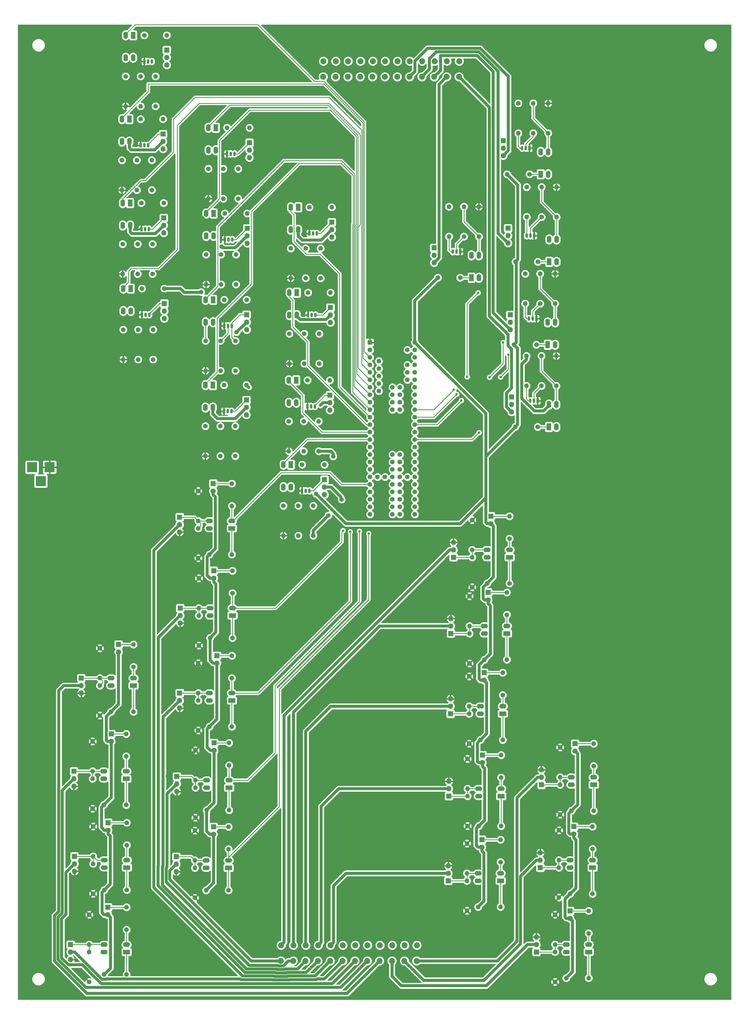
<source format=gbr>
G04 #@! TF.GenerationSoftware,KiCad,Pcbnew,(5.0.0-3-g5ebb6b6)*
G04 #@! TF.CreationDate,2019-04-13T13:39:12-06:00*
G04 #@! TF.ProjectId,VasulkaTranslocationPCB,566173756C6B615472616E736C6F6361,rev?*
G04 #@! TF.SameCoordinates,Original*
G04 #@! TF.FileFunction,Copper,L1,Top,Signal*
G04 #@! TF.FilePolarity,Positive*
%FSLAX46Y46*%
G04 Gerber Fmt 4.6, Leading zero omitted, Abs format (unit mm)*
G04 Created by KiCad (PCBNEW (5.0.0-3-g5ebb6b6)) date Saturday, April 13, 2019 at 01:39:12 PM*
%MOMM*%
%LPD*%
G01*
G04 APERTURE LIST*
G04 #@! TA.AperFunction,ComponentPad*
%ADD10O,1.600000X1.600000*%
G04 #@! TD*
G04 #@! TA.AperFunction,ComponentPad*
%ADD11C,1.600000*%
G04 #@! TD*
G04 #@! TA.AperFunction,ComponentPad*
%ADD12R,1.600000X1.600000*%
G04 #@! TD*
G04 #@! TA.AperFunction,ComponentPad*
%ADD13C,2.032000*%
G04 #@! TD*
G04 #@! TA.AperFunction,ComponentPad*
%ADD14C,1.800000*%
G04 #@! TD*
G04 #@! TA.AperFunction,ComponentPad*
%ADD15R,1.800000X1.800000*%
G04 #@! TD*
G04 #@! TA.AperFunction,ComponentPad*
%ADD16R,3.500000X3.500000*%
G04 #@! TD*
G04 #@! TA.AperFunction,ComponentPad*
%ADD17O,1.800000X1.800000*%
G04 #@! TD*
G04 #@! TA.AperFunction,ComponentPad*
%ADD18O,0.900000X1.500000*%
G04 #@! TD*
G04 #@! TA.AperFunction,ComponentPad*
%ADD19R,0.900000X1.500000*%
G04 #@! TD*
G04 #@! TA.AperFunction,ComponentPad*
%ADD20R,1.600000X2.400000*%
G04 #@! TD*
G04 #@! TA.AperFunction,ComponentPad*
%ADD21O,1.600000X2.400000*%
G04 #@! TD*
G04 #@! TA.AperFunction,ComponentPad*
%ADD22R,2.400000X1.600000*%
G04 #@! TD*
G04 #@! TA.AperFunction,ComponentPad*
%ADD23O,2.400000X1.600000*%
G04 #@! TD*
G04 #@! TA.AperFunction,ViaPad*
%ADD24C,1.500000*%
G04 #@! TD*
G04 #@! TA.AperFunction,ViaPad*
%ADD25C,0.800000*%
G04 #@! TD*
G04 #@! TA.AperFunction,Conductor*
%ADD26C,1.000000*%
G04 #@! TD*
G04 #@! TA.AperFunction,Conductor*
%ADD27C,0.250000*%
G04 #@! TD*
G04 #@! TA.AperFunction,Conductor*
%ADD28C,0.254000*%
G04 #@! TD*
G04 APERTURE END LIST*
D10*
G04 #@! TO.P,R34,2*
G04 #@! TO.N,Net-(R34-Pad2)*
X176149000Y-254000000D03*
D11*
G04 #@! TO.P,R34,1*
G04 #@! TO.N,Net-(Q17-Pad2)*
X176149000Y-243840000D03*
G04 #@! TD*
G04 #@! TO.P,R36,1*
G04 #@! TO.N,+12V*
X181229000Y-254000000D03*
D10*
G04 #@! TO.P,R36,2*
G04 #@! TO.N,Net-(Q16-Pad1)*
X181229000Y-243840000D03*
G04 #@! TD*
D11*
G04 #@! TO.P,U1,17*
G04 #@! TO.N,PIN25*
X227076000Y-256032000D03*
G04 #@! TO.P,U1,18*
G04 #@! TO.N,PIN26*
X227076000Y-258572000D03*
G04 #@! TO.P,U1,19*
G04 #@! TO.N,PIN27*
X227076000Y-261112000D03*
G04 #@! TO.P,U1,20*
G04 #@! TO.N,PIN28*
X227076000Y-263652000D03*
G04 #@! TO.P,U1,16*
G04 #@! TO.N,PIN24*
X227076000Y-253492000D03*
G04 #@! TO.P,U1,15*
G04 #@! TO.N,Net-(U1-Pad15)*
X227076000Y-250952000D03*
G04 #@! TO.P,U1,14*
G04 #@! TO.N,PIN12*
X227076000Y-248412000D03*
G04 #@! TO.P,U1,21*
G04 #@! TO.N,PIN29*
X227076000Y-266192000D03*
G04 #@! TO.P,U1,22*
G04 #@! TO.N,PIN30*
X227076000Y-268732000D03*
G04 #@! TO.P,U1,23*
G04 #@! TO.N,PIN31*
X227076000Y-271272000D03*
G04 #@! TO.P,U1,24*
G04 #@! TO.N,PIN32*
X227076000Y-273812000D03*
G04 #@! TO.P,U1,25*
G04 #@! TO.N,Net-(U1-Pad25)*
X229616000Y-261112000D03*
G04 #@! TO.P,U1,26*
G04 #@! TO.N,Net-(U1-Pad26)*
X232156000Y-261112000D03*
G04 #@! TO.P,U1,27*
G04 #@! TO.N,Net-(U1-Pad27)*
X234696000Y-261112000D03*
G04 #@! TO.P,U1,28*
G04 #@! TO.N,Net-(U1-Pad28)*
X237236000Y-261112000D03*
G04 #@! TO.P,U1,29*
G04 #@! TO.N,Net-(U1-Pad29)*
X239776000Y-261112000D03*
G04 #@! TO.P,U1,30*
G04 #@! TO.N,PIN33*
X242316000Y-273812000D03*
G04 #@! TO.P,U1,31*
G04 #@! TO.N,PIN34*
X242316000Y-271272000D03*
G04 #@! TO.P,U1,32*
G04 #@! TO.N,PIN35*
X242316000Y-268732000D03*
G04 #@! TO.P,U1,33*
G04 #@! TO.N,PIN36*
X242316000Y-266192000D03*
G04 #@! TO.P,U1,34*
G04 #@! TO.N,PIN37*
X242316000Y-263652000D03*
G04 #@! TO.P,U1,35*
G04 #@! TO.N,Net-(U1-Pad35)*
X242316000Y-261112000D03*
G04 #@! TO.P,U1,36*
G04 #@! TO.N,Net-(U1-Pad36)*
X242316000Y-258572000D03*
G04 #@! TO.P,U1,37*
G04 #@! TO.N,Net-(U1-Pad37)*
X242316000Y-256032000D03*
G04 #@! TO.P,U1,13*
G04 #@! TO.N,PIN11*
X227076000Y-245872000D03*
G04 #@! TO.P,U1,12*
G04 #@! TO.N,PIN10*
X227076000Y-243332000D03*
G04 #@! TO.P,U1,11*
G04 #@! TO.N,PIN9*
X227076000Y-240792000D03*
G04 #@! TO.P,U1,10*
G04 #@! TO.N,PIN8*
X227076000Y-238252000D03*
G04 #@! TO.P,U1,9*
G04 #@! TO.N,PIN7*
X227076000Y-235712000D03*
G04 #@! TO.P,U1,8*
G04 #@! TO.N,PIN6*
X227076000Y-233172000D03*
G04 #@! TO.P,U1,7*
G04 #@! TO.N,PIN5*
X227076000Y-230632000D03*
G04 #@! TO.P,U1,6*
G04 #@! TO.N,PIN4*
X227076000Y-228092000D03*
G04 #@! TO.P,U1,5*
G04 #@! TO.N,PIN3*
X227076000Y-225552000D03*
G04 #@! TO.P,U1,4*
G04 #@! TO.N,PIN2*
X227076000Y-223012000D03*
G04 #@! TO.P,U1,3*
G04 #@! TO.N,PIN1*
X227076000Y-220472000D03*
G04 #@! TO.P,U1,2*
G04 #@! TO.N,Net-(U1-Pad2)*
X227076000Y-217932000D03*
D12*
G04 #@! TO.P,U1,1*
G04 #@! TO.N,GND*
X227076000Y-215392000D03*
D11*
G04 #@! TO.P,U1,38*
G04 #@! TO.N,Net-(U1-Pad38)*
X242316000Y-253492000D03*
G04 #@! TO.P,U1,39*
G04 #@! TO.N,Net-(U1-Pad39)*
X242316000Y-250952000D03*
G04 #@! TO.P,U1,40*
G04 #@! TO.N,PIN13*
X242316000Y-248412000D03*
G04 #@! TO.P,U1,41*
G04 #@! TO.N,PIN14*
X242316000Y-245872000D03*
G04 #@! TO.P,U1,42*
G04 #@! TO.N,PIN15*
X242316000Y-243332000D03*
G04 #@! TO.P,U1,43*
G04 #@! TO.N,PIN16*
X242316000Y-240792000D03*
G04 #@! TO.P,U1,44*
G04 #@! TO.N,PIN17*
X242316000Y-238252000D03*
G04 #@! TO.P,U1,45*
G04 #@! TO.N,Net-(U1-Pad45)*
X242316000Y-235712000D03*
G04 #@! TO.P,U1,46*
G04 #@! TO.N,Net-(U1-Pad46)*
X242316000Y-233172000D03*
G04 #@! TO.P,U1,47*
G04 #@! TO.N,Net-(U1-Pad47)*
X242316000Y-230632000D03*
G04 #@! TO.P,U1,48*
G04 #@! TO.N,PIN21*
X242316000Y-228092000D03*
G04 #@! TO.P,U1,49*
G04 #@! TO.N,PIN22*
X242316000Y-225552000D03*
G04 #@! TO.P,U1,50*
G04 #@! TO.N,PIN23*
X242316000Y-223012000D03*
G04 #@! TO.P,U1,51*
G04 #@! TO.N,Net-(U1-Pad51)*
X242316000Y-220472000D03*
G04 #@! TO.P,U1,52*
G04 #@! TO.N,Net-(U1-Pad52)*
X242316000Y-217932000D03*
G04 #@! TO.P,U1,53*
G04 #@! TO.N,+5V*
X242316000Y-215392000D03*
G04 #@! TO.P,U1,54*
G04 #@! TO.N,Net-(U1-Pad54)*
X239776000Y-217932000D03*
G04 #@! TO.P,U1,55*
G04 #@! TO.N,Net-(U1-Pad55)*
X239776000Y-223012000D03*
G04 #@! TO.P,U1,56*
G04 #@! TO.N,Net-(U1-Pad56)*
X239776000Y-225552000D03*
G04 #@! TO.P,U1,57*
G04 #@! TO.N,Net-(U1-Pad57)*
X239776000Y-228092000D03*
G04 #@! TO.P,U1,63*
G04 #@! TO.N,Net-(U1-Pad63)*
X234696000Y-230632000D03*
G04 #@! TO.P,U1,64*
G04 #@! TO.N,Net-(U1-Pad64)*
X234696000Y-233172000D03*
G04 #@! TO.P,U1,65*
G04 #@! TO.N,Net-(U1-Pad65)*
X234696000Y-235712000D03*
G04 #@! TO.P,U1,66*
G04 #@! TO.N,Net-(U1-Pad66)*
X234696000Y-238252000D03*
G04 #@! TO.P,U1,67*
G04 #@! TO.N,Net-(U1-Pad67)*
X234696000Y-253492000D03*
G04 #@! TO.P,U1,68*
G04 #@! TO.N,Net-(U1-Pad68)*
X234696000Y-256032000D03*
G04 #@! TO.P,U1,69*
G04 #@! TO.N,Net-(U1-Pad69)*
X234696000Y-258572000D03*
G04 #@! TO.P,U1,70*
G04 #@! TO.N,Net-(U1-Pad70)*
X234696000Y-263652000D03*
G04 #@! TO.P,U1,71*
G04 #@! TO.N,Net-(U1-Pad71)*
X234696000Y-266192000D03*
G04 #@! TO.P,U1,72*
G04 #@! TO.N,Net-(U1-Pad72)*
X234696000Y-268732000D03*
G04 #@! TO.P,U1,73*
G04 #@! TO.N,Net-(U1-Pad73)*
X234696000Y-271272000D03*
G04 #@! TO.P,U1,74*
G04 #@! TO.N,Net-(U1-Pad74)*
X234696000Y-273812000D03*
G04 #@! TO.P,U1,75*
G04 #@! TO.N,Net-(U1-Pad75)*
X237236000Y-273812000D03*
G04 #@! TO.P,U1,76*
G04 #@! TO.N,Net-(U1-Pad76)*
X237236000Y-271272000D03*
G04 #@! TO.P,U1,77*
G04 #@! TO.N,Net-(U1-Pad77)*
X237236000Y-268732000D03*
G04 #@! TO.P,U1,78*
G04 #@! TO.N,Net-(U1-Pad78)*
X237236000Y-266192000D03*
G04 #@! TO.P,U1,79*
G04 #@! TO.N,Net-(U1-Pad79)*
X237236000Y-263652000D03*
G04 #@! TO.P,U1,80*
G04 #@! TO.N,Net-(U1-Pad80)*
X237236000Y-258572000D03*
G04 #@! TO.P,U1,81*
G04 #@! TO.N,Net-(U1-Pad81)*
X237236000Y-256032000D03*
G04 #@! TO.P,U1,82*
G04 #@! TO.N,Net-(U1-Pad82)*
X237236000Y-253492000D03*
G04 #@! TO.P,U1,83*
G04 #@! TO.N,Net-(U1-Pad83)*
X237236000Y-238252000D03*
G04 #@! TO.P,U1,84*
G04 #@! TO.N,Net-(U1-Pad84)*
X237236000Y-235712000D03*
G04 #@! TO.P,U1,85*
G04 #@! TO.N,Net-(U1-Pad85)*
X237236000Y-233172000D03*
G04 #@! TO.P,U1,86*
G04 #@! TO.N,Net-(U1-Pad86)*
X237236000Y-230632000D03*
G04 #@! TO.P,U1,58*
G04 #@! TO.N,Net-(U1-Pad58)*
X230076000Y-221742000D03*
G04 #@! TO.P,U1,59*
G04 #@! TO.N,Net-(U1-Pad59)*
X230076000Y-224282000D03*
G04 #@! TO.P,U1,60*
G04 #@! TO.N,Net-(U1-Pad60)*
X230076000Y-226822000D03*
G04 #@! TO.P,U1,61*
G04 #@! TO.N,Net-(U1-Pad61)*
X230076000Y-229362000D03*
G04 #@! TO.P,U1,62*
G04 #@! TO.N,Net-(U1-Pad62)*
X230076000Y-231902000D03*
G04 #@! TD*
D13*
G04 #@! TO.P,J1,24*
G04 #@! TO.N,Net-(J1-Pad24)*
X243032000Y-420341500D03*
G04 #@! TO.P,J1,23*
G04 #@! TO.N,Net-(J1-Pad23)*
X238832000Y-420341500D03*
G04 #@! TO.P,J1,22*
G04 #@! TO.N,Net-(J1-Pad22)*
X234632000Y-420341500D03*
G04 #@! TO.P,J1,21*
G04 #@! TO.N,Net-(J1-Pad21)*
X230432000Y-420341500D03*
G04 #@! TO.P,J1,20*
G04 #@! TO.N,Net-(J1-Pad20)*
X226232000Y-420341500D03*
G04 #@! TO.P,J1,19*
G04 #@! TO.N,Net-(J1-Pad19)*
X222032000Y-420341500D03*
G04 #@! TO.P,J1,18*
G04 #@! TO.N,Net-(J1-Pad18)*
X217832000Y-420341500D03*
G04 #@! TO.P,J1,17*
G04 #@! TO.N,/Sheet5C8FDCE7/BULB17-*
X213632000Y-420341500D03*
G04 #@! TO.P,J1,16*
G04 #@! TO.N,/Sheet5C8FDCE4/BULB16-*
X209432000Y-420341500D03*
G04 #@! TO.P,J1,15*
G04 #@! TO.N,/Sheet5C8FDCE1/BULB15-*
X205232000Y-420341500D03*
G04 #@! TO.P,J1,14*
G04 #@! TO.N,/Sheet5C8FDCDE/BULB14-*
X201032000Y-420341500D03*
G04 #@! TO.P,J1,13*
G04 #@! TO.N,/Sheet5C8FDCDB/BULB13-*
X196832000Y-420341500D03*
G04 #@! TO.P,J1,12*
G04 #@! TO.N,/Sheet5C8FDCD8/BULB12-*
X196732000Y-425641500D03*
G04 #@! TO.P,J1,11*
G04 #@! TO.N,/Sheet5C8FDCD5/BULB11-*
X200932000Y-425641500D03*
G04 #@! TO.P,J1,10*
G04 #@! TO.N,/Sheet5C8FDCD2/BULB10-*
X205132000Y-425641500D03*
G04 #@! TO.P,J1,9*
G04 #@! TO.N,/Sheet5C8FDCCF/BULB9-*
X209332000Y-425641500D03*
G04 #@! TO.P,J1,8*
G04 #@! TO.N,/Sheet5C8FDCCA/BULB8-*
X213532000Y-425641500D03*
G04 #@! TO.P,J1,7*
G04 #@! TO.N,/Sheet5C8FDCC7/BULB7-*
X217732000Y-425641500D03*
G04 #@! TO.P,J1,6*
G04 #@! TO.N,/Sheet5C8FDCC4/BULB6-*
X221932000Y-425641500D03*
G04 #@! TO.P,J1,5*
G04 #@! TO.N,/Sheet5C8FDCC1/BULB5-*
X226132000Y-425641500D03*
G04 #@! TO.P,J1,4*
G04 #@! TO.N,/Sheet5C8FDCBE/BULB4-*
X230332000Y-425641500D03*
G04 #@! TO.P,J1,3*
G04 #@! TO.N,/Sheet5C8FDCBB/BULB3-*
X234532000Y-425641500D03*
G04 #@! TO.P,J1,2*
G04 #@! TO.N,/Sheet5C8FDCB8/BULB2-*
X238732000Y-425641500D03*
G04 #@! TO.P,J1,1*
G04 #@! TO.N,/Sheet5C8F33D0/BULB1-*
X242932000Y-425641500D03*
G04 #@! TD*
G04 #@! TO.P,J2,24*
G04 #@! TO.N,Net-(J2-Pad24)*
X211120000Y-125060000D03*
G04 #@! TO.P,J2,23*
G04 #@! TO.N,Net-(J2-Pad23)*
X215320000Y-125060000D03*
G04 #@! TO.P,J2,22*
G04 #@! TO.N,Net-(J2-Pad22)*
X219520000Y-125060000D03*
G04 #@! TO.P,J2,21*
G04 #@! TO.N,Net-(J2-Pad21)*
X223720000Y-125060000D03*
G04 #@! TO.P,J2,20*
G04 #@! TO.N,Net-(J2-Pad20)*
X227920000Y-125060000D03*
G04 #@! TO.P,J2,19*
G04 #@! TO.N,Net-(J2-Pad19)*
X232120000Y-125060000D03*
G04 #@! TO.P,J2,18*
G04 #@! TO.N,Net-(J2-Pad18)*
X236320000Y-125060000D03*
G04 #@! TO.P,J2,17*
G04 #@! TO.N,/Sheet5C8FB78D/BULB17+*
X240520000Y-125060000D03*
G04 #@! TO.P,J2,16*
G04 #@! TO.N,/Sheet5C8FB78A/BULB16+*
X244720000Y-125060000D03*
G04 #@! TO.P,J2,15*
G04 #@! TO.N,/Sheet5C8FB787/BULB15+*
X248920000Y-125060000D03*
G04 #@! TO.P,J2,14*
G04 #@! TO.N,/Sheet5C8FB784/BULB14+*
X253120000Y-125060000D03*
G04 #@! TO.P,J2,13*
G04 #@! TO.N,/Sheet5C8FB781/BULB13+*
X257320000Y-125060000D03*
G04 #@! TO.P,J2,12*
G04 #@! TO.N,/Sheet5C8FB77E/BULB12+*
X257420000Y-119760000D03*
G04 #@! TO.P,J2,11*
G04 #@! TO.N,/Sheet5C8FB77B/BULB11+*
X253220000Y-119760000D03*
G04 #@! TO.P,J2,10*
G04 #@! TO.N,/Sheet5C8FB778/BULB10+*
X249020000Y-119760000D03*
G04 #@! TO.P,J2,9*
G04 #@! TO.N,/Sheet5C8FB775/BULB9+*
X244820000Y-119760000D03*
G04 #@! TO.P,J2,8*
G04 #@! TO.N,/Sheet5C8FB772/BULB8+*
X240620000Y-119760000D03*
G04 #@! TO.P,J2,7*
G04 #@! TO.N,/Sheet5C8FB76F/BULB7+*
X236420000Y-119760000D03*
G04 #@! TO.P,J2,6*
G04 #@! TO.N,/Sheet5C8FB76C/BULB6+*
X232220000Y-119760000D03*
G04 #@! TO.P,J2,5*
G04 #@! TO.N,/Sheet5C8FB769/BULB5+*
X228020000Y-119760000D03*
G04 #@! TO.P,J2,4*
G04 #@! TO.N,/Sheet5C8FB470/BULB4+*
X223820000Y-119760000D03*
G04 #@! TO.P,J2,3*
G04 #@! TO.N,/Sheet5C8FAB5D/BULB3+*
X219620000Y-119760000D03*
G04 #@! TO.P,J2,2*
G04 #@! TO.N,/Sheet5C8F9FCF/BULB2+*
X215420000Y-119760000D03*
G04 #@! TO.P,J2,1*
G04 #@! TO.N,/Sheet5C8F1E11/BULB1+*
X211220000Y-119760000D03*
G04 #@! TD*
D14*
G04 #@! TO.P,D1,2*
G04 #@! TO.N,+5V*
X296799000Y-354330000D03*
D15*
G04 #@! TO.P,D1,1*
G04 #@! TO.N,Net-(D1-Pad1)*
X296799000Y-351790000D03*
G04 #@! TD*
D14*
G04 #@! TO.P,D2,2*
G04 #@! TO.N,+5V*
X296418000Y-382524000D03*
D15*
G04 #@! TO.P,D2,1*
G04 #@! TO.N,Net-(D2-Pad1)*
X296418000Y-379984000D03*
G04 #@! TD*
D14*
G04 #@! TO.P,D3,2*
G04 #@! TO.N,+5V*
X295084500Y-411162500D03*
D15*
G04 #@! TO.P,D3,1*
G04 #@! TO.N,Net-(D3-Pad1)*
X295084500Y-408622500D03*
G04 #@! TD*
G04 #@! TO.P,D4,1*
G04 #@! TO.N,Net-(D4-Pad1)*
X141541500Y-318071500D03*
D14*
G04 #@! TO.P,D4,2*
G04 #@! TO.N,+5V*
X141541500Y-320611500D03*
G04 #@! TD*
G04 #@! TO.P,D5,2*
G04 #@! TO.N,+5V*
X139065000Y-351028000D03*
D15*
G04 #@! TO.P,D5,1*
G04 #@! TO.N,Net-(D5-Pad1)*
X139065000Y-348488000D03*
G04 #@! TD*
D14*
G04 #@! TO.P,D6,2*
G04 #@! TO.N,+5V*
X137985500Y-381190500D03*
D15*
G04 #@! TO.P,D6,1*
G04 #@! TO.N,Net-(D6-Pad1)*
X137985500Y-378650500D03*
G04 #@! TD*
G04 #@! TO.P,D7,1*
G04 #@! TO.N,Net-(D7-Pad1)*
X137922000Y-407416000D03*
D14*
G04 #@! TO.P,D7,2*
G04 #@! TO.N,+5V*
X137922000Y-409956000D03*
G04 #@! TD*
G04 #@! TO.P,D8,2*
G04 #@! TO.N,+5V*
X173736000Y-265874500D03*
D15*
G04 #@! TO.P,D8,1*
G04 #@! TO.N,Net-(D8-Pad1)*
X173736000Y-263334500D03*
G04 #@! TD*
D14*
G04 #@! TO.P,D9,2*
G04 #@! TO.N,+5V*
X173926500Y-295529000D03*
D15*
G04 #@! TO.P,D9,1*
G04 #@! TO.N,Net-(D9-Pad1)*
X173926500Y-292989000D03*
G04 #@! TD*
G04 #@! TO.P,D10,1*
G04 #@! TO.N,Net-(D10-Pad1)*
X175006000Y-321881500D03*
D14*
G04 #@! TO.P,D10,2*
G04 #@! TO.N,+5V*
X175006000Y-324421500D03*
G04 #@! TD*
G04 #@! TO.P,D11,2*
G04 #@! TO.N,+5V*
X174053500Y-354076000D03*
D15*
G04 #@! TO.P,D11,1*
G04 #@! TO.N,Net-(D11-Pad1)*
X174053500Y-351536000D03*
G04 #@! TD*
G04 #@! TO.P,D12,1*
G04 #@! TO.N,Net-(D12-Pad1)*
X173863000Y-380047500D03*
D14*
G04 #@! TO.P,D12,2*
G04 #@! TO.N,+5V*
X173863000Y-382587500D03*
G04 #@! TD*
D15*
G04 #@! TO.P,D13,1*
G04 #@! TO.N,Net-(D13-Pad1)*
X268160500Y-274447000D03*
D14*
G04 #@! TO.P,D13,2*
G04 #@! TO.N,+5V*
X268160500Y-276987000D03*
G04 #@! TD*
D15*
G04 #@! TO.P,D14,1*
G04 #@! TO.N,Net-(D14-Pad1)*
X267271500Y-300355000D03*
D14*
G04 #@! TO.P,D14,2*
G04 #@! TO.N,+5V*
X267271500Y-302895000D03*
G04 #@! TD*
D15*
G04 #@! TO.P,D15,1*
G04 #@! TO.N,Net-(D15-Pad1)*
X265874500Y-327660000D03*
D14*
G04 #@! TO.P,D15,2*
G04 #@! TO.N,+5V*
X265874500Y-330200000D03*
G04 #@! TD*
D15*
G04 #@! TO.P,D16,1*
G04 #@! TO.N,Net-(D16-Pad1)*
X265303000Y-355663500D03*
D14*
G04 #@! TO.P,D16,2*
G04 #@! TO.N,+5V*
X265303000Y-358203500D03*
G04 #@! TD*
D15*
G04 #@! TO.P,D17,1*
G04 #@! TO.N,Net-(D17-Pad1)*
X265112500Y-384429000D03*
D14*
G04 #@! TO.P,D17,2*
G04 #@! TO.N,+5V*
X265112500Y-386969000D03*
G04 #@! TD*
D16*
G04 #@! TO.P,J3,3*
G04 #@! TO.N,N/C*
X115110000Y-262510000D03*
G04 #@! TO.P,J3,2*
G04 #@! TO.N,+12V*
X112110000Y-257810000D03*
G04 #@! TO.P,J3,1*
G04 #@! TO.N,GND*
X118110000Y-257810000D03*
G04 #@! TD*
D17*
G04 #@! TO.P,Q1,3*
G04 #@! TO.N,/Sheet5C8F1E11/BULB1+*
X157924500Y-121031000D03*
G04 #@! TO.P,Q1,2*
G04 #@! TO.N,+12V*
X157924500Y-118491000D03*
D15*
G04 #@! TO.P,Q1,1*
G04 #@! TO.N,Net-(Q1-Pad1)*
X157924500Y-115951000D03*
G04 #@! TD*
D17*
G04 #@! TO.P,Q4,3*
G04 #@! TO.N,/Sheet5C8F9FCF/BULB2+*
X156654500Y-149606000D03*
G04 #@! TO.P,Q4,2*
G04 #@! TO.N,+12V*
X156654500Y-147066000D03*
D15*
G04 #@! TO.P,Q4,1*
G04 #@! TO.N,Net-(Q4-Pad1)*
X156654500Y-144526000D03*
G04 #@! TD*
D18*
G04 #@! TO.P,Q5,2*
G04 #@! TO.N,Net-(Q5-Pad2)*
X150304500Y-148336000D03*
G04 #@! TO.P,Q5,3*
G04 #@! TO.N,Net-(Q4-Pad1)*
X151574500Y-148336000D03*
D19*
G04 #@! TO.P,Q5,1*
G04 #@! TO.N,GND*
X149034500Y-148336000D03*
G04 #@! TD*
D15*
G04 #@! TO.P,Q6,1*
G04 #@! TO.N,Net-(Q6-Pad1)*
X156908500Y-173037500D03*
D17*
G04 #@! TO.P,Q6,2*
G04 #@! TO.N,+12V*
X156908500Y-175577500D03*
G04 #@! TO.P,Q6,3*
G04 #@! TO.N,/Sheet5C8FAB5D/BULB3+*
X156908500Y-178117500D03*
G04 #@! TD*
D19*
G04 #@! TO.P,Q7,1*
G04 #@! TO.N,GND*
X149288500Y-176847500D03*
D18*
G04 #@! TO.P,Q7,3*
G04 #@! TO.N,Net-(Q6-Pad1)*
X151828500Y-176847500D03*
G04 #@! TO.P,Q7,2*
G04 #@! TO.N,Net-(Q7-Pad2)*
X150558500Y-176847500D03*
G04 #@! TD*
D17*
G04 #@! TO.P,Q8,3*
G04 #@! TO.N,/Sheet5C8FB470/BULB4+*
X157099000Y-207200500D03*
G04 #@! TO.P,Q8,2*
G04 #@! TO.N,+12V*
X157099000Y-204660500D03*
D15*
G04 #@! TO.P,Q8,1*
G04 #@! TO.N,Net-(Q8-Pad1)*
X157099000Y-202120500D03*
G04 #@! TD*
D18*
G04 #@! TO.P,Q9,2*
G04 #@! TO.N,Net-(Q9-Pad2)*
X150749000Y-205930500D03*
G04 #@! TO.P,Q9,3*
G04 #@! TO.N,Net-(Q8-Pad1)*
X152019000Y-205930500D03*
D19*
G04 #@! TO.P,Q9,1*
G04 #@! TO.N,GND*
X149479000Y-205930500D03*
G04 #@! TD*
D15*
G04 #@! TO.P,Q10,1*
G04 #@! TO.N,Net-(Q10-Pad1)*
X186055000Y-147445500D03*
D17*
G04 #@! TO.P,Q10,2*
G04 #@! TO.N,+12V*
X186055000Y-149985500D03*
G04 #@! TO.P,Q10,3*
G04 #@! TO.N,/Sheet5C8FB769/BULB5+*
X186055000Y-152525500D03*
G04 #@! TD*
D19*
G04 #@! TO.P,Q11,1*
G04 #@! TO.N,GND*
X178435000Y-151255500D03*
D18*
G04 #@! TO.P,Q11,3*
G04 #@! TO.N,Net-(Q10-Pad1)*
X180975000Y-151255500D03*
G04 #@! TO.P,Q11,2*
G04 #@! TO.N,Net-(Q11-Pad2)*
X179705000Y-151255500D03*
G04 #@! TD*
D15*
G04 #@! TO.P,Q12,1*
G04 #@! TO.N,Net-(Q12-Pad1)*
X185293000Y-176593500D03*
D17*
G04 #@! TO.P,Q12,2*
G04 #@! TO.N,+12V*
X185293000Y-179133500D03*
G04 #@! TO.P,Q12,3*
G04 #@! TO.N,/Sheet5C8FB76C/BULB6+*
X185293000Y-181673500D03*
G04 #@! TD*
D18*
G04 #@! TO.P,Q13,2*
G04 #@! TO.N,Net-(Q13-Pad2)*
X178943000Y-180403500D03*
G04 #@! TO.P,Q13,3*
G04 #@! TO.N,Net-(Q12-Pad1)*
X180213000Y-180403500D03*
D19*
G04 #@! TO.P,Q13,1*
G04 #@! TO.N,GND*
X177673000Y-180403500D03*
G04 #@! TD*
D17*
G04 #@! TO.P,Q14,3*
G04 #@! TO.N,/Sheet5C8FB76F/BULB7+*
X185102500Y-211010500D03*
G04 #@! TO.P,Q14,2*
G04 #@! TO.N,+12V*
X185102500Y-208470500D03*
D15*
G04 #@! TO.P,Q14,1*
G04 #@! TO.N,Net-(Q14-Pad1)*
X185102500Y-205930500D03*
G04 #@! TD*
D19*
G04 #@! TO.P,Q15,1*
G04 #@! TO.N,GND*
X177482500Y-209740500D03*
D18*
G04 #@! TO.P,Q15,3*
G04 #@! TO.N,Net-(Q14-Pad1)*
X180022500Y-209740500D03*
G04 #@! TO.P,Q15,2*
G04 #@! TO.N,Net-(Q15-Pad2)*
X178752500Y-209740500D03*
G04 #@! TD*
D15*
G04 #@! TO.P,Q16,1*
G04 #@! TO.N,Net-(Q16-Pad1)*
X185039000Y-234950000D03*
D17*
G04 #@! TO.P,Q16,2*
G04 #@! TO.N,+12V*
X185039000Y-237490000D03*
G04 #@! TO.P,Q16,3*
G04 #@! TO.N,/Sheet5C8FB772/BULB8+*
X185039000Y-240030000D03*
G04 #@! TD*
D18*
G04 #@! TO.P,Q17,2*
G04 #@! TO.N,Net-(Q17-Pad2)*
X178689000Y-238760000D03*
G04 #@! TO.P,Q17,3*
G04 #@! TO.N,Net-(Q16-Pad1)*
X179959000Y-238760000D03*
D19*
G04 #@! TO.P,Q17,1*
G04 #@! TO.N,GND*
X177419000Y-238760000D03*
G04 #@! TD*
D15*
G04 #@! TO.P,Q18,1*
G04 #@! TO.N,Net-(Q18-Pad1)*
X214058500Y-174498000D03*
D17*
G04 #@! TO.P,Q18,2*
G04 #@! TO.N,+12V*
X214058500Y-177038000D03*
G04 #@! TO.P,Q18,3*
G04 #@! TO.N,/Sheet5C8FB775/BULB9+*
X214058500Y-179578000D03*
G04 #@! TD*
D19*
G04 #@! TO.P,Q19,1*
G04 #@! TO.N,GND*
X206438500Y-178308000D03*
D18*
G04 #@! TO.P,Q19,3*
G04 #@! TO.N,Net-(Q18-Pad1)*
X208978500Y-178308000D03*
G04 #@! TO.P,Q19,2*
G04 #@! TO.N,Net-(Q19-Pad2)*
X207708500Y-178308000D03*
G04 #@! TD*
D15*
G04 #@! TO.P,Q20,1*
G04 #@! TO.N,Net-(Q20-Pad1)*
X213614000Y-203517500D03*
D17*
G04 #@! TO.P,Q20,2*
G04 #@! TO.N,+12V*
X213614000Y-206057500D03*
G04 #@! TO.P,Q20,3*
G04 #@! TO.N,/Sheet5C8FB778/BULB10+*
X213614000Y-208597500D03*
G04 #@! TD*
D18*
G04 #@! TO.P,Q21,2*
G04 #@! TO.N,Net-(Q21-Pad2)*
X207264000Y-206057500D03*
G04 #@! TO.P,Q21,3*
G04 #@! TO.N,Net-(Q20-Pad1)*
X208534000Y-206057500D03*
D19*
G04 #@! TO.P,Q21,1*
G04 #@! TO.N,GND*
X205994000Y-206057500D03*
G04 #@! TD*
D15*
G04 #@! TO.P,Q22,1*
G04 #@! TO.N,Net-(Q22-Pad1)*
X213423500Y-233299000D03*
D17*
G04 #@! TO.P,Q22,2*
G04 #@! TO.N,+12V*
X213423500Y-235839000D03*
G04 #@! TO.P,Q22,3*
G04 #@! TO.N,/Sheet5C8FB77B/BULB11+*
X213423500Y-238379000D03*
G04 #@! TD*
D18*
G04 #@! TO.P,Q23,2*
G04 #@! TO.N,Net-(Q23-Pad2)*
X207073500Y-237109000D03*
G04 #@! TO.P,Q23,3*
G04 #@! TO.N,Net-(Q22-Pad1)*
X208343500Y-237109000D03*
D19*
G04 #@! TO.P,Q23,1*
G04 #@! TO.N,GND*
X205803500Y-237109000D03*
G04 #@! TD*
D17*
G04 #@! TO.P,Q24,3*
G04 #@! TO.N,/Sheet5C8FB77E/BULB12+*
X211582000Y-267081000D03*
G04 #@! TO.P,Q24,2*
G04 #@! TO.N,+12V*
X211582000Y-264541000D03*
D15*
G04 #@! TO.P,Q24,1*
G04 #@! TO.N,Net-(Q24-Pad1)*
X211582000Y-262001000D03*
G04 #@! TD*
D18*
G04 #@! TO.P,Q25,2*
G04 #@! TO.N,Net-(Q25-Pad2)*
X205232000Y-265811000D03*
G04 #@! TO.P,Q25,3*
G04 #@! TO.N,Net-(Q24-Pad1)*
X206502000Y-265811000D03*
D19*
G04 #@! TO.P,Q25,1*
G04 #@! TO.N,GND*
X203962000Y-265811000D03*
G04 #@! TD*
D17*
G04 #@! TO.P,Q26,3*
G04 #@! TO.N,/Sheet5C8FB781/BULB13+*
X275209000Y-239014000D03*
G04 #@! TO.P,Q26,2*
G04 #@! TO.N,+12V*
X275209000Y-236474000D03*
D15*
G04 #@! TO.P,Q26,1*
G04 #@! TO.N,Net-(Q26-Pad1)*
X275209000Y-233934000D03*
G04 #@! TD*
D18*
G04 #@! TO.P,Q27,2*
G04 #@! TO.N,Net-(Q27-Pad2)*
X282829000Y-235204000D03*
G04 #@! TO.P,Q27,3*
G04 #@! TO.N,Net-(Q26-Pad1)*
X281559000Y-235204000D03*
D19*
G04 #@! TO.P,Q27,1*
G04 #@! TO.N,GND*
X284099000Y-235204000D03*
G04 #@! TD*
D15*
G04 #@! TO.P,Q28,1*
G04 #@! TO.N,Net-(Q28-Pad1)*
X248856500Y-183197500D03*
D17*
G04 #@! TO.P,Q28,2*
G04 #@! TO.N,+12V*
X248856500Y-185737500D03*
G04 #@! TO.P,Q28,3*
G04 #@! TO.N,/Sheet5C8FB784/BULB14+*
X248856500Y-188277500D03*
G04 #@! TD*
D19*
G04 #@! TO.P,Q29,1*
G04 #@! TO.N,GND*
X257746500Y-184467500D03*
D18*
G04 #@! TO.P,Q29,3*
G04 #@! TO.N,Net-(Q28-Pad1)*
X255206500Y-184467500D03*
G04 #@! TO.P,Q29,2*
G04 #@! TO.N,Net-(Q29-Pad2)*
X256476500Y-184467500D03*
G04 #@! TD*
D17*
G04 #@! TO.P,Q30,3*
G04 #@! TO.N,/Sheet5C8FB787/BULB15+*
X274764500Y-211074000D03*
G04 #@! TO.P,Q30,2*
G04 #@! TO.N,+12V*
X274764500Y-208534000D03*
D15*
G04 #@! TO.P,Q30,1*
G04 #@! TO.N,Net-(Q30-Pad1)*
X274764500Y-205994000D03*
G04 #@! TD*
D19*
G04 #@! TO.P,Q31,1*
G04 #@! TO.N,GND*
X283654500Y-207264000D03*
D18*
G04 #@! TO.P,Q31,3*
G04 #@! TO.N,Net-(Q30-Pad1)*
X281114500Y-207264000D03*
G04 #@! TO.P,Q31,2*
G04 #@! TO.N,Net-(Q31-Pad2)*
X282384500Y-207264000D03*
G04 #@! TD*
D17*
G04 #@! TO.P,Q32,3*
G04 #@! TO.N,/Sheet5C8FB78A/BULB16+*
X274002500Y-181610000D03*
G04 #@! TO.P,Q32,2*
G04 #@! TO.N,+12V*
X274002500Y-179070000D03*
D15*
G04 #@! TO.P,Q32,1*
G04 #@! TO.N,Net-(Q32-Pad1)*
X274002500Y-176530000D03*
G04 #@! TD*
D19*
G04 #@! TO.P,Q33,1*
G04 #@! TO.N,GND*
X282892500Y-179070000D03*
D18*
G04 #@! TO.P,Q33,3*
G04 #@! TO.N,Net-(Q32-Pad1)*
X280352500Y-179070000D03*
G04 #@! TO.P,Q33,2*
G04 #@! TO.N,Net-(Q33-Pad2)*
X281622500Y-179070000D03*
G04 #@! TD*
D17*
G04 #@! TO.P,Q34,3*
G04 #@! TO.N,/Sheet5C8FB78D/BULB17+*
X272415000Y-151828500D03*
G04 #@! TO.P,Q34,2*
G04 #@! TO.N,+12V*
X272415000Y-149288500D03*
D15*
G04 #@! TO.P,Q34,1*
G04 #@! TO.N,Net-(Q34-Pad1)*
X272415000Y-146748500D03*
G04 #@! TD*
D19*
G04 #@! TO.P,Q35,1*
G04 #@! TO.N,GND*
X281305000Y-149288500D03*
D18*
G04 #@! TO.P,Q35,3*
G04 #@! TO.N,Net-(Q34-Pad1)*
X278765000Y-149288500D03*
G04 #@! TO.P,Q35,2*
G04 #@! TO.N,Net-(Q35-Pad2)*
X280035000Y-149288500D03*
G04 #@! TD*
D17*
G04 #@! TO.P,Q36,3*
G04 #@! TO.N,GND*
X284988000Y-388874000D03*
G04 #@! TO.P,Q36,2*
G04 #@! TO.N,/Sheet5C8FDCB8/BULB2-*
X284988000Y-391414000D03*
D15*
G04 #@! TO.P,Q36,1*
G04 #@! TO.N,Net-(Q36-Pad1)*
X284988000Y-393954000D03*
G04 #@! TD*
G04 #@! TO.P,Q37,1*
G04 #@! TO.N,Net-(Q37-Pad1)*
X283654500Y-422592500D03*
D17*
G04 #@! TO.P,Q37,2*
G04 #@! TO.N,/Sheet5C8FDCBB/BULB3-*
X283654500Y-420052500D03*
G04 #@! TO.P,Q37,3*
G04 #@! TO.N,GND*
X283654500Y-417512500D03*
G04 #@! TD*
G04 #@! TO.P,Q38,3*
G04 #@! TO.N,GND*
X128841500Y-334581500D03*
G04 #@! TO.P,Q38,2*
G04 #@! TO.N,/Sheet5C8FDCBE/BULB4-*
X128841500Y-332041500D03*
D15*
G04 #@! TO.P,Q38,1*
G04 #@! TO.N,Net-(Q38-Pad1)*
X128841500Y-329501500D03*
G04 #@! TD*
G04 #@! TO.P,Q39,1*
G04 #@! TO.N,Net-(Q39-Pad1)*
X126365000Y-361188000D03*
D17*
G04 #@! TO.P,Q39,2*
G04 #@! TO.N,/Sheet5C8FDCC1/BULB5-*
X126365000Y-363728000D03*
G04 #@! TO.P,Q39,3*
G04 #@! TO.N,GND*
X126365000Y-366268000D03*
G04 #@! TD*
D15*
G04 #@! TO.P,Q40,1*
G04 #@! TO.N,Net-(Q40-Pad1)*
X126555500Y-390080500D03*
D17*
G04 #@! TO.P,Q40,2*
G04 #@! TO.N,/Sheet5C8FDCC4/BULB6-*
X126555500Y-392620500D03*
G04 #@! TO.P,Q40,3*
G04 #@! TO.N,GND*
X126555500Y-395160500D03*
G04 #@! TD*
G04 #@! TO.P,Q41,3*
G04 #@! TO.N,GND*
X125222000Y-425196000D03*
G04 #@! TO.P,Q41,2*
G04 #@! TO.N,/Sheet5C8FDCC7/BULB7-*
X125222000Y-422656000D03*
D15*
G04 #@! TO.P,Q41,1*
G04 #@! TO.N,Net-(Q41-Pad1)*
X125222000Y-420116000D03*
G04 #@! TD*
D17*
G04 #@! TO.P,Q42,3*
G04 #@! TO.N,GND*
X162306000Y-279844500D03*
G04 #@! TO.P,Q42,2*
G04 #@! TO.N,/Sheet5C8FDCCA/BULB8-*
X162306000Y-277304500D03*
D15*
G04 #@! TO.P,Q42,1*
G04 #@! TO.N,Net-(Q42-Pad1)*
X162306000Y-274764500D03*
G04 #@! TD*
G04 #@! TO.P,Q43,1*
G04 #@! TO.N,Net-(Q43-Pad1)*
X162496500Y-305689000D03*
D17*
G04 #@! TO.P,Q43,2*
G04 #@! TO.N,/Sheet5C8FDCCF/BULB9-*
X162496500Y-308229000D03*
G04 #@! TO.P,Q43,3*
G04 #@! TO.N,GND*
X162496500Y-310769000D03*
G04 #@! TD*
G04 #@! TO.P,Q44,3*
G04 #@! TO.N,GND*
X162306000Y-339661500D03*
G04 #@! TO.P,Q44,2*
G04 #@! TO.N,/Sheet5C8FDCD2/BULB10-*
X162306000Y-337121500D03*
D15*
G04 #@! TO.P,Q44,1*
G04 #@! TO.N,Net-(Q44-Pad1)*
X162306000Y-334581500D03*
G04 #@! TD*
D17*
G04 #@! TO.P,Q45,3*
G04 #@! TO.N,GND*
X161353500Y-368046000D03*
G04 #@! TO.P,Q45,2*
G04 #@! TO.N,/Sheet5C8FDCD5/BULB11-*
X161353500Y-365506000D03*
D15*
G04 #@! TO.P,Q45,1*
G04 #@! TO.N,Net-(Q45-Pad1)*
X161353500Y-362966000D03*
G04 #@! TD*
G04 #@! TO.P,Q46,1*
G04 #@! TO.N,Net-(Q46-Pad1)*
X161163000Y-390207500D03*
D17*
G04 #@! TO.P,Q46,2*
G04 #@! TO.N,/Sheet5C8FDCD8/BULB12-*
X161163000Y-392747500D03*
G04 #@! TO.P,Q46,3*
G04 #@! TO.N,GND*
X161163000Y-395287500D03*
G04 #@! TD*
G04 #@! TO.P,Q47,3*
G04 #@! TO.N,GND*
X255460500Y-283337000D03*
G04 #@! TO.P,Q47,2*
G04 #@! TO.N,/Sheet5C8FDCDB/BULB13-*
X255460500Y-285877000D03*
D15*
G04 #@! TO.P,Q47,1*
G04 #@! TO.N,Net-(Q47-Pad1)*
X255460500Y-288417000D03*
G04 #@! TD*
G04 #@! TO.P,Q48,1*
G04 #@! TO.N,Net-(Q48-Pad1)*
X254571500Y-314325000D03*
D17*
G04 #@! TO.P,Q48,2*
G04 #@! TO.N,/Sheet5C8FDCDE/BULB14-*
X254571500Y-311785000D03*
G04 #@! TO.P,Q48,3*
G04 #@! TO.N,GND*
X254571500Y-309245000D03*
G04 #@! TD*
G04 #@! TO.P,Q49,3*
G04 #@! TO.N,GND*
X254444500Y-336550000D03*
G04 #@! TO.P,Q49,2*
G04 #@! TO.N,/Sheet5C8FDCE1/BULB15-*
X254444500Y-339090000D03*
D15*
G04 #@! TO.P,Q49,1*
G04 #@! TO.N,Net-(Q49-Pad1)*
X254444500Y-341630000D03*
G04 #@! TD*
G04 #@! TO.P,Q50,1*
G04 #@! TO.N,Net-(Q50-Pad1)*
X253873000Y-369633500D03*
D17*
G04 #@! TO.P,Q50,2*
G04 #@! TO.N,/Sheet5C8FDCE4/BULB16-*
X253873000Y-367093500D03*
G04 #@! TO.P,Q50,3*
G04 #@! TO.N,GND*
X253873000Y-364553500D03*
G04 #@! TD*
D15*
G04 #@! TO.P,Q51,1*
G04 #@! TO.N,Net-(Q51-Pad1)*
X253682500Y-398399000D03*
D17*
G04 #@! TO.P,Q51,2*
G04 #@! TO.N,/Sheet5C8FDCE7/BULB17-*
X253682500Y-395859000D03*
G04 #@! TO.P,Q51,3*
G04 #@! TO.N,GND*
X253682500Y-393319000D03*
G04 #@! TD*
D11*
G04 #@! TO.P,R1,1*
G04 #@! TO.N,Net-(R1-Pad1)*
X150304500Y-110934500D03*
D10*
G04 #@! TO.P,R1,2*
G04 #@! TO.N,+5V*
X157924500Y-110934500D03*
G04 #@! TD*
G04 #@! TO.P,R2,2*
G04 #@! TO.N,Net-(R2-Pad2)*
X149034500Y-135064500D03*
D11*
G04 #@! TO.P,R2,1*
G04 #@! TO.N,Net-(Q2-Pad2)*
X149034500Y-124904500D03*
G04 #@! TD*
G04 #@! TO.P,R3,1*
G04 #@! TO.N,Net-(R2-Pad2)*
X143954500Y-124904500D03*
D10*
G04 #@! TO.P,R3,2*
G04 #@! TO.N,GND*
X143954500Y-135064500D03*
G04 #@! TD*
G04 #@! TO.P,R4,2*
G04 #@! TO.N,Net-(Q1-Pad1)*
X154114500Y-124904500D03*
D11*
G04 #@! TO.P,R4,1*
G04 #@! TO.N,+12V*
X154114500Y-135064500D03*
G04 #@! TD*
D10*
G04 #@! TO.P,R5,2*
G04 #@! TO.N,+5V*
X295529000Y-374650000D03*
D11*
G04 #@! TO.P,R5,1*
G04 #@! TO.N,Net-(R5-Pad1)*
X303149000Y-374650000D03*
G04 #@! TD*
D10*
G04 #@! TO.P,R6,2*
G04 #@! TO.N,Net-(D1-Pad1)*
X303149000Y-351790000D03*
D11*
G04 #@! TO.P,R6,1*
G04 #@! TO.N,PIN21*
X303149000Y-359410000D03*
G04 #@! TD*
D10*
G04 #@! TO.P,R7,2*
G04 #@! TO.N,Net-(Q3-Pad1)*
X291719000Y-363220000D03*
D11*
G04 #@! TO.P,R7,1*
G04 #@! TO.N,GND*
X291719000Y-353060000D03*
G04 #@! TD*
G04 #@! TO.P,R8,1*
G04 #@! TO.N,GND*
X291719000Y-375920000D03*
D10*
G04 #@! TO.P,R8,2*
G04 #@! TO.N,Net-(Q3-Pad1)*
X291719000Y-365760000D03*
G04 #@! TD*
D11*
G04 #@! TO.P,R9,1*
G04 #@! TO.N,Net-(R9-Pad1)*
X149034500Y-139446000D03*
D10*
G04 #@! TO.P,R9,2*
G04 #@! TO.N,+5V*
X156654500Y-139446000D03*
G04 #@! TD*
G04 #@! TO.P,R10,2*
G04 #@! TO.N,Net-(R10-Pad2)*
X147764500Y-163576000D03*
D11*
G04 #@! TO.P,R10,1*
G04 #@! TO.N,Net-(Q5-Pad2)*
X147764500Y-153416000D03*
G04 #@! TD*
D10*
G04 #@! TO.P,R11,2*
G04 #@! TO.N,GND*
X142684500Y-163576000D03*
D11*
G04 #@! TO.P,R11,1*
G04 #@! TO.N,Net-(R10-Pad2)*
X142684500Y-153416000D03*
G04 #@! TD*
D10*
G04 #@! TO.P,R12,2*
G04 #@! TO.N,Net-(Q4-Pad1)*
X152844500Y-153416000D03*
D11*
G04 #@! TO.P,R12,1*
G04 #@! TO.N,+12V*
X152844500Y-163576000D03*
G04 #@! TD*
G04 #@! TO.P,R13,1*
G04 #@! TO.N,Net-(R13-Pad1)*
X149288500Y-167957500D03*
D10*
G04 #@! TO.P,R13,2*
G04 #@! TO.N,+5V*
X156908500Y-167957500D03*
G04 #@! TD*
D11*
G04 #@! TO.P,R14,1*
G04 #@! TO.N,Net-(Q7-Pad2)*
X148018500Y-181927500D03*
D10*
G04 #@! TO.P,R14,2*
G04 #@! TO.N,Net-(R14-Pad2)*
X148018500Y-192087500D03*
G04 #@! TD*
G04 #@! TO.P,R15,2*
G04 #@! TO.N,GND*
X142938500Y-192087500D03*
D11*
G04 #@! TO.P,R15,1*
G04 #@! TO.N,Net-(R14-Pad2)*
X142938500Y-181927500D03*
G04 #@! TD*
G04 #@! TO.P,R16,1*
G04 #@! TO.N,+12V*
X153098500Y-192087500D03*
D10*
G04 #@! TO.P,R16,2*
G04 #@! TO.N,Net-(Q6-Pad1)*
X153098500Y-181927500D03*
G04 #@! TD*
D11*
G04 #@! TO.P,R17,1*
G04 #@! TO.N,Net-(R17-Pad1)*
X149479000Y-197040500D03*
D10*
G04 #@! TO.P,R17,2*
G04 #@! TO.N,+5V*
X157099000Y-197040500D03*
G04 #@! TD*
D11*
G04 #@! TO.P,R18,1*
G04 #@! TO.N,Net-(Q9-Pad2)*
X148209000Y-211010500D03*
D10*
G04 #@! TO.P,R18,2*
G04 #@! TO.N,Net-(R18-Pad2)*
X148209000Y-221170500D03*
G04 #@! TD*
G04 #@! TO.P,R19,2*
G04 #@! TO.N,GND*
X143129000Y-221170500D03*
D11*
G04 #@! TO.P,R19,1*
G04 #@! TO.N,Net-(R18-Pad2)*
X143129000Y-211010500D03*
G04 #@! TD*
G04 #@! TO.P,R20,1*
G04 #@! TO.N,+12V*
X153289000Y-221170500D03*
D10*
G04 #@! TO.P,R20,2*
G04 #@! TO.N,Net-(Q8-Pad1)*
X153289000Y-211010500D03*
G04 #@! TD*
D11*
G04 #@! TO.P,R21,1*
G04 #@! TO.N,Net-(R21-Pad1)*
X178435000Y-142365500D03*
D10*
G04 #@! TO.P,R21,2*
G04 #@! TO.N,+5V*
X186055000Y-142365500D03*
G04 #@! TD*
G04 #@! TO.P,R22,2*
G04 #@! TO.N,Net-(R22-Pad2)*
X177165000Y-166495500D03*
D11*
G04 #@! TO.P,R22,1*
G04 #@! TO.N,Net-(Q11-Pad2)*
X177165000Y-156335500D03*
G04 #@! TD*
D10*
G04 #@! TO.P,R23,2*
G04 #@! TO.N,GND*
X172085000Y-166495500D03*
D11*
G04 #@! TO.P,R23,1*
G04 #@! TO.N,Net-(R22-Pad2)*
X172085000Y-156335500D03*
G04 #@! TD*
G04 #@! TO.P,R24,1*
G04 #@! TO.N,+12V*
X182245000Y-166495500D03*
D10*
G04 #@! TO.P,R24,2*
G04 #@! TO.N,Net-(Q10-Pad1)*
X182245000Y-156335500D03*
G04 #@! TD*
D11*
G04 #@! TO.P,R25,1*
G04 #@! TO.N,Net-(R25-Pad1)*
X177673000Y-171513500D03*
D10*
G04 #@! TO.P,R25,2*
G04 #@! TO.N,+5V*
X185293000Y-171513500D03*
G04 #@! TD*
G04 #@! TO.P,R26,2*
G04 #@! TO.N,Net-(R26-Pad2)*
X176403000Y-195643500D03*
D11*
G04 #@! TO.P,R26,1*
G04 #@! TO.N,Net-(Q13-Pad2)*
X176403000Y-185483500D03*
G04 #@! TD*
G04 #@! TO.P,R27,1*
G04 #@! TO.N,Net-(R26-Pad2)*
X171323000Y-185483500D03*
D10*
G04 #@! TO.P,R27,2*
G04 #@! TO.N,GND*
X171323000Y-195643500D03*
G04 #@! TD*
G04 #@! TO.P,R28,2*
G04 #@! TO.N,Net-(Q12-Pad1)*
X181483000Y-185483500D03*
D11*
G04 #@! TO.P,R28,1*
G04 #@! TO.N,+12V*
X181483000Y-195643500D03*
G04 #@! TD*
D10*
G04 #@! TO.P,R29,2*
G04 #@! TO.N,+5V*
X185102500Y-200850500D03*
D11*
G04 #@! TO.P,R29,1*
G04 #@! TO.N,Net-(R29-Pad1)*
X177482500Y-200850500D03*
G04 #@! TD*
G04 #@! TO.P,R30,1*
G04 #@! TO.N,Net-(Q15-Pad2)*
X176212500Y-214820500D03*
D10*
G04 #@! TO.P,R30,2*
G04 #@! TO.N,Net-(R30-Pad2)*
X176212500Y-224980500D03*
G04 #@! TD*
D11*
G04 #@! TO.P,R31,1*
G04 #@! TO.N,Net-(R30-Pad2)*
X171132500Y-214820500D03*
D10*
G04 #@! TO.P,R31,2*
G04 #@! TO.N,GND*
X171132500Y-224980500D03*
G04 #@! TD*
D11*
G04 #@! TO.P,R32,1*
G04 #@! TO.N,+12V*
X181292500Y-224980500D03*
D10*
G04 #@! TO.P,R32,2*
G04 #@! TO.N,Net-(Q14-Pad1)*
X181292500Y-214820500D03*
G04 #@! TD*
D11*
G04 #@! TO.P,R33,1*
G04 #@! TO.N,Net-(R33-Pad1)*
X177419000Y-229870000D03*
D10*
G04 #@! TO.P,R33,2*
G04 #@! TO.N,+5V*
X185039000Y-229870000D03*
G04 #@! TD*
G04 #@! TO.P,R35,2*
G04 #@! TO.N,GND*
X171069000Y-254000000D03*
D11*
G04 #@! TO.P,R35,1*
G04 #@! TO.N,Net-(R34-Pad2)*
X171069000Y-243840000D03*
G04 #@! TD*
D10*
G04 #@! TO.P,R37,2*
G04 #@! TO.N,+5V*
X214058500Y-169418000D03*
D11*
G04 #@! TO.P,R37,1*
G04 #@! TO.N,Net-(R37-Pad1)*
X206438500Y-169418000D03*
G04 #@! TD*
D10*
G04 #@! TO.P,R38,2*
G04 #@! TO.N,Net-(R38-Pad2)*
X205168500Y-193548000D03*
D11*
G04 #@! TO.P,R38,1*
G04 #@! TO.N,Net-(Q19-Pad2)*
X205168500Y-183388000D03*
G04 #@! TD*
G04 #@! TO.P,R39,1*
G04 #@! TO.N,Net-(R38-Pad2)*
X200088500Y-183388000D03*
D10*
G04 #@! TO.P,R39,2*
G04 #@! TO.N,GND*
X200088500Y-193548000D03*
G04 #@! TD*
G04 #@! TO.P,R40,2*
G04 #@! TO.N,Net-(Q18-Pad1)*
X210248500Y-183388000D03*
D11*
G04 #@! TO.P,R40,1*
G04 #@! TO.N,+12V*
X210248500Y-193548000D03*
G04 #@! TD*
G04 #@! TO.P,R41,1*
G04 #@! TO.N,Net-(R41-Pad1)*
X205994000Y-198437500D03*
D10*
G04 #@! TO.P,R41,2*
G04 #@! TO.N,+5V*
X213614000Y-198437500D03*
G04 #@! TD*
D11*
G04 #@! TO.P,R42,1*
G04 #@! TO.N,Net-(Q21-Pad2)*
X204724000Y-212407500D03*
D10*
G04 #@! TO.P,R42,2*
G04 #@! TO.N,Net-(R42-Pad2)*
X204724000Y-222567500D03*
G04 #@! TD*
D11*
G04 #@! TO.P,R43,1*
G04 #@! TO.N,Net-(R42-Pad2)*
X199644000Y-212407500D03*
D10*
G04 #@! TO.P,R43,2*
G04 #@! TO.N,GND*
X199644000Y-222567500D03*
G04 #@! TD*
D11*
G04 #@! TO.P,R44,1*
G04 #@! TO.N,+12V*
X209804000Y-222567500D03*
D10*
G04 #@! TO.P,R44,2*
G04 #@! TO.N,Net-(Q20-Pad1)*
X209804000Y-212407500D03*
G04 #@! TD*
G04 #@! TO.P,R45,2*
G04 #@! TO.N,+5V*
X213423500Y-228219000D03*
D11*
G04 #@! TO.P,R45,1*
G04 #@! TO.N,Net-(R45-Pad1)*
X205803500Y-228219000D03*
G04 #@! TD*
D10*
G04 #@! TO.P,R46,2*
G04 #@! TO.N,Net-(R46-Pad2)*
X204533500Y-252349000D03*
D11*
G04 #@! TO.P,R46,1*
G04 #@! TO.N,Net-(Q23-Pad2)*
X204533500Y-242189000D03*
G04 #@! TD*
D10*
G04 #@! TO.P,R47,2*
G04 #@! TO.N,GND*
X199453500Y-252349000D03*
D11*
G04 #@! TO.P,R47,1*
G04 #@! TO.N,Net-(R46-Pad2)*
X199453500Y-242189000D03*
G04 #@! TD*
G04 #@! TO.P,R48,1*
G04 #@! TO.N,+12V*
X209613500Y-252349000D03*
D10*
G04 #@! TO.P,R48,2*
G04 #@! TO.N,Net-(Q22-Pad1)*
X209613500Y-242189000D03*
G04 #@! TD*
D11*
G04 #@! TO.P,R49,1*
G04 #@! TO.N,Net-(R49-Pad1)*
X203962000Y-256921000D03*
D10*
G04 #@! TO.P,R49,2*
G04 #@! TO.N,+5V*
X211582000Y-256921000D03*
G04 #@! TD*
G04 #@! TO.P,R50,2*
G04 #@! TO.N,Net-(R50-Pad2)*
X202692000Y-281051000D03*
D11*
G04 #@! TO.P,R50,1*
G04 #@! TO.N,Net-(Q25-Pad2)*
X202692000Y-270891000D03*
G04 #@! TD*
G04 #@! TO.P,R51,1*
G04 #@! TO.N,Net-(R50-Pad2)*
X197612000Y-270891000D03*
D10*
G04 #@! TO.P,R51,2*
G04 #@! TO.N,GND*
X197612000Y-281051000D03*
G04 #@! TD*
G04 #@! TO.P,R52,2*
G04 #@! TO.N,Net-(Q24-Pad1)*
X207772000Y-270891000D03*
D11*
G04 #@! TO.P,R52,1*
G04 #@! TO.N,+12V*
X207772000Y-281051000D03*
G04 #@! TD*
G04 #@! TO.P,R53,1*
G04 #@! TO.N,Net-(R53-Pad1)*
X284099000Y-244094000D03*
D10*
G04 #@! TO.P,R53,2*
G04 #@! TO.N,+5V*
X276479000Y-244094000D03*
G04 #@! TD*
D11*
G04 #@! TO.P,R54,1*
G04 #@! TO.N,Net-(Q27-Pad2)*
X285369000Y-230124000D03*
D10*
G04 #@! TO.P,R54,2*
G04 #@! TO.N,Net-(R54-Pad2)*
X285369000Y-219964000D03*
G04 #@! TD*
D11*
G04 #@! TO.P,R55,1*
G04 #@! TO.N,Net-(R54-Pad2)*
X290449000Y-230124000D03*
D10*
G04 #@! TO.P,R55,2*
G04 #@! TO.N,GND*
X290449000Y-219964000D03*
G04 #@! TD*
G04 #@! TO.P,R56,2*
G04 #@! TO.N,Net-(Q26-Pad1)*
X280289000Y-230124000D03*
D11*
G04 #@! TO.P,R56,1*
G04 #@! TO.N,+12V*
X280289000Y-219964000D03*
G04 #@! TD*
D10*
G04 #@! TO.P,R57,2*
G04 #@! TO.N,+5V*
X250126500Y-193357500D03*
D11*
G04 #@! TO.P,R57,1*
G04 #@! TO.N,Net-(R57-Pad1)*
X257746500Y-193357500D03*
G04 #@! TD*
G04 #@! TO.P,R58,1*
G04 #@! TO.N,Net-(Q29-Pad2)*
X259016500Y-179387500D03*
D10*
G04 #@! TO.P,R58,2*
G04 #@! TO.N,Net-(R58-Pad2)*
X259016500Y-169227500D03*
G04 #@! TD*
G04 #@! TO.P,R59,2*
G04 #@! TO.N,GND*
X264096500Y-169227500D03*
D11*
G04 #@! TO.P,R59,1*
G04 #@! TO.N,Net-(R58-Pad2)*
X264096500Y-179387500D03*
G04 #@! TD*
G04 #@! TO.P,R60,1*
G04 #@! TO.N,+12V*
X253936500Y-169227500D03*
D10*
G04 #@! TO.P,R60,2*
G04 #@! TO.N,Net-(Q28-Pad1)*
X253936500Y-179387500D03*
G04 #@! TD*
D11*
G04 #@! TO.P,R61,1*
G04 #@! TO.N,Net-(R61-Pad1)*
X283654500Y-216154000D03*
D10*
G04 #@! TO.P,R61,2*
G04 #@! TO.N,+5V*
X276034500Y-216154000D03*
G04 #@! TD*
G04 #@! TO.P,R62,2*
G04 #@! TO.N,Net-(R62-Pad2)*
X284924500Y-192024000D03*
D11*
G04 #@! TO.P,R62,1*
G04 #@! TO.N,Net-(Q31-Pad2)*
X284924500Y-202184000D03*
G04 #@! TD*
G04 #@! TO.P,R63,1*
G04 #@! TO.N,Net-(R62-Pad2)*
X290004500Y-202184000D03*
D10*
G04 #@! TO.P,R63,2*
G04 #@! TO.N,GND*
X290004500Y-192024000D03*
G04 #@! TD*
G04 #@! TO.P,R64,2*
G04 #@! TO.N,Net-(Q30-Pad1)*
X279844500Y-202184000D03*
D11*
G04 #@! TO.P,R64,1*
G04 #@! TO.N,+12V*
X279844500Y-192024000D03*
G04 #@! TD*
D10*
G04 #@! TO.P,R65,2*
G04 #@! TO.N,+5V*
X276542500Y-187960000D03*
D11*
G04 #@! TO.P,R65,1*
G04 #@! TO.N,Net-(R65-Pad1)*
X284162500Y-187960000D03*
G04 #@! TD*
G04 #@! TO.P,R66,1*
G04 #@! TO.N,Net-(Q33-Pad2)*
X285432500Y-172720000D03*
D10*
G04 #@! TO.P,R66,2*
G04 #@! TO.N,Net-(R66-Pad2)*
X285432500Y-162560000D03*
G04 #@! TD*
G04 #@! TO.P,R67,2*
G04 #@! TO.N,GND*
X290512500Y-162560000D03*
D11*
G04 #@! TO.P,R67,1*
G04 #@! TO.N,Net-(R66-Pad2)*
X290512500Y-172720000D03*
G04 #@! TD*
G04 #@! TO.P,R68,1*
G04 #@! TO.N,+12V*
X280352500Y-162560000D03*
D10*
G04 #@! TO.P,R68,2*
G04 #@! TO.N,Net-(Q32-Pad1)*
X280352500Y-172720000D03*
G04 #@! TD*
G04 #@! TO.P,R69,2*
G04 #@! TO.N,+5V*
X273685000Y-158178500D03*
D11*
G04 #@! TO.P,R69,1*
G04 #@! TO.N,Net-(R69-Pad1)*
X281305000Y-158178500D03*
G04 #@! TD*
D10*
G04 #@! TO.P,R70,2*
G04 #@! TO.N,Net-(R70-Pad2)*
X282575000Y-134048500D03*
D11*
G04 #@! TO.P,R70,1*
G04 #@! TO.N,Net-(Q35-Pad2)*
X282575000Y-144208500D03*
G04 #@! TD*
G04 #@! TO.P,R71,1*
G04 #@! TO.N,Net-(R70-Pad2)*
X287655000Y-144208500D03*
D10*
G04 #@! TO.P,R71,2*
G04 #@! TO.N,GND*
X287655000Y-134048500D03*
G04 #@! TD*
G04 #@! TO.P,R72,2*
G04 #@! TO.N,Net-(Q34-Pad1)*
X277495000Y-144208500D03*
D11*
G04 #@! TO.P,R72,1*
G04 #@! TO.N,+12V*
X277495000Y-134048500D03*
G04 #@! TD*
G04 #@! TO.P,R73,1*
G04 #@! TO.N,Net-(R73-Pad1)*
X302768000Y-402844000D03*
D10*
G04 #@! TO.P,R73,2*
G04 #@! TO.N,+5V*
X295148000Y-402844000D03*
G04 #@! TD*
D11*
G04 #@! TO.P,R74,1*
G04 #@! TO.N,PIN22*
X302768000Y-387604000D03*
D10*
G04 #@! TO.P,R74,2*
G04 #@! TO.N,Net-(D2-Pad1)*
X302768000Y-379984000D03*
G04 #@! TD*
G04 #@! TO.P,R75,2*
G04 #@! TO.N,Net-(Q36-Pad1)*
X291338000Y-393954000D03*
D11*
G04 #@! TO.P,R75,1*
G04 #@! TO.N,GND*
X291338000Y-404114000D03*
G04 #@! TD*
G04 #@! TO.P,R76,1*
G04 #@! TO.N,GND*
X291338000Y-381254000D03*
D10*
G04 #@! TO.P,R76,2*
G04 #@! TO.N,Net-(Q36-Pad1)*
X291338000Y-391414000D03*
G04 #@! TD*
G04 #@! TO.P,R77,2*
G04 #@! TO.N,+5V*
X293814500Y-431482500D03*
D11*
G04 #@! TO.P,R77,1*
G04 #@! TO.N,Net-(R77-Pad1)*
X301434500Y-431482500D03*
G04 #@! TD*
D10*
G04 #@! TO.P,R78,2*
G04 #@! TO.N,Net-(D3-Pad1)*
X301434500Y-408622500D03*
D11*
G04 #@! TO.P,R78,1*
G04 #@! TO.N,PIN23*
X301434500Y-416242500D03*
G04 #@! TD*
G04 #@! TO.P,R79,1*
G04 #@! TO.N,GND*
X290004500Y-432752500D03*
D10*
G04 #@! TO.P,R79,2*
G04 #@! TO.N,Net-(Q37-Pad1)*
X290004500Y-422592500D03*
G04 #@! TD*
G04 #@! TO.P,R80,2*
G04 #@! TO.N,Net-(Q37-Pad1)*
X290004500Y-420052500D03*
D11*
G04 #@! TO.P,R80,1*
G04 #@! TO.N,GND*
X290004500Y-409892500D03*
G04 #@! TD*
G04 #@! TO.P,R81,1*
G04 #@! TO.N,Net-(R81-Pad1)*
X146621500Y-340931500D03*
D10*
G04 #@! TO.P,R81,2*
G04 #@! TO.N,+5V*
X139001500Y-340931500D03*
G04 #@! TD*
G04 #@! TO.P,R82,2*
G04 #@! TO.N,Net-(D4-Pad1)*
X146621500Y-318071500D03*
D11*
G04 #@! TO.P,R82,1*
G04 #@! TO.N,PIN24*
X146621500Y-325691500D03*
G04 #@! TD*
D10*
G04 #@! TO.P,R83,2*
G04 #@! TO.N,Net-(Q38-Pad1)*
X135191500Y-332041500D03*
D11*
G04 #@! TO.P,R83,1*
G04 #@! TO.N,GND*
X135191500Y-342201500D03*
G04 #@! TD*
G04 #@! TO.P,R84,1*
G04 #@! TO.N,GND*
X135191500Y-319341500D03*
D10*
G04 #@! TO.P,R84,2*
G04 #@! TO.N,Net-(Q38-Pad1)*
X135191500Y-329501500D03*
G04 #@! TD*
D11*
G04 #@! TO.P,R85,1*
G04 #@! TO.N,Net-(R85-Pad1)*
X144145000Y-372618000D03*
D10*
G04 #@! TO.P,R85,2*
G04 #@! TO.N,+5V*
X136525000Y-372618000D03*
G04 #@! TD*
D11*
G04 #@! TO.P,R86,1*
G04 #@! TO.N,PIN25*
X144145000Y-356108000D03*
D10*
G04 #@! TO.P,R86,2*
G04 #@! TO.N,Net-(D5-Pad1)*
X144145000Y-348488000D03*
G04 #@! TD*
D11*
G04 #@! TO.P,R87,1*
G04 #@! TO.N,GND*
X132715000Y-351028000D03*
D10*
G04 #@! TO.P,R87,2*
G04 #@! TO.N,Net-(Q39-Pad1)*
X132715000Y-361188000D03*
G04 #@! TD*
G04 #@! TO.P,R88,2*
G04 #@! TO.N,Net-(Q39-Pad1)*
X132715000Y-363728000D03*
D11*
G04 #@! TO.P,R88,1*
G04 #@! TO.N,GND*
X132715000Y-373888000D03*
G04 #@! TD*
D10*
G04 #@! TO.P,R89,2*
G04 #@! TO.N,+5V*
X136715500Y-401510500D03*
D11*
G04 #@! TO.P,R89,1*
G04 #@! TO.N,Net-(R89-Pad1)*
X144335500Y-401510500D03*
G04 #@! TD*
D10*
G04 #@! TO.P,R90,2*
G04 #@! TO.N,Net-(D6-Pad1)*
X144335500Y-378650500D03*
D11*
G04 #@! TO.P,R90,1*
G04 #@! TO.N,PIN26*
X144335500Y-386270500D03*
G04 #@! TD*
D10*
G04 #@! TO.P,R91,2*
G04 #@! TO.N,Net-(Q40-Pad1)*
X132905500Y-390080500D03*
D11*
G04 #@! TO.P,R91,1*
G04 #@! TO.N,GND*
X132905500Y-379920500D03*
G04 #@! TD*
G04 #@! TO.P,R92,1*
G04 #@! TO.N,GND*
X132905500Y-402780500D03*
D10*
G04 #@! TO.P,R92,2*
G04 #@! TO.N,Net-(Q40-Pad1)*
X132905500Y-392620500D03*
G04 #@! TD*
G04 #@! TO.P,R93,2*
G04 #@! TO.N,+5V*
X136652000Y-430276000D03*
D11*
G04 #@! TO.P,R93,1*
G04 #@! TO.N,Net-(R93-Pad1)*
X144272000Y-430276000D03*
G04 #@! TD*
D10*
G04 #@! TO.P,R94,2*
G04 #@! TO.N,Net-(D7-Pad1)*
X144272000Y-407416000D03*
D11*
G04 #@! TO.P,R94,1*
G04 #@! TO.N,PIN27*
X144272000Y-415036000D03*
G04 #@! TD*
G04 #@! TO.P,R95,1*
G04 #@! TO.N,GND*
X131572000Y-409956000D03*
D10*
G04 #@! TO.P,R95,2*
G04 #@! TO.N,Net-(Q41-Pad1)*
X131572000Y-420116000D03*
G04 #@! TD*
G04 #@! TO.P,R96,2*
G04 #@! TO.N,Net-(Q41-Pad1)*
X131572000Y-422656000D03*
D11*
G04 #@! TO.P,R96,1*
G04 #@! TO.N,GND*
X131572000Y-432816000D03*
G04 #@! TD*
G04 #@! TO.P,R97,1*
G04 #@! TO.N,Net-(R97-Pad1)*
X180086000Y-287464500D03*
D10*
G04 #@! TO.P,R97,2*
G04 #@! TO.N,+5V*
X172466000Y-287464500D03*
G04 #@! TD*
G04 #@! TO.P,R98,2*
G04 #@! TO.N,Net-(D8-Pad1)*
X180086000Y-263334500D03*
D11*
G04 #@! TO.P,R98,1*
G04 #@! TO.N,PIN28*
X180086000Y-270954500D03*
G04 #@! TD*
D10*
G04 #@! TO.P,R99,2*
G04 #@! TO.N,Net-(Q42-Pad1)*
X168656000Y-276034500D03*
D11*
G04 #@! TO.P,R99,1*
G04 #@! TO.N,GND*
X168656000Y-265874500D03*
G04 #@! TD*
G04 #@! TO.P,R100,1*
G04 #@! TO.N,GND*
X168656000Y-288734500D03*
D10*
G04 #@! TO.P,R100,2*
G04 #@! TO.N,Net-(Q42-Pad1)*
X168656000Y-278574500D03*
G04 #@! TD*
G04 #@! TO.P,R101,2*
G04 #@! TO.N,+5V*
X172656500Y-315849000D03*
D11*
G04 #@! TO.P,R101,1*
G04 #@! TO.N,Net-(R101-Pad1)*
X180276500Y-315849000D03*
G04 #@! TD*
G04 #@! TO.P,R102,1*
G04 #@! TO.N,PIN29*
X180276500Y-300609000D03*
D10*
G04 #@! TO.P,R102,2*
G04 #@! TO.N,Net-(D9-Pad1)*
X180276500Y-292989000D03*
G04 #@! TD*
D11*
G04 #@! TO.P,R103,1*
G04 #@! TO.N,GND*
X168846500Y-318389000D03*
D10*
G04 #@! TO.P,R103,2*
G04 #@! TO.N,Net-(Q43-Pad1)*
X168846500Y-308229000D03*
G04 #@! TD*
G04 #@! TO.P,R104,2*
G04 #@! TO.N,Net-(Q43-Pad1)*
X168846500Y-305689000D03*
D11*
G04 #@! TO.P,R104,1*
G04 #@! TO.N,GND*
X168846500Y-295529000D03*
G04 #@! TD*
D10*
G04 #@! TO.P,R105,2*
G04 #@! TO.N,+5V*
X172466000Y-346011500D03*
D11*
G04 #@! TO.P,R105,1*
G04 #@! TO.N,Net-(R105-Pad1)*
X180086000Y-346011500D03*
G04 #@! TD*
D10*
G04 #@! TO.P,R106,2*
G04 #@! TO.N,Net-(D10-Pad1)*
X180086000Y-321881500D03*
D11*
G04 #@! TO.P,R106,1*
G04 #@! TO.N,PIN30*
X180086000Y-329501500D03*
G04 #@! TD*
D10*
G04 #@! TO.P,R107,2*
G04 #@! TO.N,Net-(Q44-Pad1)*
X168656000Y-334581500D03*
D11*
G04 #@! TO.P,R107,1*
G04 #@! TO.N,GND*
X168656000Y-324421500D03*
G04 #@! TD*
G04 #@! TO.P,R108,1*
G04 #@! TO.N,GND*
X168656000Y-347281500D03*
D10*
G04 #@! TO.P,R108,2*
G04 #@! TO.N,Net-(Q44-Pad1)*
X168656000Y-337121500D03*
G04 #@! TD*
G04 #@! TO.P,R109,2*
G04 #@! TO.N,+5V*
X171513500Y-374396000D03*
D11*
G04 #@! TO.P,R109,1*
G04 #@! TO.N,Net-(R109-Pad1)*
X179133500Y-374396000D03*
G04 #@! TD*
G04 #@! TO.P,R110,1*
G04 #@! TO.N,PIN31*
X179133500Y-359156000D03*
D10*
G04 #@! TO.P,R110,2*
G04 #@! TO.N,Net-(D11-Pad1)*
X179133500Y-351536000D03*
G04 #@! TD*
G04 #@! TO.P,R111,2*
G04 #@! TO.N,Net-(Q45-Pad1)*
X167703500Y-366776000D03*
D11*
G04 #@! TO.P,R111,1*
G04 #@! TO.N,GND*
X167703500Y-376936000D03*
G04 #@! TD*
G04 #@! TO.P,R112,1*
G04 #@! TO.N,GND*
X167703500Y-354076000D03*
D10*
G04 #@! TO.P,R112,2*
G04 #@! TO.N,Net-(Q45-Pad1)*
X167703500Y-364236000D03*
G04 #@! TD*
D11*
G04 #@! TO.P,R113,1*
G04 #@! TO.N,Net-(R113-Pad1)*
X178943000Y-401637500D03*
D10*
G04 #@! TO.P,R113,2*
G04 #@! TO.N,+5V*
X171323000Y-401637500D03*
G04 #@! TD*
G04 #@! TO.P,R114,2*
G04 #@! TO.N,Net-(D12-Pad1)*
X178943000Y-380047500D03*
D11*
G04 #@! TO.P,R114,1*
G04 #@! TO.N,PIN32*
X178943000Y-387667500D03*
G04 #@! TD*
G04 #@! TO.P,R115,1*
G04 #@! TO.N,GND*
X167513000Y-381317500D03*
D10*
G04 #@! TO.P,R115,2*
G04 #@! TO.N,Net-(Q46-Pad1)*
X167513000Y-391477500D03*
G04 #@! TD*
D11*
G04 #@! TO.P,R116,1*
G04 #@! TO.N,GND*
X167513000Y-404177500D03*
D10*
G04 #@! TO.P,R116,2*
G04 #@! TO.N,Net-(Q46-Pad1)*
X167513000Y-394017500D03*
G04 #@! TD*
D11*
G04 #@! TO.P,R117,1*
G04 #@! TO.N,Net-(R117-Pad1)*
X274510500Y-297307000D03*
D10*
G04 #@! TO.P,R117,2*
G04 #@! TO.N,+5V*
X266890500Y-297307000D03*
G04 #@! TD*
D11*
G04 #@! TO.P,R118,1*
G04 #@! TO.N,PIN33*
X274510500Y-282067000D03*
D10*
G04 #@! TO.P,R118,2*
G04 #@! TO.N,Net-(D13-Pad1)*
X274510500Y-274447000D03*
G04 #@! TD*
D11*
G04 #@! TO.P,R119,1*
G04 #@! TO.N,GND*
X261810500Y-298577000D03*
D10*
G04 #@! TO.P,R119,2*
G04 #@! TO.N,Net-(Q47-Pad1)*
X261810500Y-288417000D03*
G04 #@! TD*
G04 #@! TO.P,R120,2*
G04 #@! TO.N,Net-(Q47-Pad1)*
X261810500Y-285877000D03*
D11*
G04 #@! TO.P,R120,1*
G04 #@! TO.N,GND*
X261810500Y-275717000D03*
G04 #@! TD*
D10*
G04 #@! TO.P,R121,2*
G04 #@! TO.N,+5V*
X266001500Y-323215000D03*
D11*
G04 #@! TO.P,R121,1*
G04 #@! TO.N,Net-(R121-Pad1)*
X273621500Y-323215000D03*
G04 #@! TD*
D10*
G04 #@! TO.P,R122,2*
G04 #@! TO.N,Net-(D14-Pad1)*
X273621500Y-300355000D03*
D11*
G04 #@! TO.P,R122,1*
G04 #@! TO.N,PIN34*
X273621500Y-307975000D03*
G04 #@! TD*
G04 #@! TO.P,R123,1*
G04 #@! TO.N,GND*
X260921500Y-324485000D03*
D10*
G04 #@! TO.P,R123,2*
G04 #@! TO.N,Net-(Q48-Pad1)*
X260921500Y-314325000D03*
G04 #@! TD*
G04 #@! TO.P,R124,2*
G04 #@! TO.N,Net-(Q48-Pad1)*
X260921500Y-311785000D03*
D11*
G04 #@! TO.P,R124,1*
G04 #@! TO.N,GND*
X260921500Y-301625000D03*
G04 #@! TD*
D10*
G04 #@! TO.P,R125,2*
G04 #@! TO.N,+5V*
X264604500Y-350520000D03*
D11*
G04 #@! TO.P,R125,1*
G04 #@! TO.N,Net-(R125-Pad1)*
X272224500Y-350520000D03*
G04 #@! TD*
D10*
G04 #@! TO.P,R126,2*
G04 #@! TO.N,Net-(D15-Pad1)*
X272224500Y-327660000D03*
D11*
G04 #@! TO.P,R126,1*
G04 #@! TO.N,PIN35*
X272224500Y-335280000D03*
G04 #@! TD*
D10*
G04 #@! TO.P,R127,2*
G04 #@! TO.N,Net-(Q49-Pad1)*
X260794500Y-339090000D03*
D11*
G04 #@! TO.P,R127,1*
G04 #@! TO.N,GND*
X260794500Y-328930000D03*
G04 #@! TD*
G04 #@! TO.P,R128,1*
G04 #@! TO.N,GND*
X260794500Y-351790000D03*
D10*
G04 #@! TO.P,R128,2*
G04 #@! TO.N,Net-(Q49-Pad1)*
X260794500Y-341630000D03*
G04 #@! TD*
G04 #@! TO.P,R129,2*
G04 #@! TO.N,+5V*
X264033000Y-379793500D03*
D11*
G04 #@! TO.P,R129,1*
G04 #@! TO.N,Net-(R129-Pad1)*
X271653000Y-379793500D03*
G04 #@! TD*
G04 #@! TO.P,R130,1*
G04 #@! TO.N,PIN36*
X271653000Y-363283500D03*
D10*
G04 #@! TO.P,R130,2*
G04 #@! TO.N,Net-(D16-Pad1)*
X271653000Y-355663500D03*
G04 #@! TD*
D11*
G04 #@! TO.P,R131,1*
G04 #@! TO.N,GND*
X260223000Y-356933500D03*
D10*
G04 #@! TO.P,R131,2*
G04 #@! TO.N,Net-(Q50-Pad1)*
X260223000Y-367093500D03*
G04 #@! TD*
G04 #@! TO.P,R132,2*
G04 #@! TO.N,Net-(Q50-Pad1)*
X260223000Y-369633500D03*
D11*
G04 #@! TO.P,R132,1*
G04 #@! TO.N,GND*
X260223000Y-379793500D03*
G04 #@! TD*
D10*
G04 #@! TO.P,R133,2*
G04 #@! TO.N,+5V*
X263842500Y-407289000D03*
D11*
G04 #@! TO.P,R133,1*
G04 #@! TO.N,Net-(R133-Pad1)*
X271462500Y-407289000D03*
G04 #@! TD*
G04 #@! TO.P,R134,1*
G04 #@! TO.N,PIN37*
X271462500Y-392049000D03*
D10*
G04 #@! TO.P,R134,2*
G04 #@! TO.N,Net-(D17-Pad1)*
X271462500Y-384429000D03*
G04 #@! TD*
G04 #@! TO.P,R135,2*
G04 #@! TO.N,Net-(Q51-Pad1)*
X260032500Y-398399000D03*
D11*
G04 #@! TO.P,R135,1*
G04 #@! TO.N,GND*
X260032500Y-408559000D03*
G04 #@! TD*
D10*
G04 #@! TO.P,R136,2*
G04 #@! TO.N,Net-(Q51-Pad1)*
X260032500Y-395859000D03*
D11*
G04 #@! TO.P,R136,1*
G04 #@! TO.N,GND*
X260032500Y-385699000D03*
G04 #@! TD*
D20*
G04 #@! TO.P,U2,1*
G04 #@! TO.N,Net-(R1-Pad1)*
X146494500Y-110934500D03*
D21*
G04 #@! TO.P,U2,3*
G04 #@! TO.N,Net-(R2-Pad2)*
X143954500Y-118554500D03*
G04 #@! TO.P,U2,2*
G04 #@! TO.N,PIN1*
X143954500Y-110934500D03*
G04 #@! TO.P,U2,4*
G04 #@! TO.N,+12V*
X146494500Y-118554500D03*
G04 #@! TD*
D22*
G04 #@! TO.P,U3,1*
G04 #@! TO.N,Net-(R5-Pad1)*
X303149000Y-365760000D03*
D23*
G04 #@! TO.P,U3,3*
G04 #@! TO.N,Net-(Q3-Pad1)*
X295529000Y-363220000D03*
G04 #@! TO.P,U3,2*
G04 #@! TO.N,PIN21*
X303149000Y-363220000D03*
G04 #@! TO.P,U3,4*
G04 #@! TO.N,+12V*
X295529000Y-365760000D03*
G04 #@! TD*
D20*
G04 #@! TO.P,U4,1*
G04 #@! TO.N,Net-(R9-Pad1)*
X145224500Y-139446000D03*
D21*
G04 #@! TO.P,U4,3*
G04 #@! TO.N,Net-(R10-Pad2)*
X142684500Y-147066000D03*
G04 #@! TO.P,U4,2*
G04 #@! TO.N,PIN2*
X142684500Y-139446000D03*
G04 #@! TO.P,U4,4*
G04 #@! TO.N,+12V*
X145224500Y-147066000D03*
G04 #@! TD*
G04 #@! TO.P,U5,4*
G04 #@! TO.N,+12V*
X145478500Y-175577500D03*
G04 #@! TO.P,U5,2*
G04 #@! TO.N,PIN3*
X142938500Y-167957500D03*
G04 #@! TO.P,U5,3*
G04 #@! TO.N,Net-(R14-Pad2)*
X142938500Y-175577500D03*
D20*
G04 #@! TO.P,U5,1*
G04 #@! TO.N,Net-(R13-Pad1)*
X145478500Y-167957500D03*
G04 #@! TD*
D21*
G04 #@! TO.P,U6,4*
G04 #@! TO.N,+12V*
X145669000Y-204660500D03*
G04 #@! TO.P,U6,2*
G04 #@! TO.N,PIN4*
X143129000Y-197040500D03*
G04 #@! TO.P,U6,3*
G04 #@! TO.N,Net-(R18-Pad2)*
X143129000Y-204660500D03*
D20*
G04 #@! TO.P,U6,1*
G04 #@! TO.N,Net-(R17-Pad1)*
X145669000Y-197040500D03*
G04 #@! TD*
G04 #@! TO.P,U7,1*
G04 #@! TO.N,Net-(R21-Pad1)*
X174625000Y-142365500D03*
D21*
G04 #@! TO.P,U7,3*
G04 #@! TO.N,Net-(R22-Pad2)*
X172085000Y-149985500D03*
G04 #@! TO.P,U7,2*
G04 #@! TO.N,PIN5*
X172085000Y-142365500D03*
G04 #@! TO.P,U7,4*
G04 #@! TO.N,+12V*
X174625000Y-149985500D03*
G04 #@! TD*
D20*
G04 #@! TO.P,U8,1*
G04 #@! TO.N,Net-(R25-Pad1)*
X173863000Y-171513500D03*
D21*
G04 #@! TO.P,U8,3*
G04 #@! TO.N,Net-(R26-Pad2)*
X171323000Y-179133500D03*
G04 #@! TO.P,U8,2*
G04 #@! TO.N,PIN6*
X171323000Y-171513500D03*
G04 #@! TO.P,U8,4*
G04 #@! TO.N,+12V*
X173863000Y-179133500D03*
G04 #@! TD*
D20*
G04 #@! TO.P,U9,1*
G04 #@! TO.N,Net-(R29-Pad1)*
X173672500Y-200850500D03*
D21*
G04 #@! TO.P,U9,3*
G04 #@! TO.N,Net-(R30-Pad2)*
X171132500Y-208470500D03*
G04 #@! TO.P,U9,2*
G04 #@! TO.N,PIN7*
X171132500Y-200850500D03*
G04 #@! TO.P,U9,4*
G04 #@! TO.N,+12V*
X173672500Y-208470500D03*
G04 #@! TD*
D20*
G04 #@! TO.P,U10,1*
G04 #@! TO.N,Net-(R33-Pad1)*
X173609000Y-229870000D03*
D21*
G04 #@! TO.P,U10,3*
G04 #@! TO.N,Net-(R34-Pad2)*
X171069000Y-237490000D03*
G04 #@! TO.P,U10,2*
G04 #@! TO.N,PIN8*
X171069000Y-229870000D03*
G04 #@! TO.P,U10,4*
G04 #@! TO.N,+12V*
X173609000Y-237490000D03*
G04 #@! TD*
D20*
G04 #@! TO.P,U11,1*
G04 #@! TO.N,Net-(R37-Pad1)*
X202628500Y-169418000D03*
D21*
G04 #@! TO.P,U11,3*
G04 #@! TO.N,Net-(R38-Pad2)*
X200088500Y-177038000D03*
G04 #@! TO.P,U11,2*
G04 #@! TO.N,PIN9*
X200088500Y-169418000D03*
G04 #@! TO.P,U11,4*
G04 #@! TO.N,+12V*
X202628500Y-177038000D03*
G04 #@! TD*
G04 #@! TO.P,U12,4*
G04 #@! TO.N,+12V*
X202184000Y-206057500D03*
G04 #@! TO.P,U12,2*
G04 #@! TO.N,PIN10*
X199644000Y-198437500D03*
G04 #@! TO.P,U12,3*
G04 #@! TO.N,Net-(R42-Pad2)*
X199644000Y-206057500D03*
D20*
G04 #@! TO.P,U12,1*
G04 #@! TO.N,Net-(R41-Pad1)*
X202184000Y-198437500D03*
G04 #@! TD*
D21*
G04 #@! TO.P,U13,4*
G04 #@! TO.N,+12V*
X201993500Y-235839000D03*
G04 #@! TO.P,U13,2*
G04 #@! TO.N,PIN11*
X199453500Y-228219000D03*
G04 #@! TO.P,U13,3*
G04 #@! TO.N,Net-(R46-Pad2)*
X199453500Y-235839000D03*
D20*
G04 #@! TO.P,U13,1*
G04 #@! TO.N,Net-(R45-Pad1)*
X201993500Y-228219000D03*
G04 #@! TD*
G04 #@! TO.P,U14,1*
G04 #@! TO.N,Net-(R49-Pad1)*
X200152000Y-256921000D03*
D21*
G04 #@! TO.P,U14,3*
G04 #@! TO.N,Net-(R50-Pad2)*
X197612000Y-264541000D03*
G04 #@! TO.P,U14,2*
G04 #@! TO.N,PIN12*
X197612000Y-256921000D03*
G04 #@! TO.P,U14,4*
G04 #@! TO.N,+12V*
X200152000Y-264541000D03*
G04 #@! TD*
D20*
G04 #@! TO.P,U15,1*
G04 #@! TO.N,Net-(R53-Pad1)*
X287909000Y-244094000D03*
D21*
G04 #@! TO.P,U15,3*
G04 #@! TO.N,Net-(R54-Pad2)*
X290449000Y-236474000D03*
G04 #@! TO.P,U15,2*
G04 #@! TO.N,PIN13*
X290449000Y-244094000D03*
G04 #@! TO.P,U15,4*
G04 #@! TO.N,+12V*
X287909000Y-236474000D03*
G04 #@! TD*
G04 #@! TO.P,U16,4*
G04 #@! TO.N,+12V*
X261556500Y-185737500D03*
G04 #@! TO.P,U16,2*
G04 #@! TO.N,PIN14*
X264096500Y-193357500D03*
G04 #@! TO.P,U16,3*
G04 #@! TO.N,Net-(R58-Pad2)*
X264096500Y-185737500D03*
D20*
G04 #@! TO.P,U16,1*
G04 #@! TO.N,Net-(R57-Pad1)*
X261556500Y-193357500D03*
G04 #@! TD*
D21*
G04 #@! TO.P,U17,4*
G04 #@! TO.N,+12V*
X287464500Y-208534000D03*
G04 #@! TO.P,U17,2*
G04 #@! TO.N,PIN15*
X290004500Y-216154000D03*
G04 #@! TO.P,U17,3*
G04 #@! TO.N,Net-(R62-Pad2)*
X290004500Y-208534000D03*
D20*
G04 #@! TO.P,U17,1*
G04 #@! TO.N,Net-(R61-Pad1)*
X287464500Y-216154000D03*
G04 #@! TD*
D21*
G04 #@! TO.P,U18,4*
G04 #@! TO.N,+12V*
X287972500Y-180340000D03*
G04 #@! TO.P,U18,2*
G04 #@! TO.N,PIN16*
X290512500Y-187960000D03*
G04 #@! TO.P,U18,3*
G04 #@! TO.N,Net-(R66-Pad2)*
X290512500Y-180340000D03*
D20*
G04 #@! TO.P,U18,1*
G04 #@! TO.N,Net-(R65-Pad1)*
X287972500Y-187960000D03*
G04 #@! TD*
D21*
G04 #@! TO.P,U19,4*
G04 #@! TO.N,+12V*
X285115000Y-150558500D03*
G04 #@! TO.P,U19,2*
G04 #@! TO.N,PIN17*
X287655000Y-158178500D03*
G04 #@! TO.P,U19,3*
G04 #@! TO.N,Net-(R70-Pad2)*
X287655000Y-150558500D03*
D20*
G04 #@! TO.P,U19,1*
G04 #@! TO.N,Net-(R69-Pad1)*
X285115000Y-158178500D03*
G04 #@! TD*
D22*
G04 #@! TO.P,U20,1*
G04 #@! TO.N,Net-(R73-Pad1)*
X302768000Y-393954000D03*
D23*
G04 #@! TO.P,U20,3*
G04 #@! TO.N,Net-(Q36-Pad1)*
X295148000Y-391414000D03*
G04 #@! TO.P,U20,2*
G04 #@! TO.N,PIN22*
X302768000Y-391414000D03*
G04 #@! TO.P,U20,4*
G04 #@! TO.N,+12V*
X295148000Y-393954000D03*
G04 #@! TD*
D22*
G04 #@! TO.P,U21,1*
G04 #@! TO.N,Net-(R77-Pad1)*
X301434500Y-422592500D03*
D23*
G04 #@! TO.P,U21,3*
G04 #@! TO.N,Net-(Q37-Pad1)*
X293814500Y-420052500D03*
G04 #@! TO.P,U21,2*
G04 #@! TO.N,PIN23*
X301434500Y-420052500D03*
G04 #@! TO.P,U21,4*
G04 #@! TO.N,+12V*
X293814500Y-422592500D03*
G04 #@! TD*
G04 #@! TO.P,U22,4*
G04 #@! TO.N,+12V*
X139001500Y-332041500D03*
G04 #@! TO.P,U22,2*
G04 #@! TO.N,PIN24*
X146621500Y-329501500D03*
G04 #@! TO.P,U22,3*
G04 #@! TO.N,Net-(Q38-Pad1)*
X139001500Y-329501500D03*
D22*
G04 #@! TO.P,U22,1*
G04 #@! TO.N,Net-(R81-Pad1)*
X146621500Y-332041500D03*
G04 #@! TD*
D23*
G04 #@! TO.P,U23,4*
G04 #@! TO.N,+12V*
X136525000Y-363728000D03*
G04 #@! TO.P,U23,2*
G04 #@! TO.N,PIN25*
X144145000Y-361188000D03*
G04 #@! TO.P,U23,3*
G04 #@! TO.N,Net-(Q39-Pad1)*
X136525000Y-361188000D03*
D22*
G04 #@! TO.P,U23,1*
G04 #@! TO.N,Net-(R85-Pad1)*
X144145000Y-363728000D03*
G04 #@! TD*
D23*
G04 #@! TO.P,U24,4*
G04 #@! TO.N,+12V*
X136715500Y-393890500D03*
G04 #@! TO.P,U24,2*
G04 #@! TO.N,PIN26*
X144335500Y-391350500D03*
G04 #@! TO.P,U24,3*
G04 #@! TO.N,Net-(Q40-Pad1)*
X136715500Y-391350500D03*
D22*
G04 #@! TO.P,U24,1*
G04 #@! TO.N,Net-(R89-Pad1)*
X144335500Y-393890500D03*
G04 #@! TD*
D23*
G04 #@! TO.P,U25,4*
G04 #@! TO.N,+12V*
X136652000Y-422656000D03*
G04 #@! TO.P,U25,2*
G04 #@! TO.N,PIN27*
X144272000Y-420116000D03*
G04 #@! TO.P,U25,3*
G04 #@! TO.N,Net-(Q41-Pad1)*
X136652000Y-420116000D03*
D22*
G04 #@! TO.P,U25,1*
G04 #@! TO.N,Net-(R93-Pad1)*
X144272000Y-422656000D03*
G04 #@! TD*
G04 #@! TO.P,U26,1*
G04 #@! TO.N,Net-(R97-Pad1)*
X180086000Y-278574500D03*
D23*
G04 #@! TO.P,U26,3*
G04 #@! TO.N,Net-(Q42-Pad1)*
X172466000Y-276034500D03*
G04 #@! TO.P,U26,2*
G04 #@! TO.N,PIN28*
X180086000Y-276034500D03*
G04 #@! TO.P,U26,4*
G04 #@! TO.N,+12V*
X172466000Y-278574500D03*
G04 #@! TD*
D22*
G04 #@! TO.P,U27,1*
G04 #@! TO.N,Net-(R101-Pad1)*
X180276500Y-308229000D03*
D23*
G04 #@! TO.P,U27,3*
G04 #@! TO.N,Net-(Q43-Pad1)*
X172656500Y-305689000D03*
G04 #@! TO.P,U27,2*
G04 #@! TO.N,PIN29*
X180276500Y-305689000D03*
G04 #@! TO.P,U27,4*
G04 #@! TO.N,+12V*
X172656500Y-308229000D03*
G04 #@! TD*
D22*
G04 #@! TO.P,U28,1*
G04 #@! TO.N,Net-(R105-Pad1)*
X180086000Y-337121500D03*
D23*
G04 #@! TO.P,U28,3*
G04 #@! TO.N,Net-(Q44-Pad1)*
X172466000Y-334581500D03*
G04 #@! TO.P,U28,2*
G04 #@! TO.N,PIN30*
X180086000Y-334581500D03*
G04 #@! TO.P,U28,4*
G04 #@! TO.N,+12V*
X172466000Y-337121500D03*
G04 #@! TD*
G04 #@! TO.P,U29,4*
G04 #@! TO.N,+12V*
X171513500Y-366776000D03*
G04 #@! TO.P,U29,2*
G04 #@! TO.N,PIN31*
X179133500Y-364236000D03*
G04 #@! TO.P,U29,3*
G04 #@! TO.N,Net-(Q45-Pad1)*
X171513500Y-364236000D03*
D22*
G04 #@! TO.P,U29,1*
G04 #@! TO.N,Net-(R109-Pad1)*
X179133500Y-366776000D03*
G04 #@! TD*
D23*
G04 #@! TO.P,U30,4*
G04 #@! TO.N,+12V*
X171323000Y-394017500D03*
G04 #@! TO.P,U30,2*
G04 #@! TO.N,PIN32*
X178943000Y-391477500D03*
G04 #@! TO.P,U30,3*
G04 #@! TO.N,Net-(Q46-Pad1)*
X171323000Y-391477500D03*
D22*
G04 #@! TO.P,U30,1*
G04 #@! TO.N,Net-(R113-Pad1)*
X178943000Y-394017500D03*
G04 #@! TD*
D23*
G04 #@! TO.P,U31,4*
G04 #@! TO.N,+12V*
X266890500Y-288417000D03*
G04 #@! TO.P,U31,2*
G04 #@! TO.N,PIN33*
X274510500Y-285877000D03*
G04 #@! TO.P,U31,3*
G04 #@! TO.N,Net-(Q47-Pad1)*
X266890500Y-285877000D03*
D22*
G04 #@! TO.P,U31,1*
G04 #@! TO.N,Net-(R117-Pad1)*
X274510500Y-288417000D03*
G04 #@! TD*
G04 #@! TO.P,U32,1*
G04 #@! TO.N,Net-(R121-Pad1)*
X273621500Y-314325000D03*
D23*
G04 #@! TO.P,U32,3*
G04 #@! TO.N,Net-(Q48-Pad1)*
X266001500Y-311785000D03*
G04 #@! TO.P,U32,2*
G04 #@! TO.N,PIN34*
X273621500Y-311785000D03*
G04 #@! TO.P,U32,4*
G04 #@! TO.N,+12V*
X266001500Y-314325000D03*
G04 #@! TD*
G04 #@! TO.P,U33,4*
G04 #@! TO.N,+12V*
X264604500Y-341630000D03*
G04 #@! TO.P,U33,2*
G04 #@! TO.N,PIN35*
X272224500Y-339090000D03*
G04 #@! TO.P,U33,3*
G04 #@! TO.N,Net-(Q49-Pad1)*
X264604500Y-339090000D03*
D22*
G04 #@! TO.P,U33,1*
G04 #@! TO.N,Net-(R125-Pad1)*
X272224500Y-341630000D03*
G04 #@! TD*
G04 #@! TO.P,U34,1*
G04 #@! TO.N,Net-(R129-Pad1)*
X271653000Y-369633500D03*
D23*
G04 #@! TO.P,U34,3*
G04 #@! TO.N,Net-(Q50-Pad1)*
X264033000Y-367093500D03*
G04 #@! TO.P,U34,2*
G04 #@! TO.N,PIN36*
X271653000Y-367093500D03*
G04 #@! TO.P,U34,4*
G04 #@! TO.N,+12V*
X264033000Y-369633500D03*
G04 #@! TD*
G04 #@! TO.P,U35,4*
G04 #@! TO.N,+12V*
X263842500Y-398399000D03*
G04 #@! TO.P,U35,2*
G04 #@! TO.N,PIN37*
X271462500Y-395859000D03*
G04 #@! TO.P,U35,3*
G04 #@! TO.N,Net-(Q51-Pad1)*
X263842500Y-395859000D03*
D22*
G04 #@! TO.P,U35,1*
G04 #@! TO.N,Net-(R133-Pad1)*
X271462500Y-398399000D03*
G04 #@! TD*
D19*
G04 #@! TO.P,Q2,1*
G04 #@! TO.N,GND*
X150304500Y-119824500D03*
D18*
G04 #@! TO.P,Q2,3*
G04 #@! TO.N,Net-(Q1-Pad1)*
X152844500Y-119824500D03*
G04 #@! TO.P,Q2,2*
G04 #@! TO.N,Net-(Q2-Pad2)*
X151574500Y-119824500D03*
G04 #@! TD*
D17*
G04 #@! TO.P,Q3,3*
G04 #@! TO.N,GND*
X285369000Y-360680000D03*
G04 #@! TO.P,Q3,2*
G04 #@! TO.N,/Sheet5C8F33D0/BULB1-*
X285369000Y-363220000D03*
D15*
G04 #@! TO.P,Q3,1*
G04 #@! TO.N,Net-(Q3-Pad1)*
X285369000Y-365760000D03*
G04 #@! TD*
D24*
G04 #@! TO.N,+5V*
X208724500Y-266827000D03*
X169608500Y-198247000D03*
G04 #@! TO.N,+12V*
X181673500Y-211899500D03*
X212915500Y-274193000D03*
X214566500Y-254127000D03*
D25*
X210185000Y-236728000D03*
D24*
X176575720Y-182788560D03*
X217408760Y-268803120D03*
G04 #@! TO.N,GND*
X114490500Y-409257500D03*
X165925500Y-332867000D03*
X172852080Y-175539400D03*
X158268010Y-362828840D03*
D25*
G04 #@! TO.N,PIN29*
X217868500Y-279336500D03*
G04 #@! TO.N,PIN30*
X220345000Y-279717500D03*
G04 #@! TO.N,PIN31*
X223456500Y-279590500D03*
G04 #@! TO.N,PIN32*
X226631500Y-280352500D03*
G04 #@! TO.N,PIN13*
X264160000Y-245999000D03*
G04 #@! TO.N,PIN15*
X258127500Y-235077000D03*
X271462500Y-227139500D03*
X274108990Y-219519500D03*
G04 #@! TO.N,PIN16*
X256540000Y-232981500D03*
X267716000Y-227203000D03*
X272351500Y-215392000D03*
G04 #@! TO.N,PIN17*
X255587500Y-231457500D03*
X260096000Y-227076000D03*
X263842500Y-198501000D03*
G04 #@! TD*
D26*
G04 #@! TO.N,+5V*
X185838999Y-230669999D02*
X185039000Y-229870000D01*
X173265999Y-286664501D02*
X172466000Y-287464500D01*
X174466010Y-285464490D02*
X173265999Y-286664501D01*
X173736000Y-267147292D02*
X174466010Y-267877302D01*
X174466010Y-267877302D02*
X174466010Y-285464490D01*
X173736000Y-265874500D02*
X173736000Y-267147292D01*
X173926500Y-296801792D02*
X173926500Y-295529000D01*
X174656510Y-297531802D02*
X173926500Y-296801792D01*
X174656510Y-313848990D02*
X174656510Y-297531802D01*
X172656500Y-315849000D02*
X174656510Y-313848990D01*
X175006000Y-343471500D02*
X172466000Y-346011500D01*
X175006000Y-324421500D02*
X175006000Y-343471500D01*
X141541500Y-338391500D02*
X139001500Y-340931500D01*
X141541500Y-320611500D02*
X141541500Y-338391500D01*
X139065000Y-370078000D02*
X136525000Y-372618000D01*
X139065000Y-351028000D02*
X139065000Y-370078000D01*
X137515499Y-400710501D02*
X136715500Y-401510500D01*
X138715510Y-399510490D02*
X137515499Y-400710501D01*
X138715510Y-383193302D02*
X138715510Y-399510490D01*
X137985500Y-382463292D02*
X138715510Y-383193302D01*
X137985500Y-381190500D02*
X137985500Y-382463292D01*
X137451999Y-429476001D02*
X136652000Y-430276000D01*
X138821999Y-428106001D02*
X137451999Y-429476001D01*
X138821999Y-410855999D02*
X138821999Y-428106001D01*
X137922000Y-409956000D02*
X138821999Y-410855999D01*
X174053500Y-371856000D02*
X171513500Y-374396000D01*
X174053500Y-354076000D02*
X174053500Y-371856000D01*
X173863000Y-399097500D02*
X171323000Y-401637500D01*
X173863000Y-382587500D02*
X173863000Y-399097500D01*
X267690499Y-296507001D02*
X266890500Y-297307000D01*
X269060499Y-277886999D02*
X269060499Y-295137001D01*
X269060499Y-295137001D02*
X267690499Y-296507001D01*
X268160500Y-276987000D02*
X269060499Y-277886999D01*
X268001510Y-304897802D02*
X268001510Y-321214990D01*
X266801499Y-322415001D02*
X266001500Y-323215000D01*
X268001510Y-321214990D02*
X266801499Y-322415001D01*
X267271500Y-304167792D02*
X268001510Y-304897802D01*
X267271500Y-302895000D02*
X267271500Y-304167792D01*
X266774499Y-348350001D02*
X265404499Y-349720001D01*
X266774499Y-331099999D02*
X266774499Y-348350001D01*
X265404499Y-349720001D02*
X264604500Y-350520000D01*
X265874500Y-330200000D02*
X266774499Y-331099999D01*
X264832999Y-378993501D02*
X264033000Y-379793500D01*
X266033010Y-377793490D02*
X264832999Y-378993501D01*
X266033010Y-360206302D02*
X266033010Y-377793490D01*
X265303000Y-359476292D02*
X266033010Y-360206302D01*
X265303000Y-358203500D02*
X265303000Y-359476292D01*
X296328999Y-373850001D02*
X295529000Y-374650000D01*
X297698999Y-372480001D02*
X296328999Y-373850001D01*
X297698999Y-355229999D02*
X297698999Y-372480001D01*
X296799000Y-354330000D02*
X297698999Y-355229999D01*
X264642499Y-406489001D02*
X263842500Y-407289000D01*
X265842510Y-405288990D02*
X264642499Y-406489001D01*
X265842510Y-388971802D02*
X265842510Y-405288990D01*
X265112500Y-388241792D02*
X265842510Y-388971802D01*
X265112500Y-386969000D02*
X265112500Y-388241792D01*
X295947999Y-402044001D02*
X295148000Y-402844000D01*
X297148010Y-400843990D02*
X295947999Y-402044001D01*
X296418000Y-383796792D02*
X297148010Y-384526802D01*
X297148010Y-384526802D02*
X297148010Y-400843990D01*
X296418000Y-382524000D02*
X296418000Y-383796792D01*
X294614499Y-430682501D02*
X293814500Y-431482500D01*
X295984499Y-429312501D02*
X294614499Y-430682501D01*
X295984499Y-412062499D02*
X295984499Y-429312501D01*
X295084500Y-411162500D02*
X295984499Y-412062499D01*
X265571499Y-302467791D02*
X265998708Y-302895000D01*
X265571499Y-298626001D02*
X265571499Y-302467791D01*
X265998708Y-302895000D02*
X267271500Y-302895000D01*
X266890500Y-297307000D02*
X265571499Y-298626001D01*
X264601708Y-330200000D02*
X265874500Y-330200000D01*
X264174499Y-329772791D02*
X264601708Y-330200000D01*
X264174499Y-325042001D02*
X264174499Y-329772791D01*
X266001500Y-323215000D02*
X264174499Y-325042001D01*
X263602999Y-357776291D02*
X264030208Y-358203500D01*
X264030208Y-358203500D02*
X265303000Y-358203500D01*
X263602999Y-351521501D02*
X263602999Y-357776291D01*
X264604500Y-350520000D02*
X263602999Y-351521501D01*
X263839708Y-386969000D02*
X265112500Y-386969000D01*
X263233001Y-386362293D02*
X263839708Y-386969000D01*
X263233001Y-380593499D02*
X263233001Y-386362293D01*
X264033000Y-379793500D02*
X263233001Y-380593499D01*
X294348001Y-403643999D02*
X295148000Y-402844000D01*
X293384499Y-404607501D02*
X294348001Y-403643999D01*
X293384499Y-410735291D02*
X293384499Y-404607501D01*
X293811708Y-411162500D02*
X293384499Y-410735291D01*
X295084500Y-411162500D02*
X293811708Y-411162500D01*
X294729001Y-375449999D02*
X295529000Y-374650000D01*
X294717999Y-375461001D02*
X294729001Y-375449999D01*
X294717999Y-382096791D02*
X294717999Y-375461001D01*
X295145208Y-382524000D02*
X294717999Y-382096791D01*
X296418000Y-382524000D02*
X295145208Y-382524000D01*
X275679001Y-244893999D02*
X276479000Y-244094000D01*
X266460499Y-254112501D02*
X275679001Y-244893999D01*
X266887708Y-276987000D02*
X266460499Y-276559791D01*
X268160500Y-276987000D02*
X266887708Y-276987000D01*
X266460499Y-239536499D02*
X266460499Y-254112501D01*
X242316000Y-215392000D02*
X266460499Y-239536499D01*
X277278999Y-217398499D02*
X276834499Y-216953999D01*
X277278999Y-243294001D02*
X277278999Y-217398499D01*
X276834499Y-216953999D02*
X276034500Y-216154000D01*
X276479000Y-244094000D02*
X277278999Y-243294001D01*
X276834499Y-188251999D02*
X276542500Y-187960000D01*
X276834499Y-215354001D02*
X276834499Y-188251999D01*
X276034500Y-216154000D02*
X276834499Y-215354001D01*
X274484999Y-158978499D02*
X273685000Y-158178500D01*
X277342499Y-187160001D02*
X277342499Y-161835999D01*
X277342499Y-161835999D02*
X274484999Y-158978499D01*
X276542500Y-187960000D02*
X277342499Y-187160001D01*
X242316000Y-201168000D02*
X250126500Y-193357500D01*
X242316000Y-215392000D02*
X242316000Y-201168000D01*
X266460499Y-268224000D02*
X257697499Y-276987000D01*
X266460499Y-276559791D02*
X266460499Y-268224000D01*
X266460499Y-268224000D02*
X266460499Y-254112501D01*
X218884500Y-276987000D02*
X208724500Y-266827000D01*
X257697499Y-276987000D02*
X218884500Y-276987000D01*
X137364999Y-350600791D02*
X137364999Y-342568001D01*
X137792208Y-351028000D02*
X137364999Y-350600791D01*
X138201501Y-341731499D02*
X139001500Y-340931500D01*
X137364999Y-342568001D02*
X138201501Y-341731499D01*
X139065000Y-351028000D02*
X137792208Y-351028000D01*
X136649208Y-409956000D02*
X137922000Y-409956000D01*
X135915501Y-409222293D02*
X136649208Y-409956000D01*
X135915501Y-402310499D02*
X135915501Y-409222293D01*
X136715500Y-401510500D02*
X135915501Y-402310499D01*
X171513500Y-381510792D02*
X172590208Y-382587500D01*
X172590208Y-382587500D02*
X173863000Y-382587500D01*
X171513500Y-374396000D02*
X171513500Y-381510792D01*
X171666001Y-352961293D02*
X172780708Y-354076000D01*
X172780708Y-354076000D02*
X174053500Y-354076000D01*
X171666001Y-346811499D02*
X171666001Y-352961293D01*
X172466000Y-346011500D02*
X171666001Y-346811499D01*
X172656500Y-323344792D02*
X173733208Y-324421500D01*
X173733208Y-324421500D02*
X175006000Y-324421500D01*
X172656500Y-315849000D02*
X172656500Y-323344792D01*
X172653708Y-295529000D02*
X173926500Y-295529000D01*
X171666001Y-294541293D02*
X172653708Y-295529000D01*
X171666001Y-288264499D02*
X171666001Y-294541293D01*
X172466000Y-287464500D02*
X171666001Y-288264499D01*
X136712708Y-381190500D02*
X137985500Y-381190500D01*
X135725001Y-380202793D02*
X136712708Y-381190500D01*
X135725001Y-373417999D02*
X135725001Y-380202793D01*
X136525000Y-372618000D02*
X135725001Y-373417999D01*
X157099000Y-197040500D02*
X162623500Y-197040500D01*
X162623500Y-197040500D02*
X163893500Y-198310500D01*
X169545000Y-198310500D02*
X169608500Y-198247000D01*
X163893500Y-198310500D02*
X169545000Y-198310500D01*
D27*
G04 #@! TO.N,Net-(D1-Pad1)*
X296799000Y-351790000D02*
X303149000Y-351790000D01*
G04 #@! TO.N,Net-(D2-Pad1)*
X296418000Y-379984000D02*
X302768000Y-379984000D01*
G04 #@! TO.N,Net-(D3-Pad1)*
X295084500Y-408622500D02*
X301434500Y-408622500D01*
G04 #@! TO.N,Net-(D4-Pad1)*
X146621500Y-318071500D02*
X141541500Y-318071500D01*
G04 #@! TO.N,Net-(D5-Pad1)*
X139065000Y-348488000D02*
X144145000Y-348488000D01*
G04 #@! TO.N,Net-(D6-Pad1)*
X137985500Y-378650500D02*
X144335500Y-378650500D01*
G04 #@! TO.N,Net-(D7-Pad1)*
X137922000Y-407416000D02*
X144272000Y-407416000D01*
G04 #@! TO.N,Net-(D8-Pad1)*
X180086000Y-263334500D02*
X173736000Y-263334500D01*
G04 #@! TO.N,Net-(D9-Pad1)*
X180276500Y-292989000D02*
X173926500Y-292989000D01*
G04 #@! TO.N,Net-(D10-Pad1)*
X175006000Y-321881500D02*
X180086000Y-321881500D01*
G04 #@! TO.N,Net-(D11-Pad1)*
X174053500Y-351536000D02*
X179133500Y-351536000D01*
G04 #@! TO.N,Net-(D12-Pad1)*
X173863000Y-380047500D02*
X178943000Y-380047500D01*
G04 #@! TO.N,Net-(D13-Pad1)*
X268160500Y-274447000D02*
X274510500Y-274447000D01*
G04 #@! TO.N,Net-(D14-Pad1)*
X267271500Y-300355000D02*
X273621500Y-300355000D01*
G04 #@! TO.N,Net-(D15-Pad1)*
X265874500Y-327660000D02*
X272224500Y-327660000D01*
G04 #@! TO.N,Net-(D16-Pad1)*
X265303000Y-355663500D02*
X271653000Y-355663500D01*
G04 #@! TO.N,Net-(D17-Pad1)*
X265112500Y-384429000D02*
X271462500Y-384429000D01*
D26*
G04 #@! TO.N,/Sheet5C8F33D0/BULB1-*
X255330002Y-425641500D02*
X255331002Y-425640500D01*
X242932000Y-425641500D02*
X255330002Y-425641500D01*
X255331002Y-425640500D02*
X270383000Y-425640500D01*
X270383000Y-425640500D02*
X277050500Y-418973000D01*
X284096208Y-363220000D02*
X285369000Y-363220000D01*
X277050500Y-370265708D02*
X284096208Y-363220000D01*
X277050500Y-418973000D02*
X277050500Y-370265708D01*
G04 #@! TO.N,/Sheet5C8FDCB8/BULB2-*
X238732000Y-425641500D02*
X245335000Y-432244500D01*
X245335000Y-432244500D02*
X265811000Y-432244500D01*
X265811000Y-432244500D02*
X278257000Y-419798500D01*
X283715208Y-391414000D02*
X284988000Y-391414000D01*
X278257000Y-396872208D02*
X283715208Y-391414000D01*
X278257000Y-419798500D02*
X278257000Y-396872208D01*
G04 #@! TO.N,/Sheet5C8FDCBB/BULB3-*
X234532000Y-425641500D02*
X234532000Y-430874000D01*
X234532000Y-430874000D02*
X237744000Y-434086000D01*
X237744000Y-434086000D02*
X266636500Y-434086000D01*
X280670000Y-420052500D02*
X283654500Y-420052500D01*
X266636500Y-434086000D02*
X280670000Y-420052500D01*
G04 #@! TO.N,/Sheet5C8FDCBE/BULB4-*
X121221977Y-408809282D02*
X121221977Y-335851023D01*
X230332000Y-425641500D02*
X219284000Y-436689500D01*
X219284000Y-436689500D02*
X130805356Y-436689500D01*
X122936000Y-332041500D02*
X128841500Y-332041500D01*
X119758738Y-410272520D02*
X121221977Y-408809282D01*
X119758738Y-425642882D02*
X119758738Y-410272520D01*
X121221977Y-335851023D02*
X121221500Y-335850546D01*
X121221500Y-335850546D02*
X121221500Y-333756000D01*
X130805356Y-436689500D02*
X119758738Y-425642882D01*
X121221500Y-333756000D02*
X122936000Y-332041500D01*
G04 #@! TO.N,/Sheet5C8FDCC1/BULB5-*
X120958749Y-410769580D02*
X122421988Y-409306342D01*
X122421988Y-367671012D02*
X125465001Y-364627999D01*
X226132000Y-425641500D02*
X217116000Y-434657500D01*
X217116000Y-434657500D02*
X130470427Y-434657500D01*
X130470427Y-434657500D02*
X120958749Y-425145822D01*
X122421988Y-409306342D02*
X122421988Y-367671012D01*
X120958749Y-425145822D02*
X120958749Y-410769580D01*
X125465001Y-364627999D02*
X126365000Y-363728000D01*
G04 #@! TO.N,/Sheet5C8FDCC4/BULB6-*
X125655501Y-393520499D02*
X126555500Y-392620500D01*
X133564499Y-431315999D02*
X129222500Y-426974000D01*
X133626926Y-431315999D02*
X133564499Y-431315999D01*
X129222500Y-426974000D02*
X124631998Y-426974000D01*
X135668482Y-433357555D02*
X133626926Y-431315999D01*
X214215945Y-433357555D02*
X135668482Y-433357555D01*
X221932000Y-425641500D02*
X214215945Y-433357555D01*
X124405999Y-426896001D02*
X122158760Y-424648762D01*
X124564881Y-426896001D02*
X124405999Y-426896001D01*
X124631998Y-426974000D02*
X124631998Y-426963118D01*
X124631998Y-426963118D02*
X124564881Y-426896001D01*
X122158760Y-424648762D02*
X122158760Y-411266640D01*
X122158760Y-411266640D02*
X123657360Y-409768040D01*
X123657360Y-395518640D02*
X125655501Y-393520499D01*
X123657360Y-409768040D02*
X123657360Y-395518640D01*
G04 #@! TO.N,/Sheet5C8FDCC7/BULB7-*
X193759523Y-431996988D02*
X183157918Y-431996988D01*
X199543921Y-432157544D02*
X193920079Y-432157544D01*
X182967419Y-431806489D02*
X137489513Y-431806489D01*
X217732000Y-425641500D02*
X211567011Y-431806489D01*
X193920079Y-432157544D02*
X193759523Y-431996988D01*
X135883999Y-431876001D02*
X126663998Y-422656000D01*
X137489513Y-431806489D02*
X137420001Y-431876001D01*
X126663998Y-422656000D02*
X125222000Y-422656000D01*
X211567011Y-431806489D02*
X209064081Y-431806489D01*
X209064081Y-431806489D02*
X208873582Y-431996988D01*
X208873582Y-431996988D02*
X199704477Y-431996988D01*
X183157918Y-431996988D02*
X182967419Y-431806489D01*
X199704477Y-431996988D02*
X199543921Y-432157544D01*
X137420001Y-431876001D02*
X135883999Y-431876001D01*
G04 #@! TO.N,/Sheet5C8FDCCA/BULB8-*
X194256583Y-430796978D02*
X183654978Y-430796978D01*
X161406001Y-278204499D02*
X162306000Y-277304500D01*
X213532000Y-425641500D02*
X208376522Y-430796978D01*
X208376522Y-430796978D02*
X199207417Y-430796978D01*
X199046861Y-430957534D02*
X194417139Y-430957534D01*
X153543000Y-400685000D02*
X153543000Y-286067500D01*
X153543000Y-286067500D02*
X161406001Y-278204499D01*
X199207417Y-430796978D02*
X199046861Y-430957534D01*
X183654978Y-430796978D02*
X153543000Y-400685000D01*
X194417139Y-430957534D02*
X194256583Y-430796978D01*
G04 #@! TO.N,/Sheet5C8FDCCF/BULB9-*
X161596501Y-309128999D02*
X162496500Y-308229000D01*
X155067000Y-315658500D02*
X161596501Y-309128999D01*
X198710357Y-429596967D02*
X198549801Y-429757523D01*
X194914199Y-429757523D02*
X194753643Y-429596967D01*
X205376533Y-429596967D02*
X198710357Y-429596967D01*
X155067000Y-393404307D02*
X155067000Y-315658500D01*
X184507920Y-429596967D02*
X154972167Y-400061214D01*
X194753643Y-429596967D02*
X184507920Y-429596967D01*
X198549801Y-429757523D02*
X194914199Y-429757523D01*
X154972167Y-393499140D02*
X155067000Y-393404307D01*
X209332000Y-425641500D02*
X205376533Y-429596967D01*
X154972167Y-400061214D02*
X154972167Y-393499140D01*
G04 #@! TO.N,/Sheet5C8FDCD2/BULB10-*
X195411259Y-428557512D02*
X195250703Y-428396956D01*
X156548098Y-393472960D02*
X156718000Y-393303058D01*
X202376544Y-428396956D02*
X198213297Y-428396956D01*
X205132000Y-425641500D02*
X202376544Y-428396956D01*
X198052741Y-428557512D02*
X195411259Y-428557512D01*
X198213297Y-428396956D02*
X198052741Y-428557512D01*
X185004980Y-428396956D02*
X156548098Y-399940074D01*
X156548098Y-399940074D02*
X156548098Y-393472960D01*
X156718000Y-342709500D02*
X161406001Y-338021499D01*
X195250703Y-428396956D02*
X185004980Y-428396956D01*
X156718000Y-393303058D02*
X156718000Y-342709500D01*
X161406001Y-338021499D02*
X162306000Y-337121500D01*
G04 #@! TO.N,/Sheet5C8FDCD5/BULB11-*
X199271682Y-425641500D02*
X197555681Y-427357501D01*
X186087445Y-427196945D02*
X157748109Y-398857609D01*
X195747763Y-427196945D02*
X186087445Y-427196945D01*
X157748109Y-393970020D02*
X158075140Y-393642989D01*
X158075140Y-393642989D02*
X158075140Y-368784360D01*
X197555681Y-427357501D02*
X195908319Y-427357501D01*
X160453501Y-366405999D02*
X161353500Y-365506000D01*
X200932000Y-425641500D02*
X199271682Y-425641500D01*
X195908319Y-427357501D02*
X195747763Y-427196945D01*
X158075140Y-368784360D02*
X160453501Y-366405999D01*
X157748109Y-398857609D02*
X157748109Y-393970020D01*
G04 #@! TO.N,/Sheet5C8FDCD8/BULB12-*
X160263001Y-393647499D02*
X161163000Y-392747500D01*
X158948120Y-394962380D02*
X160263001Y-393647499D01*
X158948120Y-397980622D02*
X158948120Y-394962380D01*
X186608998Y-425641500D02*
X158948120Y-397980622D01*
X196732000Y-425641500D02*
X186608998Y-425641500D01*
G04 #@! TO.N,/Sheet5C8FDCDB/BULB13-*
X254187708Y-285877000D02*
X255460500Y-285877000D01*
X197847999Y-342216709D02*
X254187708Y-285877000D01*
X197847999Y-419325501D02*
X197847999Y-342216709D01*
X196832000Y-420341500D02*
X197847999Y-419325501D01*
G04 #@! TO.N,/Sheet5C8FDCDE/BULB14-*
X201032000Y-420341500D02*
X201032000Y-341067500D01*
X230314500Y-311785000D02*
X254571500Y-311785000D01*
X201032000Y-341067500D02*
X230314500Y-311785000D01*
G04 #@! TO.N,/Sheet5C8FDCE1/BULB15-*
X205232000Y-420341500D02*
X205232000Y-347599000D01*
X213741000Y-339090000D02*
X254444500Y-339090000D01*
X205232000Y-347599000D02*
X213741000Y-339090000D01*
G04 #@! TO.N,/Sheet5C8FDCE4/BULB16-*
X210447999Y-419325501D02*
X210447999Y-373117001D01*
X209432000Y-420341500D02*
X210447999Y-419325501D01*
X216471500Y-367093500D02*
X253873000Y-367093500D01*
X210447999Y-373117001D02*
X216471500Y-367093500D01*
G04 #@! TO.N,/Sheet5C8FDCE7/BULB17-*
X214647999Y-419325501D02*
X214647999Y-400095501D01*
X213632000Y-420341500D02*
X214647999Y-419325501D01*
X218884500Y-395859000D02*
X253682500Y-395859000D01*
X214647999Y-400095501D02*
X218884500Y-395859000D01*
G04 #@! TO.N,/Sheet5C8FB78D/BULB17+*
X274115001Y-150128499D02*
X274115001Y-124988359D01*
X242336001Y-119704317D02*
X242336001Y-123243999D01*
X264519120Y-115392478D02*
X246647840Y-115392478D01*
X242336001Y-123243999D02*
X240520000Y-125060000D01*
X272415000Y-151828500D02*
X274115001Y-150128499D01*
X246647840Y-115392478D02*
X242336001Y-119704317D01*
X274115001Y-124988359D02*
X264519120Y-115392478D01*
G04 #@! TO.N,/Sheet5C8FB78A/BULB16+*
X247303999Y-122476001D02*
X244720000Y-125060000D01*
X264022060Y-116592489D02*
X249647829Y-116592489D01*
X249647829Y-116592489D02*
X247303999Y-118936319D01*
X274002500Y-181610000D02*
X270637000Y-178244500D01*
X247303999Y-118936319D02*
X247303999Y-122476001D01*
X270637000Y-178244500D02*
X270637000Y-123207429D01*
X270637000Y-123207429D02*
X264022060Y-116592489D01*
G04 #@! TO.N,/Sheet5C8FB787/BULB15+*
X251079000Y-122901000D02*
X248920000Y-125060000D01*
X251079000Y-117792500D02*
X251079000Y-122901000D01*
X263525000Y-117792500D02*
X251079000Y-117792500D01*
X274764500Y-211074000D02*
X268986000Y-205295500D01*
X268986000Y-123253500D02*
X263525000Y-117792500D01*
X268986000Y-205295500D02*
X268986000Y-123253500D01*
G04 #@! TO.N,/Sheet5C8FB784/BULB14+*
X250556501Y-127623499D02*
X253120000Y-125060000D01*
X250556501Y-186577499D02*
X250556501Y-127623499D01*
X248856500Y-188277500D02*
X250556501Y-186577499D01*
G04 #@! TO.N,/Sheet5C8FB781/BULB13+*
X265696501Y-133436501D02*
X257320000Y-125060000D01*
X265696501Y-133436501D02*
X265719701Y-133436501D01*
X273996499Y-212674001D02*
X267705840Y-206383342D01*
X275209000Y-217696502D02*
X273996499Y-216484001D01*
X273508999Y-237313999D02*
X273508999Y-232573999D01*
X273996499Y-216484001D02*
X273996499Y-212674001D01*
X275209000Y-239014000D02*
X273508999Y-237313999D01*
X275209000Y-230873998D02*
X275209000Y-217696502D01*
X273508999Y-232573999D02*
X275209000Y-230873998D01*
X267705840Y-135445840D02*
X265696501Y-133436501D01*
X267705840Y-206383342D02*
X267705840Y-135445840D01*
G04 #@! TO.N,+12V*
X156008501Y-176477499D02*
X156908500Y-175577500D01*
X146098510Y-178397510D02*
X154088490Y-178397510D01*
X145478500Y-177777500D02*
X146098510Y-178397510D01*
X154088490Y-178397510D02*
X156008501Y-176477499D01*
X145478500Y-175577500D02*
X145478500Y-177777500D01*
X155754501Y-147965999D02*
X156654500Y-147066000D01*
X153834490Y-149886010D02*
X155754501Y-147965999D01*
X145844510Y-149886010D02*
X153834490Y-149886010D01*
X145224500Y-149266000D02*
X145844510Y-149886010D01*
X145224500Y-147066000D02*
X145224500Y-149266000D01*
X181229000Y-183197500D02*
X176984660Y-183197500D01*
X185293000Y-179133500D02*
X181229000Y-183197500D01*
X181673500Y-211899500D02*
X185102500Y-208470500D01*
X173609000Y-239690000D02*
X175219000Y-241300000D01*
X173609000Y-237490000D02*
X173609000Y-239690000D01*
X181229000Y-241300000D02*
X185039000Y-237490000D01*
X175219000Y-241300000D02*
X181229000Y-241300000D01*
X207772000Y-279336500D02*
X212915500Y-274193000D01*
X207772000Y-281051000D02*
X207772000Y-279336500D01*
X213868000Y-264541000D02*
X211582000Y-264541000D01*
X217233500Y-267906500D02*
X213868000Y-264541000D01*
X214566500Y-254127000D02*
X214566500Y-253174500D01*
X214566500Y-253174500D02*
X213741000Y-252349000D01*
X213741000Y-252349000D02*
X209613500Y-252349000D01*
X212063990Y-207607510D02*
X212714001Y-206957499D01*
X212714001Y-206957499D02*
X213614000Y-206057500D01*
X203334010Y-207607510D02*
X212063990Y-207607510D01*
X202184000Y-206457500D02*
X203334010Y-207607510D01*
X202184000Y-206057500D02*
X202184000Y-206457500D01*
X210502500Y-180594000D02*
X214058500Y-177038000D01*
X203984500Y-180594000D02*
X210502500Y-180594000D01*
X202628500Y-179238000D02*
X203984500Y-180594000D01*
X202628500Y-177038000D02*
X202628500Y-179238000D01*
X211074000Y-235839000D02*
X210185000Y-236728000D01*
X213423500Y-235839000D02*
X211074000Y-235839000D01*
X286109000Y-238674000D02*
X287909000Y-236874000D01*
X282961219Y-238674000D02*
X286109000Y-238674000D01*
X278688999Y-234401780D02*
X282961219Y-238674000D01*
X278688999Y-222695371D02*
X278688999Y-234401780D01*
X280289000Y-221095370D02*
X278688999Y-222695371D01*
X287909000Y-236874000D02*
X287909000Y-236474000D01*
X280289000Y-219964000D02*
X280289000Y-221095370D01*
X176984660Y-183197500D02*
X176575720Y-182788560D01*
X217233500Y-268627860D02*
X217233500Y-267906500D01*
X217408760Y-268803120D02*
X217233500Y-268627860D01*
G04 #@! TO.N,GND*
X171285001Y-167295499D02*
X171285001Y-167614499D01*
X172085000Y-166495500D02*
X171285001Y-167295499D01*
X171285001Y-167614499D02*
X168275000Y-170624500D01*
X168656000Y-330136500D02*
X165925500Y-332867000D01*
X168656000Y-324421500D02*
X168656000Y-330136500D01*
X168275000Y-171128255D02*
X172686145Y-175539400D01*
X172686145Y-175539400D02*
X172852080Y-175539400D01*
X168275000Y-170624500D02*
X168275000Y-171128255D01*
X167703500Y-354076000D02*
X166903501Y-354875999D01*
X166220851Y-354875999D02*
X158268010Y-362828840D01*
X166903501Y-354875999D02*
X166220851Y-354875999D01*
D27*
G04 #@! TO.N,Net-(Q4-Pad1)*
X155084500Y-144526000D02*
X156654500Y-144526000D01*
X151574500Y-148036000D02*
X155084500Y-144526000D01*
X151574500Y-148336000D02*
X151574500Y-148036000D01*
G04 #@! TO.N,Net-(Q6-Pad1)*
X153098500Y-176847500D02*
X156908500Y-173037500D01*
X151828500Y-176847500D02*
X153098500Y-176847500D01*
G04 #@! TO.N,Net-(Q8-Pad1)*
X155529000Y-202120500D02*
X157099000Y-202120500D01*
X152019000Y-205630500D02*
X155529000Y-202120500D01*
X152019000Y-205930500D02*
X152019000Y-205630500D01*
G04 #@! TO.N,Net-(Q10-Pad1)*
X182245000Y-151255500D02*
X186055000Y-147445500D01*
X180975000Y-151255500D02*
X182245000Y-151255500D01*
G04 #@! TO.N,Net-(Q12-Pad1)*
X181483000Y-180403500D02*
X185293000Y-176593500D01*
X180213000Y-180403500D02*
X181483000Y-180403500D01*
G04 #@! TO.N,Net-(Q14-Pad1)*
X182832500Y-205930500D02*
X185102500Y-205930500D01*
X180022500Y-208740500D02*
X182832500Y-205930500D01*
X180022500Y-209740500D02*
X180022500Y-208740500D01*
X181292500Y-214820500D02*
X180022500Y-213550500D01*
X180022500Y-213550500D02*
X180022500Y-209740500D01*
G04 #@! TO.N,Net-(Q15-Pad2)*
X178752500Y-212280500D02*
X178752500Y-209740500D01*
X176212500Y-214820500D02*
X178752500Y-212280500D01*
G04 #@! TO.N,Net-(Q16-Pad1)*
X181229000Y-238760000D02*
X185039000Y-234950000D01*
X179959000Y-238760000D02*
X181229000Y-238760000D01*
G04 #@! TO.N,Net-(Q18-Pad1)*
X210248500Y-178308000D02*
X214058500Y-174498000D01*
X208978500Y-178308000D02*
X210248500Y-178308000D01*
G04 #@! TO.N,Net-(Q20-Pad1)*
X211074000Y-206057500D02*
X213614000Y-203517500D01*
X208534000Y-206057500D02*
X211074000Y-206057500D01*
G04 #@! TO.N,Net-(Q22-Pad1)*
X211853500Y-233299000D02*
X213423500Y-233299000D01*
X208343500Y-236809000D02*
X211853500Y-233299000D01*
X208343500Y-237109000D02*
X208343500Y-236809000D01*
G04 #@! TO.N,Net-(Q24-Pad1)*
X207772000Y-265811000D02*
X211582000Y-262001000D01*
X206502000Y-265811000D02*
X207772000Y-265811000D01*
G04 #@! TO.N,Net-(Q26-Pad1)*
X280859000Y-235204000D02*
X281559000Y-235204000D01*
X280289000Y-234634000D02*
X280859000Y-235204000D01*
X280289000Y-230124000D02*
X280289000Y-234634000D01*
G04 #@! TO.N,Net-(Q27-Pad2)*
X282829000Y-232664000D02*
X282829000Y-235204000D01*
X285369000Y-230124000D02*
X282829000Y-232664000D01*
G04 #@! TO.N,Net-(Q28-Pad1)*
X254506500Y-184467500D02*
X255206500Y-184467500D01*
X253936500Y-183897500D02*
X254506500Y-184467500D01*
X253936500Y-179387500D02*
X253936500Y-183897500D01*
G04 #@! TO.N,Net-(Q29-Pad2)*
X256476500Y-181927500D02*
X256476500Y-184467500D01*
X259016500Y-179387500D02*
X256476500Y-181927500D01*
G04 #@! TO.N,Net-(Q30-Pad1)*
X280414500Y-207264000D02*
X281114500Y-207264000D01*
X279844500Y-206694000D02*
X280414500Y-207264000D01*
X279844500Y-202184000D02*
X279844500Y-206694000D01*
G04 #@! TO.N,Net-(Q31-Pad2)*
X282384500Y-204724000D02*
X282384500Y-207264000D01*
X284924500Y-202184000D02*
X282384500Y-204724000D01*
G04 #@! TO.N,Net-(Q32-Pad1)*
X280352500Y-172720000D02*
X280352500Y-179070000D01*
G04 #@! TO.N,Net-(Q33-Pad2)*
X281622500Y-176530000D02*
X281622500Y-179070000D01*
X285432500Y-172720000D02*
X281622500Y-176530000D01*
G04 #@! TO.N,Net-(Q34-Pad1)*
X278065000Y-149288500D02*
X278765000Y-149288500D01*
X277495000Y-148718500D02*
X278065000Y-149288500D01*
X277495000Y-144208500D02*
X277495000Y-148718500D01*
G04 #@! TO.N,Net-(Q35-Pad2)*
X280035000Y-147879870D02*
X280035000Y-149288500D01*
X282575000Y-145339870D02*
X280035000Y-147879870D01*
X282575000Y-144208500D02*
X282575000Y-145339870D01*
G04 #@! TO.N,Net-(Q36-Pad1)*
X295148000Y-391414000D02*
X291338000Y-391414000D01*
X291338000Y-391414000D02*
X291338000Y-393954000D01*
X284988000Y-393954000D02*
X291338000Y-393954000D01*
G04 #@! TO.N,Net-(Q37-Pad1)*
X293814500Y-420052500D02*
X290004500Y-420052500D01*
X290004500Y-420052500D02*
X290004500Y-422592500D01*
X290004500Y-422592500D02*
X283654500Y-422592500D01*
G04 #@! TO.N,Net-(Q38-Pad1)*
X135191500Y-329501500D02*
X139001500Y-329501500D01*
X135991499Y-330301499D02*
X135191500Y-329501500D01*
X135991499Y-331241501D02*
X135991499Y-330301499D01*
X135191500Y-332041500D02*
X135991499Y-331241501D01*
X128841500Y-329501500D02*
X135191500Y-329501500D01*
G04 #@! TO.N,Net-(Q39-Pad1)*
X136525000Y-361188000D02*
X132715000Y-361188000D01*
X132715000Y-363728000D02*
X132715000Y-361188000D01*
X126365000Y-361188000D02*
X132715000Y-361188000D01*
G04 #@! TO.N,Net-(Q40-Pad1)*
X134175500Y-391350500D02*
X132905500Y-390080500D01*
X136715500Y-391350500D02*
X134175500Y-391350500D01*
X132905500Y-390080500D02*
X132905500Y-392620500D01*
X126555500Y-390080500D02*
X132905500Y-390080500D01*
G04 #@! TO.N,Net-(Q41-Pad1)*
X136652000Y-420116000D02*
X131572000Y-420116000D01*
X131572000Y-422656000D02*
X131572000Y-420116000D01*
X131572000Y-420116000D02*
X125222000Y-420116000D01*
G04 #@! TO.N,Net-(Q42-Pad1)*
X172466000Y-276034500D02*
X168656000Y-276034500D01*
X169455999Y-276834499D02*
X168656000Y-276034500D01*
X169455999Y-277774501D02*
X169455999Y-276834499D01*
X168656000Y-278574500D02*
X169455999Y-277774501D01*
X167386000Y-274764500D02*
X162306000Y-274764500D01*
X168656000Y-276034500D02*
X167386000Y-274764500D01*
G04 #@! TO.N,Net-(Q43-Pad1)*
X172656500Y-305689000D02*
X168846500Y-305689000D01*
X168846500Y-308229000D02*
X168846500Y-305689000D01*
X168846500Y-305689000D02*
X162496500Y-305689000D01*
G04 #@! TO.N,Net-(Q44-Pad1)*
X172466000Y-334581500D02*
X168656000Y-334581500D01*
X168656000Y-334581500D02*
X168656000Y-337121500D01*
X162306000Y-334581500D02*
X168656000Y-334581500D01*
G04 #@! TO.N,Net-(Q45-Pad1)*
X171513500Y-364236000D02*
X167703500Y-364236000D01*
X167703500Y-366776000D02*
X167703500Y-364236000D01*
X166433500Y-362966000D02*
X167703500Y-364236000D01*
X161353500Y-362966000D02*
X166433500Y-362966000D01*
G04 #@! TO.N,Net-(Q46-Pad1)*
X171323000Y-391477500D02*
X167513000Y-391477500D01*
X167513000Y-394017500D02*
X167513000Y-391477500D01*
X166243000Y-390207500D02*
X167513000Y-391477500D01*
X161163000Y-390207500D02*
X166243000Y-390207500D01*
G04 #@! TO.N,Net-(Q47-Pad1)*
X261810500Y-285877000D02*
X266890500Y-285877000D01*
X261810500Y-288417000D02*
X261810500Y-285877000D01*
X255460500Y-288417000D02*
X261810500Y-288417000D01*
G04 #@! TO.N,Net-(Q48-Pad1)*
X266001500Y-311785000D02*
X260921500Y-311785000D01*
X260921500Y-314325000D02*
X254571500Y-314325000D01*
X260921500Y-314325000D02*
X260921500Y-311785000D01*
G04 #@! TO.N,Net-(Q49-Pad1)*
X264604500Y-339090000D02*
X260794500Y-339090000D01*
X260794500Y-339090000D02*
X260794500Y-341630000D01*
X254444500Y-341630000D02*
X260794500Y-341630000D01*
G04 #@! TO.N,Net-(Q50-Pad1)*
X264033000Y-367093500D02*
X260223000Y-367093500D01*
X260223000Y-367093500D02*
X260223000Y-369633500D01*
X260223000Y-369633500D02*
X253873000Y-369633500D01*
G04 #@! TO.N,Net-(Q51-Pad1)*
X263842500Y-395859000D02*
X260032500Y-395859000D01*
X260032500Y-395859000D02*
X260032500Y-398399000D01*
X253682500Y-398399000D02*
X260032500Y-398399000D01*
G04 #@! TO.N,Net-(R5-Pad1)*
X303149000Y-365760000D02*
X303149000Y-374650000D01*
G04 #@! TO.N,PIN21*
X303149000Y-359410000D02*
X303149000Y-363220000D01*
G04 #@! TO.N,Net-(Q3-Pad1)*
X295529000Y-363220000D02*
X291719000Y-363220000D01*
X291719000Y-363220000D02*
X291719000Y-365760000D01*
X291719000Y-365760000D02*
X285369000Y-365760000D01*
G04 #@! TO.N,Net-(R30-Pad2)*
X171132500Y-208470500D02*
X171132500Y-214820500D01*
G04 #@! TO.N,Net-(R53-Pad1)*
X287909000Y-244094000D02*
X284099000Y-244094000D01*
G04 #@! TO.N,Net-(R54-Pad2)*
X290449000Y-230124000D02*
X290449000Y-236474000D01*
X285369000Y-225044000D02*
X290449000Y-230124000D01*
X285369000Y-219964000D02*
X285369000Y-225044000D01*
G04 #@! TO.N,Net-(R57-Pad1)*
X257746500Y-193357500D02*
X261556500Y-193357500D01*
G04 #@! TO.N,Net-(R58-Pad2)*
X264096500Y-185737500D02*
X264096500Y-179387500D01*
X259016500Y-174307500D02*
X259016500Y-169227500D01*
X264096500Y-179387500D02*
X259016500Y-174307500D01*
G04 #@! TO.N,Net-(R61-Pad1)*
X287464500Y-216154000D02*
X283654500Y-216154000D01*
G04 #@! TO.N,Net-(R62-Pad2)*
X290004500Y-208534000D02*
X290004500Y-202184000D01*
X284924500Y-197104000D02*
X290004500Y-202184000D01*
X284924500Y-192024000D02*
X284924500Y-197104000D01*
G04 #@! TO.N,Net-(R65-Pad1)*
X287972500Y-187960000D02*
X284162500Y-187960000D01*
G04 #@! TO.N,Net-(R66-Pad2)*
X285432500Y-167640000D02*
X290512500Y-172720000D01*
X285432500Y-162560000D02*
X285432500Y-167640000D01*
X290512500Y-180340000D02*
X290512500Y-172720000D01*
G04 #@! TO.N,Net-(R69-Pad1)*
X285115000Y-158178500D02*
X281305000Y-158178500D01*
G04 #@! TO.N,Net-(R70-Pad2)*
X282575000Y-139128500D02*
X287655000Y-144208500D01*
X282575000Y-134048500D02*
X282575000Y-139128500D01*
X287655000Y-150558500D02*
X287655000Y-144208500D01*
G04 #@! TO.N,Net-(R73-Pad1)*
X302768000Y-393954000D02*
X302768000Y-402844000D01*
G04 #@! TO.N,PIN22*
X302768000Y-387604000D02*
X302768000Y-391414000D01*
G04 #@! TO.N,Net-(R77-Pad1)*
X301434500Y-422592500D02*
X301434500Y-431482500D01*
G04 #@! TO.N,PIN23*
X301434500Y-416242500D02*
X301434500Y-420052500D01*
G04 #@! TO.N,Net-(R81-Pad1)*
X146621500Y-332041500D02*
X146621500Y-340931500D01*
G04 #@! TO.N,PIN24*
X146621500Y-329501500D02*
X146621500Y-325691500D01*
G04 #@! TO.N,Net-(R85-Pad1)*
X144145000Y-372618000D02*
X144145000Y-363728000D01*
G04 #@! TO.N,PIN25*
X144145000Y-361188000D02*
X144145000Y-356108000D01*
G04 #@! TO.N,Net-(R89-Pad1)*
X144335500Y-393890500D02*
X144335500Y-401510500D01*
G04 #@! TO.N,PIN26*
X144335500Y-386270500D02*
X144335500Y-391350500D01*
G04 #@! TO.N,Net-(R93-Pad1)*
X144272000Y-422656000D02*
X144272000Y-430276000D01*
G04 #@! TO.N,PIN27*
X144272000Y-420116000D02*
X144272000Y-415036000D01*
G04 #@! TO.N,Net-(R97-Pad1)*
X180086000Y-278574500D02*
X180086000Y-287464500D01*
G04 #@! TO.N,PIN28*
X180086000Y-276034500D02*
X180086000Y-270954500D01*
X196869000Y-259651500D02*
X180486000Y-276034500D01*
X213423500Y-259651500D02*
X196869000Y-259651500D01*
X217424000Y-263652000D02*
X213423500Y-259651500D01*
X180486000Y-276034500D02*
X180086000Y-276034500D01*
X227076000Y-263652000D02*
X217424000Y-263652000D01*
G04 #@! TO.N,Net-(R101-Pad1)*
X180276500Y-308229000D02*
X180276500Y-315849000D01*
G04 #@! TO.N,PIN29*
X180276500Y-300609000D02*
X180276500Y-305689000D01*
X217468501Y-279736499D02*
X217468501Y-283165499D01*
X217868500Y-279336500D02*
X217468501Y-279736499D01*
X194945000Y-305689000D02*
X180276500Y-305689000D01*
X217468501Y-283165499D02*
X194945000Y-305689000D01*
G04 #@! TO.N,Net-(R105-Pad1)*
X180086000Y-337121500D02*
X180086000Y-346011500D01*
G04 #@! TO.N,PIN30*
X180086000Y-329501500D02*
X180086000Y-334581500D01*
X189103000Y-334581500D02*
X180086000Y-334581500D01*
X220345000Y-303339500D02*
X189103000Y-334581500D01*
X220345000Y-279717500D02*
X220345000Y-303339500D01*
G04 #@! TO.N,Net-(R109-Pad1)*
X179133500Y-366776000D02*
X179133500Y-374396000D01*
G04 #@! TO.N,PIN31*
X179133500Y-359156000D02*
X179133500Y-364236000D01*
X223456500Y-279590500D02*
X223456500Y-303403000D01*
X223456500Y-303403000D02*
X194754500Y-332105000D01*
X194754500Y-332105000D02*
X194754500Y-354965000D01*
X185483500Y-364236000D02*
X179133500Y-364236000D01*
X194754500Y-354965000D02*
X185483500Y-364236000D01*
G04 #@! TO.N,Net-(R113-Pad1)*
X178943000Y-394017500D02*
X178943000Y-401637500D01*
G04 #@! TO.N,PIN32*
X178943000Y-387667500D02*
X178943000Y-391477500D01*
X178943000Y-390427500D02*
X196215000Y-373155500D01*
X178943000Y-391477500D02*
X178943000Y-390427500D01*
X196215000Y-373155500D02*
X196215000Y-333248000D01*
X226631500Y-302831500D02*
X226631500Y-280352500D01*
X196215000Y-333248000D02*
X226631500Y-302831500D01*
G04 #@! TO.N,Net-(R117-Pad1)*
X274510500Y-288417000D02*
X274510500Y-297307000D01*
G04 #@! TO.N,PIN33*
X274510500Y-282067000D02*
X274510500Y-285877000D01*
G04 #@! TO.N,Net-(R121-Pad1)*
X273621500Y-314325000D02*
X273621500Y-323215000D01*
G04 #@! TO.N,PIN34*
X273621500Y-307975000D02*
X273621500Y-311785000D01*
G04 #@! TO.N,Net-(R125-Pad1)*
X272224500Y-341630000D02*
X272224500Y-350520000D01*
G04 #@! TO.N,PIN35*
X272224500Y-335280000D02*
X272224500Y-339090000D01*
G04 #@! TO.N,Net-(R129-Pad1)*
X271653000Y-369633500D02*
X271653000Y-379793500D01*
G04 #@! TO.N,PIN36*
X271653000Y-363283500D02*
X271653000Y-367093500D01*
G04 #@! TO.N,Net-(R133-Pad1)*
X271462500Y-398399000D02*
X271462500Y-407289000D01*
G04 #@! TO.N,PIN37*
X271462500Y-392049000D02*
X271462500Y-395859000D01*
G04 #@! TO.N,PIN12*
X197612000Y-256521000D02*
X197612000Y-256921000D01*
X205721000Y-248412000D02*
X197612000Y-256521000D01*
X227076000Y-248412000D02*
X205721000Y-248412000D01*
G04 #@! TO.N,PIN11*
X199453500Y-228619000D02*
X199453500Y-228219000D01*
X203218510Y-232384010D02*
X199453500Y-228619000D01*
X203218510Y-232384010D02*
X203218510Y-232403110D01*
X203218510Y-232403110D02*
X204195680Y-233380280D01*
X204195680Y-233380280D02*
X204195680Y-239354360D01*
X210713320Y-245872000D02*
X215117680Y-245872000D01*
X204195680Y-239354360D02*
X210713320Y-245872000D01*
X215117680Y-245872000D02*
X214961502Y-245872000D01*
X227076000Y-245872000D02*
X215117680Y-245872000D01*
G04 #@! TO.N,PIN10*
X199644000Y-199887500D02*
X199644000Y-198437500D01*
X200769010Y-210117512D02*
X200769010Y-201012510D01*
X205849001Y-215197503D02*
X200769010Y-210117512D01*
X205849001Y-223236371D02*
X205849001Y-215197503D01*
X200769010Y-201012510D02*
X199644000Y-199887500D01*
X225944630Y-243332000D02*
X205849001Y-223236371D01*
X227076000Y-243332000D02*
X225944630Y-243332000D01*
G04 #@! TO.N,PIN9*
X227076000Y-240792000D02*
X216725500Y-230441500D01*
X216725500Y-230441500D02*
X216725500Y-191960500D01*
X216725500Y-191960500D02*
X210121500Y-185356500D01*
X205471998Y-185356500D02*
X201231500Y-181116002D01*
X210121500Y-185356500D02*
X205471998Y-185356500D01*
X200088500Y-170868000D02*
X200088500Y-169418000D01*
X201231500Y-172011000D02*
X200088500Y-170868000D01*
X201231500Y-181116002D02*
X201231500Y-172011000D01*
G04 #@! TO.N,PIN8*
X221157325Y-175321719D02*
X221361000Y-175118044D01*
X203009500Y-154495500D02*
X186618001Y-170886999D01*
X221157325Y-232333325D02*
X221157325Y-175321719D01*
X175087499Y-225451501D02*
X171069000Y-229470000D01*
X221361000Y-175118044D02*
X221361000Y-158623000D01*
X186618001Y-195651999D02*
X175087499Y-207182501D01*
X221361000Y-158623000D02*
X217233500Y-154495500D01*
X217233500Y-154495500D02*
X203009500Y-154495500D01*
X171069000Y-229470000D02*
X171069000Y-229870000D01*
X175087499Y-207182501D02*
X175087499Y-225451501D01*
X186618001Y-170886999D02*
X186618001Y-195651999D01*
X227076000Y-238252000D02*
X221157325Y-232333325D01*
G04 #@! TO.N,PIN7*
X221869000Y-175246455D02*
X221869000Y-158115000D01*
X171132500Y-200450500D02*
X171132500Y-200850500D01*
X175277999Y-196305001D02*
X171132500Y-200450500D01*
X217297000Y-153543000D02*
X197739000Y-153543000D01*
X175277999Y-176004001D02*
X175277999Y-196305001D01*
X221607336Y-230243336D02*
X221607336Y-175508119D01*
X197739000Y-153543000D02*
X175277999Y-176004001D01*
X221607336Y-175508119D02*
X221869000Y-175246455D01*
X221869000Y-158115000D02*
X217297000Y-153543000D01*
X227076000Y-235712000D02*
X221607336Y-230243336D01*
G04 #@! TO.N,PIN6*
X227076000Y-233172000D02*
X222057347Y-228153347D01*
X213550500Y-136398000D02*
X186118500Y-136398000D01*
X222057347Y-175694519D02*
X222504000Y-175247867D01*
X175850010Y-166586490D02*
X171323000Y-171113500D01*
X222504000Y-175247867D02*
X222504000Y-145351500D01*
X222504000Y-145351500D02*
X213550500Y-136398000D01*
X222057347Y-228153347D02*
X222057347Y-175694519D01*
X175850010Y-146666490D02*
X175850010Y-166586490D01*
X186118500Y-136398000D02*
X175850010Y-146666490D01*
X171323000Y-171113500D02*
X171323000Y-171513500D01*
G04 #@! TO.N,PIN5*
X212725000Y-134683500D02*
X179367000Y-134683500D01*
X223012000Y-175376278D02*
X223012000Y-144970500D01*
X179367000Y-134683500D02*
X172085000Y-141965500D01*
X227076000Y-230632000D02*
X222507358Y-226063358D01*
X172085000Y-141965500D02*
X172085000Y-142365500D01*
X222507358Y-175880919D02*
X223012000Y-175376278D01*
X222507358Y-226063358D02*
X222507358Y-175880919D01*
X223012000Y-144970500D02*
X212725000Y-134683500D01*
G04 #@! TO.N,PIN4*
X161480500Y-141541500D02*
X161480500Y-183832500D01*
X161480500Y-183832500D02*
X155130500Y-190182500D01*
X168973500Y-134048500D02*
X161480500Y-141541500D01*
X223710500Y-175314188D02*
X223710500Y-144716500D01*
X143129000Y-196640500D02*
X143129000Y-197040500D01*
X222957369Y-223973369D02*
X222957369Y-176067319D01*
X155130500Y-190182500D02*
X145859500Y-190182500D01*
X144896840Y-194872660D02*
X143129000Y-196640500D01*
X144896840Y-191145160D02*
X144896840Y-194872660D01*
X213042500Y-134048500D02*
X168973500Y-134048500D01*
X222957369Y-176067319D02*
X223710500Y-175314188D01*
X227076000Y-228092000D02*
X222957369Y-223973369D01*
X145859500Y-190182500D02*
X144896840Y-191145160D01*
X223710500Y-144716500D02*
X213042500Y-134048500D01*
G04 #@! TO.N,PIN3*
X213169500Y-132080000D02*
X167513000Y-132080000D01*
X149108500Y-160337500D02*
X142938500Y-166507500D01*
X227076000Y-225552000D02*
X224220178Y-222696178D01*
X160210500Y-150685500D02*
X150558500Y-160337500D01*
X150558500Y-160337500D02*
X149108500Y-160337500D01*
X142938500Y-166507500D02*
X142938500Y-167957500D01*
X224220178Y-222696178D02*
X224220178Y-143130678D01*
X160210500Y-139382500D02*
X160210500Y-150685500D01*
X167513000Y-132080000D02*
X160210500Y-139382500D01*
X224220178Y-143130678D02*
X213169500Y-132080000D01*
G04 #@! TO.N,PIN2*
X224670189Y-140659689D02*
X211455000Y-127444500D01*
X151638000Y-130092500D02*
X142684500Y-139046000D01*
X211455000Y-127444500D02*
X151638000Y-127444500D01*
X224670189Y-220606189D02*
X224670189Y-140659689D01*
X151638000Y-127444500D02*
X151638000Y-130092500D01*
X227076000Y-223012000D02*
X224670189Y-220606189D01*
X142684500Y-139046000D02*
X142684500Y-139446000D01*
G04 #@! TO.N,PIN1*
X225850999Y-219246999D02*
X227076000Y-220472000D01*
X225120200Y-140375640D02*
X225120200Y-218526360D01*
X211709000Y-126964440D02*
X225120200Y-140375640D01*
X211709000Y-126619000D02*
X211709000Y-126964440D01*
X143954500Y-110934500D02*
X143999000Y-110890000D01*
X208216500Y-126619000D02*
X211709000Y-126619000D01*
X225840839Y-219246999D02*
X225850999Y-219246999D01*
X188912500Y-107315000D02*
X208216500Y-126619000D01*
X143999000Y-110490000D02*
X147174000Y-107315000D01*
X225120200Y-218526360D02*
X225840839Y-219246999D01*
X143999000Y-110890000D02*
X143999000Y-110490000D01*
X147174000Y-107315000D02*
X188912500Y-107315000D01*
G04 #@! TO.N,PIN13*
X261747000Y-248412000D02*
X264160000Y-245999000D01*
X242316000Y-248412000D02*
X261747000Y-248412000D01*
G04 #@! TO.N,PIN15*
X249872500Y-243332000D02*
X258127500Y-235077000D01*
X242316000Y-243332000D02*
X249872500Y-243332000D01*
X271462500Y-227139500D02*
X274108990Y-224493010D01*
X274108990Y-224493010D02*
X274108990Y-219519500D01*
G04 #@! TO.N,PIN16*
X248729500Y-240792000D02*
X256540000Y-232981500D01*
X242316000Y-240792000D02*
X248729500Y-240792000D01*
X272351500Y-222567500D02*
X272351500Y-215392000D01*
X267716000Y-227203000D02*
X272351500Y-222567500D01*
G04 #@! TO.N,PIN17*
X248793000Y-238252000D02*
X255587500Y-231457500D01*
X242316000Y-238252000D02*
X248793000Y-238252000D01*
X260096000Y-202247500D02*
X263842500Y-198501000D01*
X260096000Y-227076000D02*
X260096000Y-202247500D01*
G04 #@! TD*
D28*
G04 #@! TO.N,GND*
G36*
X144278387Y-109135812D02*
X143954500Y-109071387D01*
X143394592Y-109182760D01*
X142919924Y-109499923D01*
X142602760Y-109974591D01*
X142519500Y-110393167D01*
X142519500Y-111475832D01*
X142602760Y-111894408D01*
X142919923Y-112369076D01*
X143394591Y-112686240D01*
X143954500Y-112797613D01*
X144514408Y-112686240D01*
X144989076Y-112369077D01*
X145069715Y-112248393D01*
X145096343Y-112382265D01*
X145236691Y-112592309D01*
X145446735Y-112732657D01*
X145694500Y-112781940D01*
X147294500Y-112781940D01*
X147542265Y-112732657D01*
X147752309Y-112592309D01*
X147892657Y-112382265D01*
X147941940Y-112134500D01*
X147941940Y-110649061D01*
X148869500Y-110649061D01*
X148869500Y-111219939D01*
X149087966Y-111747362D01*
X149491638Y-112151034D01*
X150019061Y-112369500D01*
X150589939Y-112369500D01*
X151117362Y-112151034D01*
X151521034Y-111747362D01*
X151739500Y-111219939D01*
X151739500Y-110934500D01*
X156461387Y-110934500D01*
X156572760Y-111494409D01*
X156889923Y-111969077D01*
X157364591Y-112286240D01*
X157783167Y-112369500D01*
X158065833Y-112369500D01*
X158484409Y-112286240D01*
X158959077Y-111969077D01*
X159276240Y-111494409D01*
X159387613Y-110934500D01*
X159276240Y-110374591D01*
X158959077Y-109899923D01*
X158484409Y-109582760D01*
X158065833Y-109499500D01*
X157783167Y-109499500D01*
X157364591Y-109582760D01*
X156889923Y-109899923D01*
X156572760Y-110374591D01*
X156461387Y-110934500D01*
X151739500Y-110934500D01*
X151739500Y-110649061D01*
X151521034Y-110121638D01*
X151117362Y-109717966D01*
X150589939Y-109499500D01*
X150019061Y-109499500D01*
X149491638Y-109717966D01*
X149087966Y-110121638D01*
X148869500Y-110649061D01*
X147941940Y-110649061D01*
X147941940Y-109734500D01*
X147892657Y-109486735D01*
X147752309Y-109276691D01*
X147542265Y-109136343D01*
X147294500Y-109087060D01*
X146476742Y-109087060D01*
X147488802Y-108075000D01*
X188597699Y-108075000D01*
X207207198Y-126684500D01*
X151712852Y-126684500D01*
X151638000Y-126669611D01*
X151563148Y-126684500D01*
X151341463Y-126728596D01*
X151090071Y-126896571D01*
X150922096Y-127147963D01*
X150863111Y-127444500D01*
X150878000Y-127519352D01*
X150878001Y-129777697D01*
X145309584Y-135346115D01*
X145225129Y-135191500D01*
X144081500Y-135191500D01*
X144081500Y-136334415D01*
X144236259Y-136419440D01*
X143008387Y-137647312D01*
X142684500Y-137582887D01*
X142124592Y-137694260D01*
X141649924Y-138011423D01*
X141332760Y-138486091D01*
X141249500Y-138904667D01*
X141249500Y-139987332D01*
X141332760Y-140405908D01*
X141649923Y-140880576D01*
X142124591Y-141197740D01*
X142684500Y-141309113D01*
X143244408Y-141197740D01*
X143719076Y-140880577D01*
X143799715Y-140759893D01*
X143826343Y-140893765D01*
X143966691Y-141103809D01*
X144176735Y-141244157D01*
X144424500Y-141293440D01*
X146024500Y-141293440D01*
X146272265Y-141244157D01*
X146482309Y-141103809D01*
X146622657Y-140893765D01*
X146671940Y-140646000D01*
X146671940Y-139160561D01*
X147599500Y-139160561D01*
X147599500Y-139731439D01*
X147817966Y-140258862D01*
X148221638Y-140662534D01*
X148749061Y-140881000D01*
X149319939Y-140881000D01*
X149847362Y-140662534D01*
X150251034Y-140258862D01*
X150469500Y-139731439D01*
X150469500Y-139446000D01*
X155191387Y-139446000D01*
X155302760Y-140005909D01*
X155619923Y-140480577D01*
X156094591Y-140797740D01*
X156513167Y-140881000D01*
X156795833Y-140881000D01*
X157214409Y-140797740D01*
X157689077Y-140480577D01*
X158006240Y-140005909D01*
X158117613Y-139446000D01*
X158006240Y-138886091D01*
X157689077Y-138411423D01*
X157214409Y-138094260D01*
X156795833Y-138011000D01*
X156513167Y-138011000D01*
X156094591Y-138094260D01*
X155619923Y-138411423D01*
X155302760Y-138886091D01*
X155191387Y-139446000D01*
X150469500Y-139446000D01*
X150469500Y-139160561D01*
X150251034Y-138633138D01*
X149847362Y-138229466D01*
X149319939Y-138011000D01*
X148749061Y-138011000D01*
X148221638Y-138229466D01*
X147817966Y-138633138D01*
X147599500Y-139160561D01*
X146671940Y-139160561D01*
X146671940Y-138246000D01*
X146622657Y-137998235D01*
X146482309Y-137788191D01*
X146272265Y-137647843D01*
X146024500Y-137598560D01*
X145206741Y-137598560D01*
X147599495Y-135205807D01*
X147682760Y-135624409D01*
X147999923Y-136099077D01*
X148474591Y-136416240D01*
X148893167Y-136499500D01*
X149175833Y-136499500D01*
X149594409Y-136416240D01*
X150069077Y-136099077D01*
X150386240Y-135624409D01*
X150497613Y-135064500D01*
X150440836Y-134779061D01*
X152679500Y-134779061D01*
X152679500Y-135349939D01*
X152897966Y-135877362D01*
X153301638Y-136281034D01*
X153829061Y-136499500D01*
X154399939Y-136499500D01*
X154927362Y-136281034D01*
X155331034Y-135877362D01*
X155549500Y-135349939D01*
X155549500Y-134779061D01*
X155331034Y-134251638D01*
X154927362Y-133847966D01*
X154399939Y-133629500D01*
X153829061Y-133629500D01*
X153301638Y-133847966D01*
X152897966Y-134251638D01*
X152679500Y-134779061D01*
X150440836Y-134779061D01*
X150386240Y-134504591D01*
X150069077Y-134029923D01*
X149594409Y-133712760D01*
X149175833Y-133629500D01*
X149175802Y-133629500D01*
X152122473Y-130682829D01*
X152185929Y-130640429D01*
X152353904Y-130389037D01*
X152398000Y-130167352D01*
X152398000Y-130167348D01*
X152412888Y-130092501D01*
X152398000Y-130017654D01*
X152398000Y-128204500D01*
X211140199Y-128204500D01*
X223910190Y-140974492D01*
X223910190Y-141745888D01*
X213759831Y-131595530D01*
X213717429Y-131532071D01*
X213466037Y-131364096D01*
X213244352Y-131320000D01*
X213244347Y-131320000D01*
X213169500Y-131305112D01*
X213094653Y-131320000D01*
X167587848Y-131320000D01*
X167513000Y-131305112D01*
X167438152Y-131320000D01*
X167438148Y-131320000D01*
X167216463Y-131364096D01*
X166965071Y-131532071D01*
X166922671Y-131595527D01*
X159726030Y-138792169D01*
X159662571Y-138834571D01*
X159494596Y-139085964D01*
X159450500Y-139307649D01*
X159450500Y-139307653D01*
X159435612Y-139382500D01*
X159450500Y-139457347D01*
X159450501Y-150370696D01*
X150243699Y-159577500D01*
X149183348Y-159577500D01*
X149108500Y-159562612D01*
X149033652Y-159577500D01*
X149033648Y-159577500D01*
X148860105Y-159612020D01*
X148811962Y-159621596D01*
X148691597Y-159702022D01*
X148560571Y-159789571D01*
X148518171Y-159853027D01*
X142454030Y-165917169D01*
X142390571Y-165959571D01*
X142222596Y-166210964D01*
X142199878Y-166325173D01*
X141903924Y-166522923D01*
X141586760Y-166997591D01*
X141503500Y-167416167D01*
X141503500Y-168498832D01*
X141586760Y-168917408D01*
X141903923Y-169392076D01*
X142378591Y-169709240D01*
X142938500Y-169820613D01*
X143498408Y-169709240D01*
X143973076Y-169392077D01*
X144053715Y-169271393D01*
X144080343Y-169405265D01*
X144220691Y-169615309D01*
X144430735Y-169755657D01*
X144678500Y-169804940D01*
X146278500Y-169804940D01*
X146526265Y-169755657D01*
X146736309Y-169615309D01*
X146876657Y-169405265D01*
X146925940Y-169157500D01*
X146925940Y-167672061D01*
X147853500Y-167672061D01*
X147853500Y-168242939D01*
X148071966Y-168770362D01*
X148475638Y-169174034D01*
X149003061Y-169392500D01*
X149573939Y-169392500D01*
X150101362Y-169174034D01*
X150505034Y-168770362D01*
X150723500Y-168242939D01*
X150723500Y-167957500D01*
X155445387Y-167957500D01*
X155556760Y-168517409D01*
X155873923Y-168992077D01*
X156348591Y-169309240D01*
X156767167Y-169392500D01*
X157049833Y-169392500D01*
X157468409Y-169309240D01*
X157943077Y-168992077D01*
X158260240Y-168517409D01*
X158371613Y-167957500D01*
X158260240Y-167397591D01*
X157943077Y-166922923D01*
X157468409Y-166605760D01*
X157049833Y-166522500D01*
X156767167Y-166522500D01*
X156348591Y-166605760D01*
X155873923Y-166922923D01*
X155556760Y-167397591D01*
X155445387Y-167957500D01*
X150723500Y-167957500D01*
X150723500Y-167672061D01*
X150505034Y-167144638D01*
X150101362Y-166740966D01*
X149573939Y-166522500D01*
X149003061Y-166522500D01*
X148475638Y-166740966D01*
X148071966Y-167144638D01*
X147853500Y-167672061D01*
X146925940Y-167672061D01*
X146925940Y-166757500D01*
X146876657Y-166509735D01*
X146736309Y-166299691D01*
X146526265Y-166159343D01*
X146278500Y-166110060D01*
X144678500Y-166110060D01*
X144430735Y-166159343D01*
X144221954Y-166298847D01*
X146408136Y-164112665D01*
X146412760Y-164135909D01*
X146729923Y-164610577D01*
X147204591Y-164927740D01*
X147623167Y-165011000D01*
X147905833Y-165011000D01*
X148324409Y-164927740D01*
X148799077Y-164610577D01*
X149116240Y-164135909D01*
X149227613Y-163576000D01*
X149170836Y-163290561D01*
X151409500Y-163290561D01*
X151409500Y-163861439D01*
X151627966Y-164388862D01*
X152031638Y-164792534D01*
X152559061Y-165011000D01*
X153129939Y-165011000D01*
X153657362Y-164792534D01*
X154061034Y-164388862D01*
X154279500Y-163861439D01*
X154279500Y-163290561D01*
X154061034Y-162763138D01*
X153657362Y-162359466D01*
X153129939Y-162141000D01*
X152559061Y-162141000D01*
X152031638Y-162359466D01*
X151627966Y-162763138D01*
X151409500Y-163290561D01*
X149170836Y-163290561D01*
X149116240Y-163016091D01*
X148799077Y-162541423D01*
X148324409Y-162224260D01*
X148301165Y-162219637D01*
X149423302Y-161097500D01*
X150483653Y-161097500D01*
X150558500Y-161112388D01*
X150633347Y-161097500D01*
X150633352Y-161097500D01*
X150855037Y-161053404D01*
X151106429Y-160885429D01*
X151148831Y-160821970D01*
X160694976Y-151275827D01*
X160720500Y-151258772D01*
X160720501Y-183517697D01*
X154815699Y-189422500D01*
X145934348Y-189422500D01*
X145859500Y-189407612D01*
X145784652Y-189422500D01*
X145784648Y-189422500D01*
X145611105Y-189457020D01*
X145562962Y-189466596D01*
X145375918Y-189591576D01*
X145311571Y-189634571D01*
X145269171Y-189698027D01*
X144412370Y-190554829D01*
X144348911Y-190597231D01*
X144180936Y-190848624D01*
X144136840Y-191070309D01*
X144136840Y-191070313D01*
X144121952Y-191145160D01*
X144136840Y-191220007D01*
X144136840Y-191329456D01*
X144090889Y-191232366D01*
X143675923Y-190856459D01*
X143287539Y-190695596D01*
X143065500Y-190817585D01*
X143065500Y-191960500D01*
X143085500Y-191960500D01*
X143085500Y-192214500D01*
X143065500Y-192214500D01*
X143065500Y-193357415D01*
X143287539Y-193479404D01*
X143675923Y-193318541D01*
X144090889Y-192942634D01*
X144136840Y-192845543D01*
X144136841Y-194557856D01*
X143452886Y-195241812D01*
X143129000Y-195177387D01*
X142569092Y-195288760D01*
X142094424Y-195605923D01*
X141777260Y-196080591D01*
X141694000Y-196499167D01*
X141694000Y-197581832D01*
X141777260Y-198000408D01*
X142094423Y-198475076D01*
X142569091Y-198792240D01*
X143129000Y-198903613D01*
X143688908Y-198792240D01*
X144163576Y-198475077D01*
X144244215Y-198354393D01*
X144270843Y-198488265D01*
X144411191Y-198698309D01*
X144621235Y-198838657D01*
X144869000Y-198887940D01*
X146469000Y-198887940D01*
X146716765Y-198838657D01*
X146926809Y-198698309D01*
X147067157Y-198488265D01*
X147116440Y-198240500D01*
X147116440Y-196755061D01*
X148044000Y-196755061D01*
X148044000Y-197325939D01*
X148262466Y-197853362D01*
X148666138Y-198257034D01*
X149193561Y-198475500D01*
X149764439Y-198475500D01*
X150291862Y-198257034D01*
X150695534Y-197853362D01*
X150914000Y-197325939D01*
X150914000Y-196755061D01*
X150695534Y-196227638D01*
X150291862Y-195823966D01*
X149764439Y-195605500D01*
X149193561Y-195605500D01*
X148666138Y-195823966D01*
X148262466Y-196227638D01*
X148044000Y-196755061D01*
X147116440Y-196755061D01*
X147116440Y-195840500D01*
X147067157Y-195592735D01*
X146926809Y-195382691D01*
X146794762Y-195294459D01*
X169931086Y-195294459D01*
X170052371Y-195516500D01*
X171196000Y-195516500D01*
X171196000Y-194373585D01*
X171450000Y-194373585D01*
X171450000Y-195516500D01*
X172593629Y-195516500D01*
X172714914Y-195294459D01*
X172475389Y-194788366D01*
X172060423Y-194412459D01*
X171672039Y-194251596D01*
X171450000Y-194373585D01*
X171196000Y-194373585D01*
X170973961Y-194251596D01*
X170585577Y-194412459D01*
X170170611Y-194788366D01*
X169931086Y-195294459D01*
X146794762Y-195294459D01*
X146716765Y-195242343D01*
X146469000Y-195193060D01*
X145596799Y-195193060D01*
X145612744Y-195169197D01*
X145656840Y-194947512D01*
X145656840Y-194947508D01*
X145671728Y-194872661D01*
X145656840Y-194797814D01*
X145656840Y-191459961D01*
X146174302Y-190942500D01*
X147149183Y-190942500D01*
X146983923Y-191052923D01*
X146666760Y-191527591D01*
X146555387Y-192087500D01*
X146666760Y-192647409D01*
X146983923Y-193122077D01*
X147458591Y-193439240D01*
X147877167Y-193522500D01*
X148159833Y-193522500D01*
X148578409Y-193439240D01*
X149053077Y-193122077D01*
X149370240Y-192647409D01*
X149481613Y-192087500D01*
X149370240Y-191527591D01*
X149053077Y-191052923D01*
X148887817Y-190942500D01*
X152214104Y-190942500D01*
X151881966Y-191274638D01*
X151663500Y-191802061D01*
X151663500Y-192372939D01*
X151881966Y-192900362D01*
X152285638Y-193304034D01*
X152813061Y-193522500D01*
X153383939Y-193522500D01*
X153911362Y-193304034D01*
X154315034Y-192900362D01*
X154533500Y-192372939D01*
X154533500Y-191802061D01*
X154315034Y-191274638D01*
X153982896Y-190942500D01*
X155055653Y-190942500D01*
X155130500Y-190957388D01*
X155205347Y-190942500D01*
X155205352Y-190942500D01*
X155427037Y-190898404D01*
X155678429Y-190730429D01*
X155720831Y-190666970D01*
X161189740Y-185198061D01*
X169888000Y-185198061D01*
X169888000Y-185768939D01*
X170106466Y-186296362D01*
X170510138Y-186700034D01*
X171037561Y-186918500D01*
X171608439Y-186918500D01*
X172135862Y-186700034D01*
X172539534Y-186296362D01*
X172758000Y-185768939D01*
X172758000Y-185198061D01*
X172539534Y-184670638D01*
X172135862Y-184266966D01*
X171608439Y-184048500D01*
X171037561Y-184048500D01*
X170510138Y-184266966D01*
X170106466Y-184670638D01*
X169888000Y-185198061D01*
X161189740Y-185198061D01*
X161964973Y-184422829D01*
X162028429Y-184380429D01*
X162196404Y-184129037D01*
X162240500Y-183907352D01*
X162240500Y-183907348D01*
X162255388Y-183832501D01*
X162240500Y-183757654D01*
X162240500Y-166844541D01*
X170693086Y-166844541D01*
X170932611Y-167350634D01*
X171347577Y-167726541D01*
X171735961Y-167887404D01*
X171958000Y-167765415D01*
X171958000Y-166622500D01*
X172212000Y-166622500D01*
X172212000Y-167765415D01*
X172434039Y-167887404D01*
X172822423Y-167726541D01*
X173237389Y-167350634D01*
X173476914Y-166844541D01*
X173355629Y-166622500D01*
X172212000Y-166622500D01*
X171958000Y-166622500D01*
X170814371Y-166622500D01*
X170693086Y-166844541D01*
X162240500Y-166844541D01*
X162240500Y-166146459D01*
X170693086Y-166146459D01*
X170814371Y-166368500D01*
X171958000Y-166368500D01*
X171958000Y-165225585D01*
X172212000Y-165225585D01*
X172212000Y-166368500D01*
X173355629Y-166368500D01*
X173476914Y-166146459D01*
X173237389Y-165640366D01*
X172822423Y-165264459D01*
X172434039Y-165103596D01*
X172212000Y-165225585D01*
X171958000Y-165225585D01*
X171735961Y-165103596D01*
X171347577Y-165264459D01*
X170932611Y-165640366D01*
X170693086Y-166146459D01*
X162240500Y-166146459D01*
X162240500Y-156050061D01*
X170650000Y-156050061D01*
X170650000Y-156620939D01*
X170868466Y-157148362D01*
X171272138Y-157552034D01*
X171799561Y-157770500D01*
X172370439Y-157770500D01*
X172897862Y-157552034D01*
X173301534Y-157148362D01*
X173520000Y-156620939D01*
X173520000Y-156050061D01*
X173301534Y-155522638D01*
X172897862Y-155118966D01*
X172370439Y-154900500D01*
X171799561Y-154900500D01*
X171272138Y-155118966D01*
X170868466Y-155522638D01*
X170650000Y-156050061D01*
X162240500Y-156050061D01*
X162240500Y-141856301D01*
X169288302Y-134808500D01*
X178167198Y-134808500D01*
X172408887Y-140566812D01*
X172085000Y-140502387D01*
X171525092Y-140613760D01*
X171050424Y-140930923D01*
X170733260Y-141405591D01*
X170650000Y-141824167D01*
X170650000Y-142906832D01*
X170733260Y-143325408D01*
X171050423Y-143800076D01*
X171525091Y-144117240D01*
X172085000Y-144228613D01*
X172644908Y-144117240D01*
X173119576Y-143800077D01*
X173200215Y-143679393D01*
X173226843Y-143813265D01*
X173367191Y-144023309D01*
X173577235Y-144163657D01*
X173825000Y-144212940D01*
X175425000Y-144212940D01*
X175672765Y-144163657D01*
X175882809Y-144023309D01*
X176023157Y-143813265D01*
X176072440Y-143565500D01*
X176072440Y-141165500D01*
X176023157Y-140917735D01*
X175882809Y-140707691D01*
X175672765Y-140567343D01*
X175425000Y-140518060D01*
X174607241Y-140518060D01*
X179681802Y-135443500D01*
X212410199Y-135443500D01*
X212604699Y-135638000D01*
X186193348Y-135638000D01*
X186118500Y-135623112D01*
X186043652Y-135638000D01*
X186043648Y-135638000D01*
X185870105Y-135672520D01*
X185821962Y-135682096D01*
X185634918Y-135807076D01*
X185570571Y-135850071D01*
X185528171Y-135913527D01*
X179721104Y-141720595D01*
X179651534Y-141552638D01*
X179247862Y-141148966D01*
X178720439Y-140930500D01*
X178149561Y-140930500D01*
X177622138Y-141148966D01*
X177218466Y-141552638D01*
X177000000Y-142080061D01*
X177000000Y-142650939D01*
X177218466Y-143178362D01*
X177622138Y-143582034D01*
X177790095Y-143651604D01*
X175365540Y-146076159D01*
X175302081Y-146118561D01*
X175134106Y-146369954D01*
X175090010Y-146591639D01*
X175090010Y-146591643D01*
X175075122Y-146666490D01*
X175090010Y-146741337D01*
X175090010Y-148214883D01*
X174625000Y-148122387D01*
X174065092Y-148233760D01*
X173590424Y-148550923D01*
X173355000Y-148903259D01*
X173119577Y-148550923D01*
X172644909Y-148233760D01*
X172085000Y-148122387D01*
X171525092Y-148233760D01*
X171050424Y-148550923D01*
X170733260Y-149025591D01*
X170650000Y-149444167D01*
X170650000Y-150526832D01*
X170733260Y-150945408D01*
X171050423Y-151420076D01*
X171525091Y-151737240D01*
X172085000Y-151848613D01*
X172644908Y-151737240D01*
X173119576Y-151420077D01*
X173355000Y-151067741D01*
X173590423Y-151420076D01*
X174065091Y-151737240D01*
X174625000Y-151848613D01*
X175090010Y-151756116D01*
X175090011Y-166271687D01*
X171646887Y-169714812D01*
X171323000Y-169650387D01*
X170763092Y-169761760D01*
X170288424Y-170078923D01*
X169971260Y-170553591D01*
X169888000Y-170972167D01*
X169888000Y-172054832D01*
X169971260Y-172473408D01*
X170288423Y-172948076D01*
X170763091Y-173265240D01*
X171323000Y-173376613D01*
X171882908Y-173265240D01*
X172357576Y-172948077D01*
X172438215Y-172827393D01*
X172464843Y-172961265D01*
X172605191Y-173171309D01*
X172815235Y-173311657D01*
X173063000Y-173360940D01*
X174663000Y-173360940D01*
X174910765Y-173311657D01*
X175120809Y-173171309D01*
X175261157Y-172961265D01*
X175310440Y-172713500D01*
X175310440Y-170313500D01*
X175261157Y-170065735D01*
X175120809Y-169855691D01*
X174910765Y-169715343D01*
X174663000Y-169666060D01*
X173845241Y-169666060D01*
X176070663Y-167440639D01*
X176130423Y-167530077D01*
X176605091Y-167847240D01*
X177023667Y-167930500D01*
X177306333Y-167930500D01*
X177724909Y-167847240D01*
X178199577Y-167530077D01*
X178516740Y-167055409D01*
X178628113Y-166495500D01*
X178516740Y-165935591D01*
X178199577Y-165460923D01*
X177724909Y-165143760D01*
X177306333Y-165060500D01*
X177023667Y-165060500D01*
X176610010Y-165142782D01*
X176610010Y-157658848D01*
X176879561Y-157770500D01*
X177450439Y-157770500D01*
X177977862Y-157552034D01*
X178381534Y-157148362D01*
X178600000Y-156620939D01*
X178600000Y-156335500D01*
X180781887Y-156335500D01*
X180893260Y-156895409D01*
X181210423Y-157370077D01*
X181685091Y-157687240D01*
X182103667Y-157770500D01*
X182386333Y-157770500D01*
X182804909Y-157687240D01*
X183279577Y-157370077D01*
X183596740Y-156895409D01*
X183708113Y-156335500D01*
X183596740Y-155775591D01*
X183279577Y-155300923D01*
X182804909Y-154983760D01*
X182386333Y-154900500D01*
X182103667Y-154900500D01*
X181685091Y-154983760D01*
X181210423Y-155300923D01*
X180893260Y-155775591D01*
X180781887Y-156335500D01*
X178600000Y-156335500D01*
X178600000Y-156050061D01*
X178381534Y-155522638D01*
X177977862Y-155118966D01*
X177450439Y-154900500D01*
X176879561Y-154900500D01*
X176610010Y-155012152D01*
X176610010Y-151541250D01*
X177350000Y-151541250D01*
X177350000Y-152131810D01*
X177446673Y-152365199D01*
X177625302Y-152543827D01*
X177858691Y-152640500D01*
X178149250Y-152640500D01*
X178308000Y-152481750D01*
X178308000Y-151382500D01*
X177508750Y-151382500D01*
X177350000Y-151541250D01*
X176610010Y-151541250D01*
X176610010Y-150379190D01*
X177350000Y-150379190D01*
X177350000Y-150969750D01*
X177508750Y-151128500D01*
X178308000Y-151128500D01*
X178308000Y-150029250D01*
X178562000Y-150029250D01*
X178562000Y-151128500D01*
X178582000Y-151128500D01*
X178582000Y-151382500D01*
X178562000Y-151382500D01*
X178562000Y-152481750D01*
X178720750Y-152640500D01*
X179011309Y-152640500D01*
X179236358Y-152547281D01*
X179281654Y-152577547D01*
X179705000Y-152661756D01*
X180128345Y-152577547D01*
X180340000Y-152436124D01*
X180551654Y-152577547D01*
X180975000Y-152661756D01*
X181398345Y-152577547D01*
X181757241Y-152337741D01*
X181972556Y-152015500D01*
X182170153Y-152015500D01*
X182245000Y-152030388D01*
X182319847Y-152015500D01*
X182319852Y-152015500D01*
X182541537Y-151971404D01*
X182792929Y-151803429D01*
X182835331Y-151739970D01*
X184506498Y-150068803D01*
X184609062Y-150584427D01*
X184948327Y-151092173D01*
X185192763Y-151255500D01*
X184948327Y-151418827D01*
X184609062Y-151926573D01*
X184489928Y-152525500D01*
X184609062Y-153124427D01*
X184948327Y-153632173D01*
X185456073Y-153971438D01*
X185903818Y-154060500D01*
X186206182Y-154060500D01*
X186653927Y-153971438D01*
X187161673Y-153632173D01*
X187500938Y-153124427D01*
X187620072Y-152525500D01*
X187500938Y-151926573D01*
X187161673Y-151418827D01*
X186917237Y-151255500D01*
X187161673Y-151092173D01*
X187500938Y-150584427D01*
X187620072Y-149985500D01*
X187500938Y-149386573D01*
X187204304Y-148942629D01*
X187412809Y-148803309D01*
X187553157Y-148593265D01*
X187602440Y-148345500D01*
X187602440Y-146545500D01*
X187553157Y-146297735D01*
X187412809Y-146087691D01*
X187202765Y-145947343D01*
X186955000Y-145898060D01*
X185155000Y-145898060D01*
X184907235Y-145947343D01*
X184697191Y-146087691D01*
X184556843Y-146297735D01*
X184507560Y-146545500D01*
X184507560Y-147918138D01*
X181955590Y-150470109D01*
X181757241Y-150173259D01*
X181398346Y-149933453D01*
X180975000Y-149849244D01*
X180551655Y-149933453D01*
X180340001Y-150074876D01*
X180128346Y-149933453D01*
X179705000Y-149849244D01*
X179281655Y-149933453D01*
X179236359Y-149963719D01*
X179011309Y-149870500D01*
X178720750Y-149870500D01*
X178562000Y-150029250D01*
X178308000Y-150029250D01*
X178149250Y-149870500D01*
X177858691Y-149870500D01*
X177625302Y-149967173D01*
X177446673Y-150145801D01*
X177350000Y-150379190D01*
X176610010Y-150379190D01*
X176610010Y-146981291D01*
X181225801Y-142365500D01*
X184591887Y-142365500D01*
X184703260Y-142925409D01*
X185020423Y-143400077D01*
X185495091Y-143717240D01*
X185913667Y-143800500D01*
X186196333Y-143800500D01*
X186614909Y-143717240D01*
X187089577Y-143400077D01*
X187406740Y-142925409D01*
X187518113Y-142365500D01*
X187406740Y-141805591D01*
X187089577Y-141330923D01*
X186614909Y-141013760D01*
X186196333Y-140930500D01*
X185913667Y-140930500D01*
X185495091Y-141013760D01*
X185020423Y-141330923D01*
X184703260Y-141805591D01*
X184591887Y-142365500D01*
X181225801Y-142365500D01*
X186433302Y-137158000D01*
X213235699Y-137158000D01*
X221744001Y-145666303D01*
X221744001Y-156915198D01*
X217887331Y-153058530D01*
X217844929Y-152995071D01*
X217593537Y-152827096D01*
X217371852Y-152783000D01*
X217371847Y-152783000D01*
X217297000Y-152768112D01*
X217222153Y-152783000D01*
X197813846Y-152783000D01*
X197738999Y-152768112D01*
X197664152Y-152783000D01*
X197664148Y-152783000D01*
X197442463Y-152827096D01*
X197191071Y-152995071D01*
X197148671Y-153058527D01*
X183680000Y-166527199D01*
X183680000Y-166210061D01*
X183461534Y-165682638D01*
X183057862Y-165278966D01*
X182530439Y-165060500D01*
X181959561Y-165060500D01*
X181432138Y-165278966D01*
X181028466Y-165682638D01*
X180810000Y-166210061D01*
X180810000Y-166780939D01*
X181028466Y-167308362D01*
X181432138Y-167712034D01*
X181959561Y-167930500D01*
X182276699Y-167930500D01*
X179070257Y-171136942D01*
X178889534Y-170700638D01*
X178485862Y-170296966D01*
X177958439Y-170078500D01*
X177387561Y-170078500D01*
X176860138Y-170296966D01*
X176456466Y-170700638D01*
X176238000Y-171228061D01*
X176238000Y-171798939D01*
X176456466Y-172326362D01*
X176860138Y-172730034D01*
X177296442Y-172910757D01*
X174793529Y-175413670D01*
X174730070Y-175456072D01*
X174562095Y-175707465D01*
X174517999Y-175929150D01*
X174517999Y-175929154D01*
X174503111Y-176004001D01*
X174517999Y-176078848D01*
X174517999Y-177445297D01*
X174422909Y-177381760D01*
X173863000Y-177270387D01*
X173303092Y-177381760D01*
X172828424Y-177698923D01*
X172593000Y-178051259D01*
X172357577Y-177698923D01*
X171882909Y-177381760D01*
X171323000Y-177270387D01*
X170763092Y-177381760D01*
X170288424Y-177698923D01*
X169971260Y-178173591D01*
X169888000Y-178592167D01*
X169888000Y-179674832D01*
X169971260Y-180093408D01*
X170288423Y-180568076D01*
X170763091Y-180885240D01*
X171323000Y-180996613D01*
X171882908Y-180885240D01*
X172357576Y-180568077D01*
X172593000Y-180215741D01*
X172828423Y-180568076D01*
X173303091Y-180885240D01*
X173863000Y-180996613D01*
X174422908Y-180885240D01*
X174517999Y-180821702D01*
X174518000Y-195990198D01*
X171456387Y-199051812D01*
X171132500Y-198987387D01*
X170750893Y-199063294D01*
X170782647Y-199031540D01*
X170993500Y-198522494D01*
X170993500Y-197971506D01*
X170782647Y-197462460D01*
X170393040Y-197072853D01*
X169883994Y-196862000D01*
X169333006Y-196862000D01*
X168823960Y-197072853D01*
X168721313Y-197175500D01*
X164363632Y-197175500D01*
X163505113Y-196316982D01*
X163441789Y-196222211D01*
X163098064Y-195992541D01*
X169931086Y-195992541D01*
X170170611Y-196498634D01*
X170585577Y-196874541D01*
X170973961Y-197035404D01*
X171196000Y-196913415D01*
X171196000Y-195770500D01*
X171450000Y-195770500D01*
X171450000Y-196913415D01*
X171672039Y-197035404D01*
X172060423Y-196874541D01*
X172475389Y-196498634D01*
X172714914Y-195992541D01*
X172593629Y-195770500D01*
X171450000Y-195770500D01*
X171196000Y-195770500D01*
X170052371Y-195770500D01*
X169931086Y-195992541D01*
X163098064Y-195992541D01*
X163066355Y-195971354D01*
X162735283Y-195905500D01*
X162623500Y-195883265D01*
X162511717Y-195905500D01*
X157983283Y-195905500D01*
X157658909Y-195688760D01*
X157240333Y-195605500D01*
X156957667Y-195605500D01*
X156539091Y-195688760D01*
X156064423Y-196005923D01*
X155747260Y-196480591D01*
X155635887Y-197040500D01*
X155747260Y-197600409D01*
X156064423Y-198075077D01*
X156539091Y-198392240D01*
X156957667Y-198475500D01*
X157240333Y-198475500D01*
X157658909Y-198392240D01*
X157983283Y-198175500D01*
X162153369Y-198175500D01*
X163011889Y-199034021D01*
X163075211Y-199128789D01*
X163390669Y-199339571D01*
X163450645Y-199379646D01*
X163893499Y-199467735D01*
X164005282Y-199445500D01*
X168882754Y-199445500D01*
X169333006Y-199632000D01*
X169883994Y-199632000D01*
X169980162Y-199592166D01*
X169780760Y-199890591D01*
X169697500Y-200309167D01*
X169697500Y-201391832D01*
X169780760Y-201810408D01*
X170097923Y-202285076D01*
X170572591Y-202602240D01*
X171132500Y-202713613D01*
X171692408Y-202602240D01*
X172167076Y-202285077D01*
X172247715Y-202164393D01*
X172274343Y-202298265D01*
X172414691Y-202508309D01*
X172624735Y-202648657D01*
X172872500Y-202697940D01*
X174472500Y-202697940D01*
X174720265Y-202648657D01*
X174930309Y-202508309D01*
X175070657Y-202298265D01*
X175119940Y-202050500D01*
X175119940Y-200565061D01*
X176047500Y-200565061D01*
X176047500Y-201135939D01*
X176265966Y-201663362D01*
X176669638Y-202067034D01*
X177197061Y-202285500D01*
X177767939Y-202285500D01*
X178295362Y-202067034D01*
X178699034Y-201663362D01*
X178917500Y-201135939D01*
X178917500Y-200565061D01*
X178699034Y-200037638D01*
X178295362Y-199633966D01*
X177767939Y-199415500D01*
X177197061Y-199415500D01*
X176669638Y-199633966D01*
X176265966Y-200037638D01*
X176047500Y-200565061D01*
X175119940Y-200565061D01*
X175119940Y-199650500D01*
X175070657Y-199402735D01*
X174930309Y-199192691D01*
X174720265Y-199052343D01*
X174472500Y-199003060D01*
X173654741Y-199003060D01*
X175734872Y-196922930D01*
X175843091Y-196995240D01*
X176261667Y-197078500D01*
X176544333Y-197078500D01*
X176962909Y-196995240D01*
X177437577Y-196678077D01*
X177754740Y-196203409D01*
X177866113Y-195643500D01*
X177809336Y-195358061D01*
X180048000Y-195358061D01*
X180048000Y-195928939D01*
X180266466Y-196456362D01*
X180670138Y-196860034D01*
X181197561Y-197078500D01*
X181768439Y-197078500D01*
X182295862Y-196860034D01*
X182699534Y-196456362D01*
X182918000Y-195928939D01*
X182918000Y-195358061D01*
X182699534Y-194830638D01*
X182295862Y-194426966D01*
X181768439Y-194208500D01*
X181197561Y-194208500D01*
X180670138Y-194426966D01*
X180266466Y-194830638D01*
X180048000Y-195358061D01*
X177809336Y-195358061D01*
X177754740Y-195083591D01*
X177437577Y-194608923D01*
X176962909Y-194291760D01*
X176544333Y-194208500D01*
X176261667Y-194208500D01*
X176037999Y-194252990D01*
X176037999Y-186885544D01*
X176117561Y-186918500D01*
X176688439Y-186918500D01*
X177215862Y-186700034D01*
X177619534Y-186296362D01*
X177838000Y-185768939D01*
X177838000Y-185198061D01*
X177619534Y-184670638D01*
X177281396Y-184332500D01*
X180622662Y-184332500D01*
X180448423Y-184448923D01*
X180131260Y-184923591D01*
X180019887Y-185483500D01*
X180131260Y-186043409D01*
X180448423Y-186518077D01*
X180923091Y-186835240D01*
X181341667Y-186918500D01*
X181624333Y-186918500D01*
X182042909Y-186835240D01*
X182517577Y-186518077D01*
X182834740Y-186043409D01*
X182946113Y-185483500D01*
X182834740Y-184923591D01*
X182517577Y-184448923D01*
X182042909Y-184131760D01*
X181912537Y-184105827D01*
X182047289Y-184015789D01*
X182110613Y-183921018D01*
X183832485Y-182199146D01*
X183847062Y-182272427D01*
X184186327Y-182780173D01*
X184694073Y-183119438D01*
X185141818Y-183208500D01*
X185444182Y-183208500D01*
X185858001Y-183126186D01*
X185858002Y-195337195D01*
X174603029Y-206592170D01*
X174539570Y-206634572D01*
X174405873Y-206834665D01*
X174232409Y-206718760D01*
X173672500Y-206607387D01*
X173112592Y-206718760D01*
X172637924Y-207035923D01*
X172402500Y-207388259D01*
X172167077Y-207035923D01*
X171692409Y-206718760D01*
X171132500Y-206607387D01*
X170572592Y-206718760D01*
X170097924Y-207035923D01*
X169780760Y-207510591D01*
X169697500Y-207929167D01*
X169697500Y-209011832D01*
X169780760Y-209430408D01*
X170097923Y-209905076D01*
X170372500Y-210088543D01*
X170372501Y-213582069D01*
X170319638Y-213603966D01*
X169915966Y-214007638D01*
X169697500Y-214535061D01*
X169697500Y-215105939D01*
X169915966Y-215633362D01*
X170319638Y-216037034D01*
X170847061Y-216255500D01*
X171417939Y-216255500D01*
X171945362Y-216037034D01*
X172349034Y-215633362D01*
X172567500Y-215105939D01*
X172567500Y-214535061D01*
X172349034Y-214007638D01*
X171945362Y-213603966D01*
X171892500Y-213582070D01*
X171892500Y-210088543D01*
X172167076Y-209905077D01*
X172402500Y-209552741D01*
X172637923Y-209905076D01*
X173112591Y-210222240D01*
X173672500Y-210333613D01*
X174232408Y-210222240D01*
X174327499Y-210158702D01*
X174327500Y-225136698D01*
X171392887Y-228071312D01*
X171069000Y-228006887D01*
X170509092Y-228118260D01*
X170034424Y-228435423D01*
X169717260Y-228910091D01*
X169634000Y-229328667D01*
X169634000Y-230411332D01*
X169717260Y-230829908D01*
X170034423Y-231304576D01*
X170509091Y-231621740D01*
X171069000Y-231733113D01*
X171628908Y-231621740D01*
X172103576Y-231304577D01*
X172184215Y-231183893D01*
X172210843Y-231317765D01*
X172351191Y-231527809D01*
X172561235Y-231668157D01*
X172809000Y-231717440D01*
X174409000Y-231717440D01*
X174656765Y-231668157D01*
X174866809Y-231527809D01*
X175007157Y-231317765D01*
X175056440Y-231070000D01*
X175056440Y-229584561D01*
X175984000Y-229584561D01*
X175984000Y-230155439D01*
X176202466Y-230682862D01*
X176606138Y-231086534D01*
X177133561Y-231305000D01*
X177704439Y-231305000D01*
X178231862Y-231086534D01*
X178635534Y-230682862D01*
X178854000Y-230155439D01*
X178854000Y-229870000D01*
X183575887Y-229870000D01*
X183687260Y-230429909D01*
X184004423Y-230904577D01*
X184479091Y-231221740D01*
X184861717Y-231297849D01*
X185115475Y-231551607D01*
X185396144Y-231739144D01*
X185838998Y-231827234D01*
X186281853Y-231739144D01*
X186657287Y-231488287D01*
X186908144Y-231112853D01*
X186996234Y-230669998D01*
X186908144Y-230227144D01*
X186720607Y-229946475D01*
X186466849Y-229692718D01*
X186390740Y-229310091D01*
X186073577Y-228835423D01*
X185598909Y-228518260D01*
X185180333Y-228435000D01*
X184897667Y-228435000D01*
X184479091Y-228518260D01*
X184004423Y-228835423D01*
X183687260Y-229310091D01*
X183575887Y-229870000D01*
X178854000Y-229870000D01*
X178854000Y-229584561D01*
X178635534Y-229057138D01*
X178231862Y-228653466D01*
X177704439Y-228435000D01*
X177133561Y-228435000D01*
X176606138Y-228653466D01*
X176202466Y-229057138D01*
X175984000Y-229584561D01*
X175056440Y-229584561D01*
X175056440Y-228670000D01*
X175007157Y-228422235D01*
X174866809Y-228212191D01*
X174656765Y-228071843D01*
X174409000Y-228022560D01*
X173591241Y-228022560D01*
X175430175Y-226183627D01*
X175652591Y-226332240D01*
X176071167Y-226415500D01*
X176353833Y-226415500D01*
X176772409Y-226332240D01*
X177247077Y-226015077D01*
X177564240Y-225540409D01*
X177675613Y-224980500D01*
X177618836Y-224695061D01*
X179857500Y-224695061D01*
X179857500Y-225265939D01*
X180075966Y-225793362D01*
X180479638Y-226197034D01*
X181007061Y-226415500D01*
X181577939Y-226415500D01*
X182105362Y-226197034D01*
X182509034Y-225793362D01*
X182727500Y-225265939D01*
X182727500Y-224695061D01*
X182509034Y-224167638D01*
X182105362Y-223763966D01*
X181577939Y-223545500D01*
X181007061Y-223545500D01*
X180479638Y-223763966D01*
X180075966Y-224167638D01*
X179857500Y-224695061D01*
X177618836Y-224695061D01*
X177564240Y-224420591D01*
X177247077Y-223945923D01*
X176772409Y-223628760D01*
X176353833Y-223545500D01*
X176071167Y-223545500D01*
X175847499Y-223589990D01*
X175847499Y-222916541D01*
X198252086Y-222916541D01*
X198491611Y-223422634D01*
X198906577Y-223798541D01*
X199294961Y-223959404D01*
X199517000Y-223837415D01*
X199517000Y-222694500D01*
X199771000Y-222694500D01*
X199771000Y-223837415D01*
X199993039Y-223959404D01*
X200381423Y-223798541D01*
X200796389Y-223422634D01*
X201035914Y-222916541D01*
X200914629Y-222694500D01*
X199771000Y-222694500D01*
X199517000Y-222694500D01*
X198373371Y-222694500D01*
X198252086Y-222916541D01*
X175847499Y-222916541D01*
X175847499Y-222218459D01*
X198252086Y-222218459D01*
X198373371Y-222440500D01*
X199517000Y-222440500D01*
X199517000Y-221297585D01*
X199771000Y-221297585D01*
X199771000Y-222440500D01*
X200914629Y-222440500D01*
X201035914Y-222218459D01*
X200796389Y-221712366D01*
X200381423Y-221336459D01*
X199993039Y-221175596D01*
X199771000Y-221297585D01*
X199517000Y-221297585D01*
X199294961Y-221175596D01*
X198906577Y-221336459D01*
X198491611Y-221712366D01*
X198252086Y-222218459D01*
X175847499Y-222218459D01*
X175847499Y-216222544D01*
X175927061Y-216255500D01*
X176497939Y-216255500D01*
X177025362Y-216037034D01*
X177429034Y-215633362D01*
X177647500Y-215105939D01*
X177647500Y-214535061D01*
X177625603Y-214482198D01*
X179236976Y-212870827D01*
X179262500Y-212853772D01*
X179262500Y-213475653D01*
X179247612Y-213550500D01*
X179262500Y-213625347D01*
X179262500Y-213625351D01*
X179306596Y-213847036D01*
X179474571Y-214098429D01*
X179538030Y-214140831D01*
X179893812Y-214496613D01*
X179829387Y-214820500D01*
X179940760Y-215380409D01*
X180257923Y-215855077D01*
X180732591Y-216172240D01*
X181151167Y-216255500D01*
X181433833Y-216255500D01*
X181852409Y-216172240D01*
X182327077Y-215855077D01*
X182644240Y-215380409D01*
X182755613Y-214820500D01*
X182644240Y-214260591D01*
X182327077Y-213785923D01*
X181852409Y-213468760D01*
X181433833Y-213385500D01*
X181151167Y-213385500D01*
X180968614Y-213421812D01*
X180782500Y-213235699D01*
X180782500Y-212967187D01*
X180888960Y-213073647D01*
X181398006Y-213284500D01*
X181948994Y-213284500D01*
X182458040Y-213073647D01*
X182847647Y-212684040D01*
X183058500Y-212174994D01*
X183058500Y-212119631D01*
X183641985Y-211536146D01*
X183656562Y-211609427D01*
X183995827Y-212117173D01*
X184503573Y-212456438D01*
X184951318Y-212545500D01*
X185253682Y-212545500D01*
X185701427Y-212456438D01*
X186201857Y-212122061D01*
X198209000Y-212122061D01*
X198209000Y-212692939D01*
X198427466Y-213220362D01*
X198831138Y-213624034D01*
X199358561Y-213842500D01*
X199929439Y-213842500D01*
X200456862Y-213624034D01*
X200860534Y-213220362D01*
X201079000Y-212692939D01*
X201079000Y-212122061D01*
X200860534Y-211594638D01*
X200456862Y-211190966D01*
X199929439Y-210972500D01*
X199358561Y-210972500D01*
X198831138Y-211190966D01*
X198427466Y-211594638D01*
X198209000Y-212122061D01*
X186201857Y-212122061D01*
X186209173Y-212117173D01*
X186548438Y-211609427D01*
X186667572Y-211010500D01*
X186548438Y-210411573D01*
X186209173Y-209903827D01*
X185964737Y-209740500D01*
X186209173Y-209577173D01*
X186548438Y-209069427D01*
X186667572Y-208470500D01*
X186548438Y-207871573D01*
X186251804Y-207427629D01*
X186460309Y-207288309D01*
X186600657Y-207078265D01*
X186649940Y-206830500D01*
X186649940Y-205030500D01*
X186600657Y-204782735D01*
X186460309Y-204572691D01*
X186250265Y-204432343D01*
X186002500Y-204383060D01*
X184202500Y-204383060D01*
X183954735Y-204432343D01*
X183744691Y-204572691D01*
X183604343Y-204782735D01*
X183555060Y-205030500D01*
X183555060Y-205170500D01*
X182907346Y-205170500D01*
X182832499Y-205155612D01*
X182757652Y-205170500D01*
X182757648Y-205170500D01*
X182535963Y-205214596D01*
X182284571Y-205382571D01*
X182242171Y-205446027D01*
X179538028Y-208150171D01*
X179474572Y-208192571D01*
X179432172Y-208256027D01*
X179432171Y-208256028D01*
X179306597Y-208443963D01*
X179295737Y-208498561D01*
X179175846Y-208418453D01*
X178752500Y-208334244D01*
X178329155Y-208418453D01*
X178283859Y-208448719D01*
X178058809Y-208355500D01*
X177768250Y-208355500D01*
X177609500Y-208514250D01*
X177609500Y-209613500D01*
X177629500Y-209613500D01*
X177629500Y-209867500D01*
X177609500Y-209867500D01*
X177609500Y-210966750D01*
X177768250Y-211125500D01*
X177992500Y-211125500D01*
X177992500Y-211965697D01*
X176550802Y-213407397D01*
X176497939Y-213385500D01*
X175927061Y-213385500D01*
X175847499Y-213418456D01*
X175847499Y-210026250D01*
X176397500Y-210026250D01*
X176397500Y-210616810D01*
X176494173Y-210850199D01*
X176672802Y-211028827D01*
X176906191Y-211125500D01*
X177196750Y-211125500D01*
X177355500Y-210966750D01*
X177355500Y-209867500D01*
X176556250Y-209867500D01*
X176397500Y-210026250D01*
X175847499Y-210026250D01*
X175847499Y-208864190D01*
X176397500Y-208864190D01*
X176397500Y-209454750D01*
X176556250Y-209613500D01*
X177355500Y-209613500D01*
X177355500Y-208514250D01*
X177196750Y-208355500D01*
X176906191Y-208355500D01*
X176672802Y-208452173D01*
X176494173Y-208630801D01*
X176397500Y-208864190D01*
X175847499Y-208864190D01*
X175847499Y-207497302D01*
X182494302Y-200850500D01*
X183639387Y-200850500D01*
X183750760Y-201410409D01*
X184067923Y-201885077D01*
X184542591Y-202202240D01*
X184961167Y-202285500D01*
X185243833Y-202285500D01*
X185662409Y-202202240D01*
X186137077Y-201885077D01*
X186454240Y-201410409D01*
X186565613Y-200850500D01*
X186454240Y-200290591D01*
X186137077Y-199815923D01*
X185662409Y-199498760D01*
X185243833Y-199415500D01*
X184961167Y-199415500D01*
X184542591Y-199498760D01*
X184067923Y-199815923D01*
X183750760Y-200290591D01*
X183639387Y-200850500D01*
X182494302Y-200850500D01*
X187102477Y-196242326D01*
X187165930Y-196199928D01*
X187208328Y-196136475D01*
X187208330Y-196136473D01*
X187333904Y-195948537D01*
X187333905Y-195948536D01*
X187378001Y-195726851D01*
X187378001Y-195726847D01*
X187392889Y-195652000D01*
X187378001Y-195577153D01*
X187378001Y-193897041D01*
X198696586Y-193897041D01*
X198936111Y-194403134D01*
X199351077Y-194779041D01*
X199739461Y-194939904D01*
X199961500Y-194817915D01*
X199961500Y-193675000D01*
X200215500Y-193675000D01*
X200215500Y-194817915D01*
X200437539Y-194939904D01*
X200825923Y-194779041D01*
X201240889Y-194403134D01*
X201480414Y-193897041D01*
X201359129Y-193675000D01*
X200215500Y-193675000D01*
X199961500Y-193675000D01*
X198817871Y-193675000D01*
X198696586Y-193897041D01*
X187378001Y-193897041D01*
X187378001Y-193548000D01*
X203705387Y-193548000D01*
X203816760Y-194107909D01*
X204133923Y-194582577D01*
X204608591Y-194899740D01*
X205027167Y-194983000D01*
X205309833Y-194983000D01*
X205728409Y-194899740D01*
X206203077Y-194582577D01*
X206520240Y-194107909D01*
X206631613Y-193548000D01*
X206574836Y-193262561D01*
X208813500Y-193262561D01*
X208813500Y-193833439D01*
X209031966Y-194360862D01*
X209435638Y-194764534D01*
X209963061Y-194983000D01*
X210533939Y-194983000D01*
X211061362Y-194764534D01*
X211465034Y-194360862D01*
X211683500Y-193833439D01*
X211683500Y-193262561D01*
X211465034Y-192735138D01*
X211061362Y-192331466D01*
X210533939Y-192113000D01*
X209963061Y-192113000D01*
X209435638Y-192331466D01*
X209031966Y-192735138D01*
X208813500Y-193262561D01*
X206574836Y-193262561D01*
X206520240Y-192988091D01*
X206203077Y-192513423D01*
X205728409Y-192196260D01*
X205309833Y-192113000D01*
X205027167Y-192113000D01*
X204608591Y-192196260D01*
X204133923Y-192513423D01*
X203816760Y-192988091D01*
X203705387Y-193548000D01*
X187378001Y-193548000D01*
X187378001Y-193198959D01*
X198696586Y-193198959D01*
X198817871Y-193421000D01*
X199961500Y-193421000D01*
X199961500Y-192278085D01*
X200215500Y-192278085D01*
X200215500Y-193421000D01*
X201359129Y-193421000D01*
X201480414Y-193198959D01*
X201240889Y-192692866D01*
X200825923Y-192316959D01*
X200437539Y-192156096D01*
X200215500Y-192278085D01*
X199961500Y-192278085D01*
X199739461Y-192156096D01*
X199351077Y-192316959D01*
X198936111Y-192692866D01*
X198696586Y-193198959D01*
X187378001Y-193198959D01*
X187378001Y-183102561D01*
X198653500Y-183102561D01*
X198653500Y-183673439D01*
X198871966Y-184200862D01*
X199275638Y-184604534D01*
X199803061Y-184823000D01*
X200373939Y-184823000D01*
X200901362Y-184604534D01*
X201305034Y-184200862D01*
X201523500Y-183673439D01*
X201523500Y-183102561D01*
X201305034Y-182575138D01*
X200901362Y-182171466D01*
X200373939Y-181953000D01*
X199803061Y-181953000D01*
X199275638Y-182171466D01*
X198871966Y-182575138D01*
X198653500Y-183102561D01*
X187378001Y-183102561D01*
X187378001Y-171201800D01*
X203324302Y-155255500D01*
X216918699Y-155255500D01*
X220601001Y-158937804D01*
X220601000Y-174786357D01*
X220566997Y-174837246D01*
X220566996Y-174837247D01*
X220441422Y-175025182D01*
X220382437Y-175321719D01*
X220397326Y-175396571D01*
X220397325Y-232258478D01*
X220382437Y-232333325D01*
X220397325Y-232408172D01*
X220397325Y-232408176D01*
X220441421Y-232629861D01*
X220609396Y-232881254D01*
X220672855Y-232923656D01*
X225662896Y-237913699D01*
X225641000Y-237966561D01*
X225641000Y-238282197D01*
X217485500Y-230126699D01*
X217485500Y-192035346D01*
X217500388Y-191960499D01*
X217485500Y-191885652D01*
X217485500Y-191885648D01*
X217441404Y-191663963D01*
X217350283Y-191527591D01*
X217315829Y-191476026D01*
X217315827Y-191476024D01*
X217273429Y-191412571D01*
X217209976Y-191370173D01*
X210711831Y-184872030D01*
X210669429Y-184808571D01*
X210621930Y-184776833D01*
X210808409Y-184739740D01*
X211283077Y-184422577D01*
X211600240Y-183947909D01*
X211711613Y-183388000D01*
X211600240Y-182828091D01*
X211283077Y-182353423D01*
X210808409Y-182036260D01*
X210389833Y-181953000D01*
X210107167Y-181953000D01*
X209688591Y-182036260D01*
X209213923Y-182353423D01*
X208896760Y-182828091D01*
X208785387Y-183388000D01*
X208896760Y-183947909D01*
X209213923Y-184422577D01*
X209474217Y-184596500D01*
X205989396Y-184596500D01*
X206385034Y-184200862D01*
X206603500Y-183673439D01*
X206603500Y-183102561D01*
X206385034Y-182575138D01*
X205981362Y-182171466D01*
X205453939Y-181953000D01*
X204883061Y-181953000D01*
X204355638Y-182171466D01*
X203951966Y-182575138D01*
X203897333Y-182707034D01*
X201991500Y-180801201D01*
X201991500Y-180206131D01*
X203102891Y-181317524D01*
X203166211Y-181412289D01*
X203260975Y-181475608D01*
X203260976Y-181475609D01*
X203541645Y-181663146D01*
X203984500Y-181751235D01*
X204096283Y-181729000D01*
X210390717Y-181729000D01*
X210502500Y-181751235D01*
X210614283Y-181729000D01*
X210945355Y-181663146D01*
X211320789Y-181412289D01*
X211384113Y-181317518D01*
X212597985Y-180103646D01*
X212612562Y-180176927D01*
X212951827Y-180684673D01*
X213459573Y-181023938D01*
X213907318Y-181113000D01*
X214209682Y-181113000D01*
X214657427Y-181023938D01*
X215165173Y-180684673D01*
X215504438Y-180176927D01*
X215623572Y-179578000D01*
X215504438Y-178979073D01*
X215165173Y-178471327D01*
X214920737Y-178308000D01*
X215165173Y-178144673D01*
X215504438Y-177636927D01*
X215623572Y-177038000D01*
X215504438Y-176439073D01*
X215207804Y-175995129D01*
X215416309Y-175855809D01*
X215556657Y-175645765D01*
X215605940Y-175398000D01*
X215605940Y-173598000D01*
X215556657Y-173350235D01*
X215416309Y-173140191D01*
X215206265Y-172999843D01*
X214958500Y-172950560D01*
X213158500Y-172950560D01*
X212910735Y-172999843D01*
X212700691Y-173140191D01*
X212560343Y-173350235D01*
X212511060Y-173598000D01*
X212511060Y-174970638D01*
X209959090Y-177522609D01*
X209760741Y-177225759D01*
X209401846Y-176985953D01*
X208978500Y-176901744D01*
X208555155Y-176985953D01*
X208343500Y-177127376D01*
X208131846Y-176985953D01*
X207708500Y-176901744D01*
X207285155Y-176985953D01*
X207239859Y-177016219D01*
X207014809Y-176923000D01*
X206724250Y-176923000D01*
X206565500Y-177081750D01*
X206565500Y-178181000D01*
X206585500Y-178181000D01*
X206585500Y-178435000D01*
X206565500Y-178435000D01*
X206565500Y-178455000D01*
X206311500Y-178455000D01*
X206311500Y-178435000D01*
X205512250Y-178435000D01*
X205353500Y-178593750D01*
X205353500Y-179184310D01*
X205450173Y-179417699D01*
X205491474Y-179459000D01*
X204454632Y-179459000D01*
X203763500Y-178767868D01*
X203763500Y-178322282D01*
X203980240Y-177997909D01*
X204063500Y-177579333D01*
X204063500Y-177431690D01*
X205353500Y-177431690D01*
X205353500Y-178022250D01*
X205512250Y-178181000D01*
X206311500Y-178181000D01*
X206311500Y-177081750D01*
X206152750Y-176923000D01*
X205862191Y-176923000D01*
X205628802Y-177019673D01*
X205450173Y-177198301D01*
X205353500Y-177431690D01*
X204063500Y-177431690D01*
X204063500Y-176496668D01*
X203980240Y-176078091D01*
X203663077Y-175603423D01*
X203188409Y-175286260D01*
X202628500Y-175174887D01*
X202068592Y-175286260D01*
X201991500Y-175337771D01*
X201991500Y-172085846D01*
X202006388Y-172010999D01*
X201991500Y-171936152D01*
X201991500Y-171936148D01*
X201947404Y-171714463D01*
X201779429Y-171463071D01*
X201715973Y-171420671D01*
X201371956Y-171076654D01*
X201580735Y-171216157D01*
X201828500Y-171265440D01*
X203428500Y-171265440D01*
X203676265Y-171216157D01*
X203886309Y-171075809D01*
X204026657Y-170865765D01*
X204075940Y-170618000D01*
X204075940Y-169132561D01*
X205003500Y-169132561D01*
X205003500Y-169703439D01*
X205221966Y-170230862D01*
X205625638Y-170634534D01*
X206153061Y-170853000D01*
X206723939Y-170853000D01*
X207251362Y-170634534D01*
X207655034Y-170230862D01*
X207873500Y-169703439D01*
X207873500Y-169418000D01*
X212595387Y-169418000D01*
X212706760Y-169977909D01*
X213023923Y-170452577D01*
X213498591Y-170769740D01*
X213917167Y-170853000D01*
X214199833Y-170853000D01*
X214618409Y-170769740D01*
X215093077Y-170452577D01*
X215410240Y-169977909D01*
X215521613Y-169418000D01*
X215410240Y-168858091D01*
X215093077Y-168383423D01*
X214618409Y-168066260D01*
X214199833Y-167983000D01*
X213917167Y-167983000D01*
X213498591Y-168066260D01*
X213023923Y-168383423D01*
X212706760Y-168858091D01*
X212595387Y-169418000D01*
X207873500Y-169418000D01*
X207873500Y-169132561D01*
X207655034Y-168605138D01*
X207251362Y-168201466D01*
X206723939Y-167983000D01*
X206153061Y-167983000D01*
X205625638Y-168201466D01*
X205221966Y-168605138D01*
X205003500Y-169132561D01*
X204075940Y-169132561D01*
X204075940Y-168218000D01*
X204026657Y-167970235D01*
X203886309Y-167760191D01*
X203676265Y-167619843D01*
X203428500Y-167570560D01*
X201828500Y-167570560D01*
X201580735Y-167619843D01*
X201370691Y-167760191D01*
X201230343Y-167970235D01*
X201203715Y-168104106D01*
X201123077Y-167983423D01*
X200648409Y-167666260D01*
X200088500Y-167554887D01*
X199528592Y-167666260D01*
X199053924Y-167983423D01*
X198736760Y-168458091D01*
X198653500Y-168876667D01*
X198653500Y-169959332D01*
X198736760Y-170377908D01*
X199053923Y-170852576D01*
X199349879Y-171050328D01*
X199372596Y-171164536D01*
X199540571Y-171415929D01*
X199604030Y-171458331D01*
X200471501Y-172325803D01*
X200471501Y-175251071D01*
X200088500Y-175174887D01*
X199528592Y-175286260D01*
X199053924Y-175603423D01*
X198736760Y-176078091D01*
X198653500Y-176496667D01*
X198653500Y-177579332D01*
X198736760Y-177997908D01*
X199053923Y-178472576D01*
X199528591Y-178789740D01*
X200088500Y-178901113D01*
X200471500Y-178824929D01*
X200471500Y-181041155D01*
X200456612Y-181116002D01*
X200471500Y-181190849D01*
X200471500Y-181190853D01*
X200515596Y-181412538D01*
X200683571Y-181663931D01*
X200747030Y-181706333D01*
X204881668Y-185840972D01*
X204924069Y-185904429D01*
X204987525Y-185946829D01*
X205175460Y-186072404D01*
X205223603Y-186081980D01*
X205397146Y-186116500D01*
X205397150Y-186116500D01*
X205471998Y-186131388D01*
X205546846Y-186116500D01*
X209806699Y-186116500D01*
X215965501Y-192275304D01*
X215965500Y-230366653D01*
X215950612Y-230441500D01*
X215965500Y-230516347D01*
X215965500Y-230516351D01*
X216009596Y-230738036D01*
X216177571Y-230989429D01*
X216241030Y-231031831D01*
X225662896Y-240453699D01*
X225641000Y-240506561D01*
X225641000Y-241077439D01*
X225859466Y-241604862D01*
X226263138Y-242008534D01*
X226392216Y-242062000D01*
X226263138Y-242115466D01*
X226033018Y-242345586D01*
X213341431Y-229654000D01*
X213564833Y-229654000D01*
X213983409Y-229570740D01*
X214458077Y-229253577D01*
X214775240Y-228778909D01*
X214886613Y-228219000D01*
X214775240Y-227659091D01*
X214458077Y-227184423D01*
X213983409Y-226867260D01*
X213564833Y-226784000D01*
X213282167Y-226784000D01*
X212863591Y-226867260D01*
X212388923Y-227184423D01*
X212071760Y-227659091D01*
X211960387Y-228219000D01*
X211973784Y-228286353D01*
X206609001Y-222921570D01*
X206609001Y-222282061D01*
X208369000Y-222282061D01*
X208369000Y-222852939D01*
X208587466Y-223380362D01*
X208991138Y-223784034D01*
X209518561Y-224002500D01*
X210089439Y-224002500D01*
X210616862Y-223784034D01*
X211020534Y-223380362D01*
X211239000Y-222852939D01*
X211239000Y-222282061D01*
X211020534Y-221754638D01*
X210616862Y-221350966D01*
X210089439Y-221132500D01*
X209518561Y-221132500D01*
X208991138Y-221350966D01*
X208587466Y-221754638D01*
X208369000Y-222282061D01*
X206609001Y-222282061D01*
X206609001Y-215272349D01*
X206623889Y-215197502D01*
X206609001Y-215122655D01*
X206609001Y-215122651D01*
X206564905Y-214900966D01*
X206396930Y-214649574D01*
X206333474Y-214607174D01*
X205404967Y-213678667D01*
X205536862Y-213624034D01*
X205940534Y-213220362D01*
X206159000Y-212692939D01*
X206159000Y-212407500D01*
X208340887Y-212407500D01*
X208452260Y-212967409D01*
X208769423Y-213442077D01*
X209244091Y-213759240D01*
X209662667Y-213842500D01*
X209945333Y-213842500D01*
X210363909Y-213759240D01*
X210838577Y-213442077D01*
X211155740Y-212967409D01*
X211267113Y-212407500D01*
X211155740Y-211847591D01*
X210838577Y-211372923D01*
X210363909Y-211055760D01*
X209945333Y-210972500D01*
X209662667Y-210972500D01*
X209244091Y-211055760D01*
X208769423Y-211372923D01*
X208452260Y-211847591D01*
X208340887Y-212407500D01*
X206159000Y-212407500D01*
X206159000Y-212122061D01*
X205940534Y-211594638D01*
X205536862Y-211190966D01*
X205009439Y-210972500D01*
X204438561Y-210972500D01*
X203911138Y-211190966D01*
X203507466Y-211594638D01*
X203452833Y-211726534D01*
X201529010Y-209802711D01*
X201529010Y-207745709D01*
X201624091Y-207809240D01*
X202006718Y-207885349D01*
X202452399Y-208331031D01*
X202515721Y-208425799D01*
X202822528Y-208630801D01*
X202891155Y-208676656D01*
X203334010Y-208764745D01*
X203445793Y-208742510D01*
X211952207Y-208742510D01*
X212063990Y-208764745D01*
X212081502Y-208761262D01*
X212168062Y-209196427D01*
X212507327Y-209704173D01*
X213015073Y-210043438D01*
X213462818Y-210132500D01*
X213765182Y-210132500D01*
X214212927Y-210043438D01*
X214720673Y-209704173D01*
X215059938Y-209196427D01*
X215179072Y-208597500D01*
X215059938Y-207998573D01*
X214720673Y-207490827D01*
X214476237Y-207327500D01*
X214720673Y-207164173D01*
X215059938Y-206656427D01*
X215179072Y-206057500D01*
X215059938Y-205458573D01*
X214763304Y-205014629D01*
X214971809Y-204875309D01*
X215112157Y-204665265D01*
X215161440Y-204417500D01*
X215161440Y-202617500D01*
X215112157Y-202369735D01*
X214971809Y-202159691D01*
X214761765Y-202019343D01*
X214514000Y-201970060D01*
X212714000Y-201970060D01*
X212466235Y-202019343D01*
X212256191Y-202159691D01*
X212115843Y-202369735D01*
X212066560Y-202617500D01*
X212066560Y-203990138D01*
X210759199Y-205297500D01*
X209531555Y-205297500D01*
X209316241Y-204975259D01*
X208957346Y-204735453D01*
X208534000Y-204651244D01*
X208110655Y-204735453D01*
X207899001Y-204876876D01*
X207687346Y-204735453D01*
X207264000Y-204651244D01*
X206840655Y-204735453D01*
X206795359Y-204765719D01*
X206570309Y-204672500D01*
X206279750Y-204672500D01*
X206121000Y-204831250D01*
X206121000Y-205930500D01*
X206141000Y-205930500D01*
X206141000Y-206184500D01*
X206121000Y-206184500D01*
X206121000Y-206204500D01*
X205867000Y-206204500D01*
X205867000Y-206184500D01*
X205067750Y-206184500D01*
X204909000Y-206343250D01*
X204909000Y-206472510D01*
X203804142Y-206472510D01*
X203619000Y-206287368D01*
X203619000Y-205516168D01*
X203552369Y-205181190D01*
X204909000Y-205181190D01*
X204909000Y-205771750D01*
X205067750Y-205930500D01*
X205867000Y-205930500D01*
X205867000Y-204831250D01*
X205708250Y-204672500D01*
X205417691Y-204672500D01*
X205184302Y-204769173D01*
X205005673Y-204947801D01*
X204909000Y-205181190D01*
X203552369Y-205181190D01*
X203535740Y-205097591D01*
X203218577Y-204622923D01*
X202743909Y-204305760D01*
X202184000Y-204194387D01*
X201624092Y-204305760D01*
X201529010Y-204369292D01*
X201529010Y-201087356D01*
X201543898Y-201012509D01*
X201529010Y-200937662D01*
X201529010Y-200937658D01*
X201484914Y-200715973D01*
X201443112Y-200653412D01*
X201359339Y-200528036D01*
X201359337Y-200528034D01*
X201316939Y-200464581D01*
X201253485Y-200422183D01*
X200927458Y-200096155D01*
X201136235Y-200235657D01*
X201384000Y-200284940D01*
X202984000Y-200284940D01*
X203231765Y-200235657D01*
X203441809Y-200095309D01*
X203582157Y-199885265D01*
X203631440Y-199637500D01*
X203631440Y-198152061D01*
X204559000Y-198152061D01*
X204559000Y-198722939D01*
X204777466Y-199250362D01*
X205181138Y-199654034D01*
X205708561Y-199872500D01*
X206279439Y-199872500D01*
X206806862Y-199654034D01*
X207210534Y-199250362D01*
X207429000Y-198722939D01*
X207429000Y-198437500D01*
X212150887Y-198437500D01*
X212262260Y-198997409D01*
X212579423Y-199472077D01*
X213054091Y-199789240D01*
X213472667Y-199872500D01*
X213755333Y-199872500D01*
X214173909Y-199789240D01*
X214648577Y-199472077D01*
X214965740Y-198997409D01*
X215077113Y-198437500D01*
X214965740Y-197877591D01*
X214648577Y-197402923D01*
X214173909Y-197085760D01*
X213755333Y-197002500D01*
X213472667Y-197002500D01*
X213054091Y-197085760D01*
X212579423Y-197402923D01*
X212262260Y-197877591D01*
X212150887Y-198437500D01*
X207429000Y-198437500D01*
X207429000Y-198152061D01*
X207210534Y-197624638D01*
X206806862Y-197220966D01*
X206279439Y-197002500D01*
X205708561Y-197002500D01*
X205181138Y-197220966D01*
X204777466Y-197624638D01*
X204559000Y-198152061D01*
X203631440Y-198152061D01*
X203631440Y-197237500D01*
X203582157Y-196989735D01*
X203441809Y-196779691D01*
X203231765Y-196639343D01*
X202984000Y-196590060D01*
X201384000Y-196590060D01*
X201136235Y-196639343D01*
X200926191Y-196779691D01*
X200785843Y-196989735D01*
X200759215Y-197123606D01*
X200678577Y-197002923D01*
X200203909Y-196685760D01*
X199644000Y-196574387D01*
X199084092Y-196685760D01*
X198609424Y-197002923D01*
X198292260Y-197477591D01*
X198209000Y-197896167D01*
X198209000Y-198978832D01*
X198292260Y-199397408D01*
X198609423Y-199872076D01*
X198905379Y-200069828D01*
X198928096Y-200184036D01*
X199096071Y-200435429D01*
X199159530Y-200477831D01*
X200009011Y-201327314D01*
X200009011Y-204266992D01*
X199644000Y-204194387D01*
X199084092Y-204305760D01*
X198609424Y-204622923D01*
X198292260Y-205097591D01*
X198209000Y-205516167D01*
X198209000Y-206598832D01*
X198292260Y-207017408D01*
X198609423Y-207492076D01*
X199084091Y-207809240D01*
X199644000Y-207920613D01*
X200009010Y-207848008D01*
X200009010Y-210042665D01*
X199994122Y-210117512D01*
X200009010Y-210192359D01*
X200009010Y-210192363D01*
X200053106Y-210414048D01*
X200221081Y-210665441D01*
X200284540Y-210707843D01*
X205089002Y-215512306D01*
X205089001Y-221176990D01*
X204865333Y-221132500D01*
X204582667Y-221132500D01*
X204164091Y-221215760D01*
X203689423Y-221532923D01*
X203372260Y-222007591D01*
X203260887Y-222567500D01*
X203372260Y-223127409D01*
X203689423Y-223602077D01*
X204164091Y-223919240D01*
X204582667Y-224002500D01*
X204865333Y-224002500D01*
X205283909Y-223919240D01*
X205387711Y-223849882D01*
X213289389Y-231751560D01*
X212523500Y-231751560D01*
X212275735Y-231800843D01*
X212065691Y-231941191D01*
X211925343Y-232151235D01*
X211876060Y-232399000D01*
X211876060Y-232528599D01*
X211853500Y-232524112D01*
X211778652Y-232539000D01*
X211778648Y-232539000D01*
X211556963Y-232583096D01*
X211305571Y-232751071D01*
X211263171Y-232814527D01*
X208369736Y-235707963D01*
X208343500Y-235702744D01*
X207920155Y-235786953D01*
X207708501Y-235928376D01*
X207496846Y-235786953D01*
X207073500Y-235702744D01*
X206650155Y-235786953D01*
X206604859Y-235817219D01*
X206379809Y-235724000D01*
X206089250Y-235724000D01*
X205930500Y-235882750D01*
X205930500Y-236982000D01*
X205950500Y-236982000D01*
X205950500Y-237236000D01*
X205930500Y-237236000D01*
X205930500Y-238335250D01*
X206089250Y-238494000D01*
X206379809Y-238494000D01*
X206604858Y-238400781D01*
X206650154Y-238431047D01*
X207073500Y-238515256D01*
X207496845Y-238431047D01*
X207708500Y-238289624D01*
X207920154Y-238431047D01*
X208343500Y-238515256D01*
X208766845Y-238431047D01*
X209125741Y-238191241D01*
X209365547Y-237832346D01*
X209415909Y-237579160D01*
X209742146Y-237797146D01*
X210185000Y-237885235D01*
X210627854Y-237797146D01*
X210908523Y-237609608D01*
X211544132Y-236974000D01*
X212359221Y-236974000D01*
X212561263Y-237109000D01*
X212316827Y-237272327D01*
X211977562Y-237780073D01*
X211858428Y-238379000D01*
X211977562Y-238977927D01*
X212316827Y-239485673D01*
X212824573Y-239824938D01*
X213272318Y-239914000D01*
X213574682Y-239914000D01*
X214022427Y-239824938D01*
X214530173Y-239485673D01*
X214869438Y-238977927D01*
X214988572Y-238379000D01*
X214869438Y-237780073D01*
X214530173Y-237272327D01*
X214285737Y-237109000D01*
X214530173Y-236945673D01*
X214869438Y-236437927D01*
X214988572Y-235839000D01*
X214869438Y-235240073D01*
X214572804Y-234796129D01*
X214781309Y-234656809D01*
X214921657Y-234446765D01*
X214970940Y-234199000D01*
X214970940Y-233433111D01*
X225354301Y-243816473D01*
X225396701Y-243879929D01*
X225648093Y-244047904D01*
X225834678Y-244085018D01*
X225859466Y-244144862D01*
X226263138Y-244548534D01*
X226392216Y-244602000D01*
X226263138Y-244655466D01*
X225859466Y-245059138D01*
X225837570Y-245112000D01*
X211028122Y-245112000D01*
X209540122Y-243624000D01*
X209754833Y-243624000D01*
X210173409Y-243540740D01*
X210648077Y-243223577D01*
X210965240Y-242748909D01*
X211076613Y-242189000D01*
X210965240Y-241629091D01*
X210648077Y-241154423D01*
X210173409Y-240837260D01*
X209754833Y-240754000D01*
X209472167Y-240754000D01*
X209053591Y-240837260D01*
X208578923Y-241154423D01*
X208261760Y-241629091D01*
X208150387Y-242189000D01*
X208161627Y-242245505D01*
X204955680Y-239039559D01*
X204955680Y-238359205D01*
X204993802Y-238397327D01*
X205227191Y-238494000D01*
X205517750Y-238494000D01*
X205676500Y-238335250D01*
X205676500Y-237236000D01*
X205656500Y-237236000D01*
X205656500Y-236982000D01*
X205676500Y-236982000D01*
X205676500Y-235882750D01*
X205517750Y-235724000D01*
X205227191Y-235724000D01*
X204993802Y-235820673D01*
X204955680Y-235858795D01*
X204955680Y-233455126D01*
X204970568Y-233380279D01*
X204955680Y-233305432D01*
X204955680Y-233305428D01*
X204911584Y-233083743D01*
X204743609Y-232832351D01*
X204680153Y-232789951D01*
X203847302Y-231957101D01*
X203766439Y-231836081D01*
X203702983Y-231793681D01*
X201975742Y-230066440D01*
X202793500Y-230066440D01*
X203041265Y-230017157D01*
X203251309Y-229876809D01*
X203391657Y-229666765D01*
X203440940Y-229419000D01*
X203440940Y-227933561D01*
X204368500Y-227933561D01*
X204368500Y-228504439D01*
X204586966Y-229031862D01*
X204990638Y-229435534D01*
X205518061Y-229654000D01*
X206088939Y-229654000D01*
X206616362Y-229435534D01*
X207020034Y-229031862D01*
X207238500Y-228504439D01*
X207238500Y-227933561D01*
X207020034Y-227406138D01*
X206616362Y-227002466D01*
X206088939Y-226784000D01*
X205518061Y-226784000D01*
X204990638Y-227002466D01*
X204586966Y-227406138D01*
X204368500Y-227933561D01*
X203440940Y-227933561D01*
X203440940Y-227019000D01*
X203391657Y-226771235D01*
X203251309Y-226561191D01*
X203041265Y-226420843D01*
X202793500Y-226371560D01*
X201193500Y-226371560D01*
X200945735Y-226420843D01*
X200735691Y-226561191D01*
X200595343Y-226771235D01*
X200568715Y-226905106D01*
X200488077Y-226784423D01*
X200013409Y-226467260D01*
X199453500Y-226355887D01*
X198893592Y-226467260D01*
X198418924Y-226784423D01*
X198101760Y-227259091D01*
X198018500Y-227677667D01*
X198018500Y-228760332D01*
X198101760Y-229178908D01*
X198418923Y-229653576D01*
X198893591Y-229970740D01*
X199453500Y-230082113D01*
X199777387Y-230017688D01*
X202589720Y-232830022D01*
X202670581Y-232951039D01*
X202734039Y-232993440D01*
X203435680Y-233695082D01*
X203435681Y-239279508D01*
X203420792Y-239354360D01*
X203479777Y-239650897D01*
X203600979Y-239832288D01*
X203647752Y-239902289D01*
X203711208Y-239944689D01*
X204520519Y-240754000D01*
X204248061Y-240754000D01*
X203720638Y-240972466D01*
X203316966Y-241376138D01*
X203098500Y-241903561D01*
X203098500Y-242474439D01*
X203316966Y-243001862D01*
X203720638Y-243405534D01*
X204248061Y-243624000D01*
X204818939Y-243624000D01*
X205346362Y-243405534D01*
X205750034Y-243001862D01*
X205968500Y-242474439D01*
X205968500Y-242201981D01*
X210122991Y-246356473D01*
X210165391Y-246419929D01*
X210416783Y-246587904D01*
X210638468Y-246632000D01*
X210638473Y-246632000D01*
X210713320Y-246646888D01*
X210788167Y-246632000D01*
X225837570Y-246632000D01*
X225859466Y-246684862D01*
X226263138Y-247088534D01*
X226392216Y-247142000D01*
X226263138Y-247195466D01*
X225859466Y-247599138D01*
X225837570Y-247652000D01*
X205795848Y-247652000D01*
X205721000Y-247637112D01*
X205646152Y-247652000D01*
X205646148Y-247652000D01*
X205472605Y-247686520D01*
X205424462Y-247696096D01*
X205237418Y-247821076D01*
X205173071Y-247864071D01*
X205130671Y-247927527D01*
X200836201Y-252221998D01*
X200724130Y-252221998D01*
X200845414Y-251999959D01*
X200605889Y-251493866D01*
X200190923Y-251117959D01*
X199802539Y-250957096D01*
X199580500Y-251079085D01*
X199580500Y-252222000D01*
X199600500Y-252222000D01*
X199600500Y-252476000D01*
X199580500Y-252476000D01*
X199580500Y-252496000D01*
X199326500Y-252496000D01*
X199326500Y-252476000D01*
X198182871Y-252476000D01*
X198061586Y-252698041D01*
X198301111Y-253204134D01*
X198716077Y-253580041D01*
X199104461Y-253740904D01*
X199326498Y-253618916D01*
X199326498Y-253731701D01*
X197935887Y-255122312D01*
X197612000Y-255057887D01*
X197052092Y-255169260D01*
X196577424Y-255486423D01*
X196260260Y-255961091D01*
X196177000Y-256379667D01*
X196177000Y-257462332D01*
X196260260Y-257880908D01*
X196577423Y-258355576D01*
X197052091Y-258672740D01*
X197612000Y-258784113D01*
X198171908Y-258672740D01*
X198646576Y-258355577D01*
X198727215Y-258234893D01*
X198753843Y-258368765D01*
X198894191Y-258578809D01*
X199104235Y-258719157D01*
X199352000Y-258768440D01*
X200952000Y-258768440D01*
X201199765Y-258719157D01*
X201409809Y-258578809D01*
X201550157Y-258368765D01*
X201599440Y-258121000D01*
X201599440Y-256635561D01*
X202527000Y-256635561D01*
X202527000Y-257206439D01*
X202745466Y-257733862D01*
X203149138Y-258137534D01*
X203676561Y-258356000D01*
X204247439Y-258356000D01*
X204774862Y-258137534D01*
X205178534Y-257733862D01*
X205397000Y-257206439D01*
X205397000Y-256921000D01*
X210118887Y-256921000D01*
X210230260Y-257480909D01*
X210547423Y-257955577D01*
X211022091Y-258272740D01*
X211440667Y-258356000D01*
X211723333Y-258356000D01*
X212141909Y-258272740D01*
X212616577Y-257955577D01*
X212933740Y-257480909D01*
X213045113Y-256921000D01*
X212933740Y-256361091D01*
X212616577Y-255886423D01*
X212141909Y-255569260D01*
X211723333Y-255486000D01*
X211440667Y-255486000D01*
X211022091Y-255569260D01*
X210547423Y-255886423D01*
X210230260Y-256361091D01*
X210118887Y-256921000D01*
X205397000Y-256921000D01*
X205397000Y-256635561D01*
X205178534Y-256108138D01*
X204774862Y-255704466D01*
X204247439Y-255486000D01*
X203676561Y-255486000D01*
X203149138Y-255704466D01*
X202745466Y-256108138D01*
X202527000Y-256635561D01*
X201599440Y-256635561D01*
X201599440Y-255721000D01*
X201550157Y-255473235D01*
X201409809Y-255263191D01*
X201199765Y-255122843D01*
X200952000Y-255073560D01*
X200134241Y-255073560D01*
X203122924Y-252084877D01*
X203070387Y-252349000D01*
X203181760Y-252908909D01*
X203498923Y-253383577D01*
X203973591Y-253700740D01*
X204392167Y-253784000D01*
X204674833Y-253784000D01*
X205093409Y-253700740D01*
X205568077Y-253383577D01*
X205885240Y-252908909D01*
X205996613Y-252349000D01*
X205939836Y-252063561D01*
X208178500Y-252063561D01*
X208178500Y-252634439D01*
X208396966Y-253161862D01*
X208800638Y-253565534D01*
X209328061Y-253784000D01*
X209898939Y-253784000D01*
X210426362Y-253565534D01*
X210507896Y-253484000D01*
X213270869Y-253484000D01*
X213315315Y-253528447D01*
X213181500Y-253851506D01*
X213181500Y-254402494D01*
X213392353Y-254911540D01*
X213781960Y-255301147D01*
X214291006Y-255512000D01*
X214841994Y-255512000D01*
X215351040Y-255301147D01*
X215740647Y-254911540D01*
X215951500Y-254402494D01*
X215951500Y-253851506D01*
X215740647Y-253342460D01*
X215701500Y-253303313D01*
X215701500Y-253286281D01*
X215723735Y-253174499D01*
X215682147Y-252965423D01*
X215635646Y-252731645D01*
X215384789Y-252356211D01*
X215290021Y-252292889D01*
X214622613Y-251625481D01*
X214559289Y-251530711D01*
X214183855Y-251279854D01*
X213852783Y-251214000D01*
X213741000Y-251191765D01*
X213629217Y-251214000D01*
X210507896Y-251214000D01*
X210426362Y-251132466D01*
X209898939Y-250914000D01*
X209328061Y-250914000D01*
X208800638Y-251132466D01*
X208396966Y-251536138D01*
X208178500Y-252063561D01*
X205939836Y-252063561D01*
X205885240Y-251789091D01*
X205568077Y-251314423D01*
X205093409Y-250997260D01*
X204674833Y-250914000D01*
X204392167Y-250914000D01*
X204269377Y-250938424D01*
X206035802Y-249172000D01*
X225837570Y-249172000D01*
X225859466Y-249224862D01*
X226263138Y-249628534D01*
X226392216Y-249682000D01*
X226263138Y-249735466D01*
X225859466Y-250139138D01*
X225641000Y-250666561D01*
X225641000Y-251237439D01*
X225859466Y-251764862D01*
X226263138Y-252168534D01*
X226392216Y-252222000D01*
X226263138Y-252275466D01*
X225859466Y-252679138D01*
X225641000Y-253206561D01*
X225641000Y-253777439D01*
X225859466Y-254304862D01*
X226263138Y-254708534D01*
X226392216Y-254762000D01*
X226263138Y-254815466D01*
X225859466Y-255219138D01*
X225641000Y-255746561D01*
X225641000Y-256317439D01*
X225859466Y-256844862D01*
X226263138Y-257248534D01*
X226392216Y-257302000D01*
X226263138Y-257355466D01*
X225859466Y-257759138D01*
X225641000Y-258286561D01*
X225641000Y-258857439D01*
X225859466Y-259384862D01*
X226263138Y-259788534D01*
X226392216Y-259842000D01*
X226263138Y-259895466D01*
X225859466Y-260299138D01*
X225641000Y-260826561D01*
X225641000Y-261397439D01*
X225859466Y-261924862D01*
X226263138Y-262328534D01*
X226392216Y-262382000D01*
X226263138Y-262435466D01*
X225859466Y-262839138D01*
X225837570Y-262892000D01*
X217738803Y-262892000D01*
X214013831Y-259167030D01*
X213971429Y-259103571D01*
X213720037Y-258935596D01*
X213498352Y-258891500D01*
X213498347Y-258891500D01*
X213423500Y-258876612D01*
X213348653Y-258891500D01*
X196943848Y-258891500D01*
X196869000Y-258876612D01*
X196794152Y-258891500D01*
X196794148Y-258891500D01*
X196620605Y-258926020D01*
X196572462Y-258935596D01*
X196385418Y-259060576D01*
X196321071Y-259103571D01*
X196278671Y-259167027D01*
X180846000Y-274599699D01*
X180846000Y-272192930D01*
X180898862Y-272171034D01*
X181302534Y-271767362D01*
X181521000Y-271239939D01*
X181521000Y-270669061D01*
X181302534Y-270141638D01*
X180898862Y-269737966D01*
X180371439Y-269519500D01*
X179800561Y-269519500D01*
X179273138Y-269737966D01*
X178869466Y-270141638D01*
X178651000Y-270669061D01*
X178651000Y-271239939D01*
X178869466Y-271767362D01*
X179273138Y-272171034D01*
X179326001Y-272192930D01*
X179326000Y-274642996D01*
X179126091Y-274682760D01*
X178651423Y-274999923D01*
X178334260Y-275474591D01*
X178222887Y-276034500D01*
X178334260Y-276594409D01*
X178651423Y-277069077D01*
X178772106Y-277149715D01*
X178638235Y-277176343D01*
X178428191Y-277316691D01*
X178287843Y-277526735D01*
X178238560Y-277774500D01*
X178238560Y-279374500D01*
X178287843Y-279622265D01*
X178428191Y-279832309D01*
X178638235Y-279972657D01*
X178886000Y-280021940D01*
X179326000Y-280021940D01*
X179326001Y-286226069D01*
X179273138Y-286247966D01*
X178869466Y-286651638D01*
X178651000Y-287179061D01*
X178651000Y-287749939D01*
X178869466Y-288277362D01*
X179273138Y-288681034D01*
X179800561Y-288899500D01*
X180371439Y-288899500D01*
X180898862Y-288681034D01*
X181302534Y-288277362D01*
X181521000Y-287749939D01*
X181521000Y-287179061D01*
X181302534Y-286651638D01*
X180898862Y-286247966D01*
X180846000Y-286226070D01*
X180846000Y-281400041D01*
X196220086Y-281400041D01*
X196459611Y-281906134D01*
X196874577Y-282282041D01*
X197262961Y-282442904D01*
X197485000Y-282320915D01*
X197485000Y-281178000D01*
X197739000Y-281178000D01*
X197739000Y-282320915D01*
X197961039Y-282442904D01*
X198349423Y-282282041D01*
X198764389Y-281906134D01*
X199003914Y-281400041D01*
X198882629Y-281178000D01*
X197739000Y-281178000D01*
X197485000Y-281178000D01*
X196341371Y-281178000D01*
X196220086Y-281400041D01*
X180846000Y-281400041D01*
X180846000Y-281051000D01*
X201228887Y-281051000D01*
X201340260Y-281610909D01*
X201657423Y-282085577D01*
X202132091Y-282402740D01*
X202550667Y-282486000D01*
X202833333Y-282486000D01*
X203251909Y-282402740D01*
X203726577Y-282085577D01*
X204043740Y-281610909D01*
X204155113Y-281051000D01*
X204043740Y-280491091D01*
X203726577Y-280016423D01*
X203251909Y-279699260D01*
X202833333Y-279616000D01*
X202550667Y-279616000D01*
X202132091Y-279699260D01*
X201657423Y-280016423D01*
X201340260Y-280491091D01*
X201228887Y-281051000D01*
X180846000Y-281051000D01*
X180846000Y-280701959D01*
X196220086Y-280701959D01*
X196341371Y-280924000D01*
X197485000Y-280924000D01*
X197485000Y-279781085D01*
X197739000Y-279781085D01*
X197739000Y-280924000D01*
X198882629Y-280924000D01*
X199003914Y-280701959D01*
X198764389Y-280195866D01*
X198349423Y-279819959D01*
X197961039Y-279659096D01*
X197739000Y-279781085D01*
X197485000Y-279781085D01*
X197262961Y-279659096D01*
X196874577Y-279819959D01*
X196459611Y-280195866D01*
X196220086Y-280701959D01*
X180846000Y-280701959D01*
X180846000Y-280021940D01*
X181286000Y-280021940D01*
X181533765Y-279972657D01*
X181743809Y-279832309D01*
X181884157Y-279622265D01*
X181933440Y-279374500D01*
X181933440Y-277774500D01*
X181884157Y-277526735D01*
X181743809Y-277316691D01*
X181533765Y-277176343D01*
X181399894Y-277149715D01*
X181520577Y-277069077D01*
X181837740Y-276594409D01*
X181949113Y-276034500D01*
X181884688Y-275710613D01*
X186989740Y-270605561D01*
X196177000Y-270605561D01*
X196177000Y-271176439D01*
X196395466Y-271703862D01*
X196799138Y-272107534D01*
X197326561Y-272326000D01*
X197897439Y-272326000D01*
X198424862Y-272107534D01*
X198828534Y-271703862D01*
X199047000Y-271176439D01*
X199047000Y-270605561D01*
X201257000Y-270605561D01*
X201257000Y-271176439D01*
X201475466Y-271703862D01*
X201879138Y-272107534D01*
X202406561Y-272326000D01*
X202977439Y-272326000D01*
X203504862Y-272107534D01*
X203908534Y-271703862D01*
X204127000Y-271176439D01*
X204127000Y-270891000D01*
X206308887Y-270891000D01*
X206420260Y-271450909D01*
X206737423Y-271925577D01*
X207212091Y-272242740D01*
X207630667Y-272326000D01*
X207913333Y-272326000D01*
X208331909Y-272242740D01*
X208806577Y-271925577D01*
X209123740Y-271450909D01*
X209235113Y-270891000D01*
X209123740Y-270331091D01*
X208806577Y-269856423D01*
X208331909Y-269539260D01*
X207913333Y-269456000D01*
X207630667Y-269456000D01*
X207212091Y-269539260D01*
X206737423Y-269856423D01*
X206420260Y-270331091D01*
X206308887Y-270891000D01*
X204127000Y-270891000D01*
X204127000Y-270605561D01*
X203908534Y-270078138D01*
X203504862Y-269674466D01*
X202977439Y-269456000D01*
X202406561Y-269456000D01*
X201879138Y-269674466D01*
X201475466Y-270078138D01*
X201257000Y-270605561D01*
X199047000Y-270605561D01*
X198828534Y-270078138D01*
X198424862Y-269674466D01*
X197897439Y-269456000D01*
X197326561Y-269456000D01*
X196799138Y-269674466D01*
X196395466Y-270078138D01*
X196177000Y-270605561D01*
X186989740Y-270605561D01*
X193595634Y-263999667D01*
X196177000Y-263999667D01*
X196177000Y-265082332D01*
X196260260Y-265500908D01*
X196577423Y-265975576D01*
X197052091Y-266292740D01*
X197612000Y-266404113D01*
X198171908Y-266292740D01*
X198646576Y-265975577D01*
X198882000Y-265623241D01*
X199117423Y-265975576D01*
X199592091Y-266292740D01*
X200152000Y-266404113D01*
X200711908Y-266292740D01*
X201005227Y-266096750D01*
X202877000Y-266096750D01*
X202877000Y-266687310D01*
X202973673Y-266920699D01*
X203152302Y-267099327D01*
X203385691Y-267196000D01*
X203676250Y-267196000D01*
X203835000Y-267037250D01*
X203835000Y-265938000D01*
X203035750Y-265938000D01*
X202877000Y-266096750D01*
X201005227Y-266096750D01*
X201186576Y-265975577D01*
X201503740Y-265500909D01*
X201587000Y-265082333D01*
X201587000Y-264934690D01*
X202877000Y-264934690D01*
X202877000Y-265525250D01*
X203035750Y-265684000D01*
X203835000Y-265684000D01*
X203835000Y-264584750D01*
X203676250Y-264426000D01*
X203385691Y-264426000D01*
X203152302Y-264522673D01*
X202973673Y-264701301D01*
X202877000Y-264934690D01*
X201587000Y-264934690D01*
X201587000Y-263999668D01*
X201503740Y-263581091D01*
X201186577Y-263106423D01*
X200711909Y-262789260D01*
X200152000Y-262677887D01*
X199592092Y-262789260D01*
X199117424Y-263106423D01*
X198882000Y-263458759D01*
X198646577Y-263106423D01*
X198171909Y-262789260D01*
X197612000Y-262677887D01*
X197052092Y-262789260D01*
X196577424Y-263106423D01*
X196260260Y-263581091D01*
X196177000Y-263999667D01*
X193595634Y-263999667D01*
X197183802Y-260411500D01*
X213108699Y-260411500D01*
X216833673Y-264136476D01*
X216876071Y-264199929D01*
X216939524Y-264242327D01*
X216939526Y-264242329D01*
X216965973Y-264260000D01*
X217127463Y-264367904D01*
X217349148Y-264412000D01*
X217349152Y-264412000D01*
X217423999Y-264426888D01*
X217498846Y-264412000D01*
X225837570Y-264412000D01*
X225859466Y-264464862D01*
X226263138Y-264868534D01*
X226392216Y-264922000D01*
X226263138Y-264975466D01*
X225859466Y-265379138D01*
X225641000Y-265906561D01*
X225641000Y-266477439D01*
X225859466Y-267004862D01*
X226263138Y-267408534D01*
X226392216Y-267462000D01*
X226263138Y-267515466D01*
X225859466Y-267919138D01*
X225641000Y-268446561D01*
X225641000Y-269017439D01*
X225859466Y-269544862D01*
X226263138Y-269948534D01*
X226392216Y-270002000D01*
X226263138Y-270055466D01*
X225859466Y-270459138D01*
X225641000Y-270986561D01*
X225641000Y-271557439D01*
X225859466Y-272084862D01*
X226263138Y-272488534D01*
X226392216Y-272542000D01*
X226263138Y-272595466D01*
X225859466Y-272999138D01*
X225641000Y-273526561D01*
X225641000Y-274097439D01*
X225859466Y-274624862D01*
X226263138Y-275028534D01*
X226790561Y-275247000D01*
X227361439Y-275247000D01*
X227888862Y-275028534D01*
X228292534Y-274624862D01*
X228511000Y-274097439D01*
X228511000Y-273526561D01*
X228292534Y-272999138D01*
X227888862Y-272595466D01*
X227759784Y-272542000D01*
X227888862Y-272488534D01*
X228292534Y-272084862D01*
X228511000Y-271557439D01*
X228511000Y-270986561D01*
X228292534Y-270459138D01*
X227888862Y-270055466D01*
X227759784Y-270002000D01*
X227888862Y-269948534D01*
X228292534Y-269544862D01*
X228511000Y-269017439D01*
X228511000Y-268446561D01*
X228292534Y-267919138D01*
X227888862Y-267515466D01*
X227759784Y-267462000D01*
X227888862Y-267408534D01*
X228292534Y-267004862D01*
X228511000Y-266477439D01*
X228511000Y-265906561D01*
X228292534Y-265379138D01*
X227888862Y-264975466D01*
X227759784Y-264922000D01*
X227888862Y-264868534D01*
X228292534Y-264464862D01*
X228511000Y-263937439D01*
X228511000Y-263366561D01*
X228292534Y-262839138D01*
X227888862Y-262435466D01*
X227759784Y-262382000D01*
X227888862Y-262328534D01*
X228292534Y-261924862D01*
X228346000Y-261795784D01*
X228399466Y-261924862D01*
X228803138Y-262328534D01*
X229330561Y-262547000D01*
X229901439Y-262547000D01*
X230428862Y-262328534D01*
X230832534Y-261924862D01*
X230886000Y-261795784D01*
X230939466Y-261924862D01*
X231343138Y-262328534D01*
X231870561Y-262547000D01*
X232441439Y-262547000D01*
X232968862Y-262328534D01*
X233372534Y-261924862D01*
X233426000Y-261795784D01*
X233479466Y-261924862D01*
X233883138Y-262328534D01*
X234012216Y-262382000D01*
X233883138Y-262435466D01*
X233479466Y-262839138D01*
X233261000Y-263366561D01*
X233261000Y-263937439D01*
X233479466Y-264464862D01*
X233883138Y-264868534D01*
X234012216Y-264922000D01*
X233883138Y-264975466D01*
X233479466Y-265379138D01*
X233261000Y-265906561D01*
X233261000Y-266477439D01*
X233479466Y-267004862D01*
X233883138Y-267408534D01*
X234012216Y-267462000D01*
X233883138Y-267515466D01*
X233479466Y-267919138D01*
X233261000Y-268446561D01*
X233261000Y-269017439D01*
X233479466Y-269544862D01*
X233883138Y-269948534D01*
X234012216Y-270002000D01*
X233883138Y-270055466D01*
X233479466Y-270459138D01*
X233261000Y-270986561D01*
X233261000Y-271557439D01*
X233479466Y-272084862D01*
X233883138Y-272488534D01*
X234012216Y-272542000D01*
X233883138Y-272595466D01*
X233479466Y-272999138D01*
X233261000Y-273526561D01*
X233261000Y-274097439D01*
X233479466Y-274624862D01*
X233883138Y-275028534D01*
X234410561Y-275247000D01*
X234981439Y-275247000D01*
X235508862Y-275028534D01*
X235912534Y-274624862D01*
X235966000Y-274495784D01*
X236019466Y-274624862D01*
X236423138Y-275028534D01*
X236950561Y-275247000D01*
X237521439Y-275247000D01*
X238048862Y-275028534D01*
X238452534Y-274624862D01*
X238671000Y-274097439D01*
X238671000Y-273526561D01*
X238452534Y-272999138D01*
X238048862Y-272595466D01*
X237919784Y-272542000D01*
X238048862Y-272488534D01*
X238452534Y-272084862D01*
X238671000Y-271557439D01*
X238671000Y-270986561D01*
X238452534Y-270459138D01*
X238048862Y-270055466D01*
X237919784Y-270002000D01*
X238048862Y-269948534D01*
X238452534Y-269544862D01*
X238671000Y-269017439D01*
X238671000Y-268446561D01*
X238452534Y-267919138D01*
X238048862Y-267515466D01*
X237919784Y-267462000D01*
X238048862Y-267408534D01*
X238452534Y-267004862D01*
X238671000Y-266477439D01*
X238671000Y-265906561D01*
X238452534Y-265379138D01*
X238048862Y-264975466D01*
X237919784Y-264922000D01*
X238048862Y-264868534D01*
X238452534Y-264464862D01*
X238671000Y-263937439D01*
X238671000Y-263366561D01*
X238452534Y-262839138D01*
X238048862Y-262435466D01*
X237919784Y-262382000D01*
X238048862Y-262328534D01*
X238452534Y-261924862D01*
X238506000Y-261795784D01*
X238559466Y-261924862D01*
X238963138Y-262328534D01*
X239490561Y-262547000D01*
X240061439Y-262547000D01*
X240588862Y-262328534D01*
X240992534Y-261924862D01*
X241046000Y-261795784D01*
X241099466Y-261924862D01*
X241503138Y-262328534D01*
X241632216Y-262382000D01*
X241503138Y-262435466D01*
X241099466Y-262839138D01*
X240881000Y-263366561D01*
X240881000Y-263937439D01*
X241099466Y-264464862D01*
X241503138Y-264868534D01*
X241632216Y-264922000D01*
X241503138Y-264975466D01*
X241099466Y-265379138D01*
X240881000Y-265906561D01*
X240881000Y-266477439D01*
X241099466Y-267004862D01*
X241503138Y-267408534D01*
X241632216Y-267462000D01*
X241503138Y-267515466D01*
X241099466Y-267919138D01*
X240881000Y-268446561D01*
X240881000Y-269017439D01*
X241099466Y-269544862D01*
X241503138Y-269948534D01*
X241632216Y-270002000D01*
X241503138Y-270055466D01*
X241099466Y-270459138D01*
X240881000Y-270986561D01*
X240881000Y-271557439D01*
X241099466Y-272084862D01*
X241503138Y-272488534D01*
X241632216Y-272542000D01*
X241503138Y-272595466D01*
X241099466Y-272999138D01*
X240881000Y-273526561D01*
X240881000Y-274097439D01*
X241099466Y-274624862D01*
X241503138Y-275028534D01*
X242030561Y-275247000D01*
X242601439Y-275247000D01*
X243128862Y-275028534D01*
X243532534Y-274624862D01*
X243751000Y-274097439D01*
X243751000Y-273526561D01*
X243532534Y-272999138D01*
X243128862Y-272595466D01*
X242999784Y-272542000D01*
X243128862Y-272488534D01*
X243532534Y-272084862D01*
X243751000Y-271557439D01*
X243751000Y-270986561D01*
X243532534Y-270459138D01*
X243128862Y-270055466D01*
X242999784Y-270002000D01*
X243128862Y-269948534D01*
X243532534Y-269544862D01*
X243751000Y-269017439D01*
X243751000Y-268446561D01*
X243532534Y-267919138D01*
X243128862Y-267515466D01*
X242999784Y-267462000D01*
X243128862Y-267408534D01*
X243532534Y-267004862D01*
X243751000Y-266477439D01*
X243751000Y-265906561D01*
X243532534Y-265379138D01*
X243128862Y-264975466D01*
X242999784Y-264922000D01*
X243128862Y-264868534D01*
X243532534Y-264464862D01*
X243751000Y-263937439D01*
X243751000Y-263366561D01*
X243532534Y-262839138D01*
X243128862Y-262435466D01*
X242999784Y-262382000D01*
X243128862Y-262328534D01*
X243532534Y-261924862D01*
X243751000Y-261397439D01*
X243751000Y-260826561D01*
X243532534Y-260299138D01*
X243128862Y-259895466D01*
X242999784Y-259842000D01*
X243128862Y-259788534D01*
X243532534Y-259384862D01*
X243751000Y-258857439D01*
X243751000Y-258286561D01*
X243532534Y-257759138D01*
X243128862Y-257355466D01*
X242999784Y-257302000D01*
X243128862Y-257248534D01*
X243532534Y-256844862D01*
X243751000Y-256317439D01*
X243751000Y-255746561D01*
X243532534Y-255219138D01*
X243128862Y-254815466D01*
X242999784Y-254762000D01*
X243128862Y-254708534D01*
X243532534Y-254304862D01*
X243751000Y-253777439D01*
X243751000Y-253206561D01*
X243532534Y-252679138D01*
X243128862Y-252275466D01*
X242999784Y-252222000D01*
X243128862Y-252168534D01*
X243532534Y-251764862D01*
X243751000Y-251237439D01*
X243751000Y-250666561D01*
X243532534Y-250139138D01*
X243128862Y-249735466D01*
X242999784Y-249682000D01*
X243128862Y-249628534D01*
X243532534Y-249224862D01*
X243554430Y-249172000D01*
X261672153Y-249172000D01*
X261747000Y-249186888D01*
X261821847Y-249172000D01*
X261821852Y-249172000D01*
X262043537Y-249127904D01*
X262294929Y-248959929D01*
X262337331Y-248896470D01*
X264199803Y-247034000D01*
X264365874Y-247034000D01*
X264746280Y-246876431D01*
X265037431Y-246585280D01*
X265195000Y-246204874D01*
X265195000Y-245793126D01*
X265037431Y-245412720D01*
X264746280Y-245121569D01*
X264365874Y-244964000D01*
X263954126Y-244964000D01*
X263573720Y-245121569D01*
X263282569Y-245412720D01*
X263125000Y-245793126D01*
X263125000Y-245959197D01*
X261432199Y-247652000D01*
X243554430Y-247652000D01*
X243532534Y-247599138D01*
X243128862Y-247195466D01*
X242999784Y-247142000D01*
X243128862Y-247088534D01*
X243532534Y-246684862D01*
X243751000Y-246157439D01*
X243751000Y-245586561D01*
X243532534Y-245059138D01*
X243128862Y-244655466D01*
X242999784Y-244602000D01*
X243128862Y-244548534D01*
X243532534Y-244144862D01*
X243554430Y-244092000D01*
X249797653Y-244092000D01*
X249872500Y-244106888D01*
X249947347Y-244092000D01*
X249947352Y-244092000D01*
X250169037Y-244047904D01*
X250420429Y-243879929D01*
X250462831Y-243816470D01*
X258167302Y-236112000D01*
X258333374Y-236112000D01*
X258713780Y-235954431D01*
X259004931Y-235663280D01*
X259162500Y-235282874D01*
X259162500Y-234871126D01*
X259004931Y-234490720D01*
X258713780Y-234199569D01*
X258333374Y-234042000D01*
X257921626Y-234042000D01*
X257541220Y-234199569D01*
X257250069Y-234490720D01*
X257092500Y-234871126D01*
X257092500Y-235037198D01*
X249557699Y-242572000D01*
X243554430Y-242572000D01*
X243532534Y-242519138D01*
X243128862Y-242115466D01*
X242999784Y-242062000D01*
X243128862Y-242008534D01*
X243532534Y-241604862D01*
X243554430Y-241552000D01*
X248654653Y-241552000D01*
X248729500Y-241566888D01*
X248804347Y-241552000D01*
X248804352Y-241552000D01*
X249026037Y-241507904D01*
X249277429Y-241339929D01*
X249319831Y-241276470D01*
X256579802Y-234016500D01*
X256745874Y-234016500D01*
X257126280Y-233858931D01*
X257417431Y-233567780D01*
X257575000Y-233187374D01*
X257575000Y-232775626D01*
X257417431Y-232395220D01*
X257126280Y-232104069D01*
X256745874Y-231946500D01*
X256505226Y-231946500D01*
X256622500Y-231663374D01*
X256622500Y-231303632D01*
X265325499Y-240006631D01*
X265325500Y-254000713D01*
X265303264Y-254112501D01*
X265325500Y-254224289D01*
X265325499Y-267753868D01*
X257227368Y-275852000D01*
X219354632Y-275852000D01*
X212054681Y-268552050D01*
X212180927Y-268526938D01*
X212688673Y-268187673D01*
X213027938Y-267679927D01*
X213147072Y-267081000D01*
X213027938Y-266482073D01*
X212688673Y-265974327D01*
X212444237Y-265811000D01*
X212646279Y-265676000D01*
X213397869Y-265676000D01*
X216089876Y-268368008D01*
X216023760Y-268527626D01*
X216023760Y-269078614D01*
X216234613Y-269587660D01*
X216624220Y-269977267D01*
X217133266Y-270188120D01*
X217684254Y-270188120D01*
X218193300Y-269977267D01*
X218582907Y-269587660D01*
X218793760Y-269078614D01*
X218793760Y-268527626D01*
X218582907Y-268018580D01*
X218370848Y-267806521D01*
X218302646Y-267463645D01*
X218283137Y-267434448D01*
X218051789Y-267088211D01*
X217957021Y-267024889D01*
X214749613Y-263817482D01*
X214686289Y-263722711D01*
X214310855Y-263471854D01*
X213979783Y-263406000D01*
X213868000Y-263383765D01*
X213756217Y-263406000D01*
X212869183Y-263406000D01*
X212939809Y-263358809D01*
X213080157Y-263148765D01*
X213129440Y-262901000D01*
X213129440Y-261101000D01*
X213080157Y-260853235D01*
X212939809Y-260643191D01*
X212729765Y-260502843D01*
X212482000Y-260453560D01*
X210682000Y-260453560D01*
X210434235Y-260502843D01*
X210224191Y-260643191D01*
X210083843Y-260853235D01*
X210034560Y-261101000D01*
X210034560Y-262473638D01*
X207482590Y-265025609D01*
X207284241Y-264728759D01*
X206925346Y-264488953D01*
X206502000Y-264404744D01*
X206078655Y-264488953D01*
X205867001Y-264630376D01*
X205655346Y-264488953D01*
X205232000Y-264404744D01*
X204808655Y-264488953D01*
X204763359Y-264519219D01*
X204538309Y-264426000D01*
X204247750Y-264426000D01*
X204089000Y-264584750D01*
X204089000Y-265684000D01*
X204109000Y-265684000D01*
X204109000Y-265938000D01*
X204089000Y-265938000D01*
X204089000Y-267037250D01*
X204247750Y-267196000D01*
X204538309Y-267196000D01*
X204763358Y-267102781D01*
X204808654Y-267133047D01*
X205232000Y-267217256D01*
X205655345Y-267133047D01*
X205867000Y-266991624D01*
X206078654Y-267133047D01*
X206502000Y-267217256D01*
X206925345Y-267133047D01*
X207284241Y-266893241D01*
X207339500Y-266810540D01*
X207339500Y-267102494D01*
X207550353Y-267611540D01*
X207939960Y-268001147D01*
X208449006Y-268212000D01*
X208504369Y-268212000D01*
X213100368Y-272808000D01*
X212640006Y-272808000D01*
X212130960Y-273018853D01*
X211741353Y-273408460D01*
X211530500Y-273917506D01*
X211530500Y-273972867D01*
X207048480Y-278454889D01*
X206953712Y-278518211D01*
X206843938Y-278682500D01*
X206702854Y-278893646D01*
X206614765Y-279336500D01*
X206637000Y-279448283D01*
X206637000Y-280156604D01*
X206555466Y-280238138D01*
X206337000Y-280765561D01*
X206337000Y-281336439D01*
X206555466Y-281863862D01*
X206959138Y-282267534D01*
X207486561Y-282486000D01*
X208057439Y-282486000D01*
X208584862Y-282267534D01*
X208988534Y-281863862D01*
X209207000Y-281336439D01*
X209207000Y-280765561D01*
X208988534Y-280238138D01*
X208907000Y-280156604D01*
X208907000Y-279806631D01*
X213135633Y-275578000D01*
X213190994Y-275578000D01*
X213700040Y-275367147D01*
X214089647Y-274977540D01*
X214300500Y-274468494D01*
X214300500Y-274008132D01*
X218002889Y-277710521D01*
X218066211Y-277805289D01*
X218441645Y-278056146D01*
X218884500Y-278144235D01*
X218996283Y-278122000D01*
X257585716Y-278122000D01*
X257697499Y-278144235D01*
X257809282Y-278122000D01*
X258140354Y-278056146D01*
X258515788Y-277805289D01*
X258579112Y-277710518D01*
X259564885Y-276724745D01*
X260982361Y-276724745D01*
X261056495Y-276970864D01*
X261593723Y-277163965D01*
X262163954Y-277136778D01*
X262564505Y-276970864D01*
X262638639Y-276724745D01*
X261810500Y-275896605D01*
X260982361Y-276724745D01*
X259564885Y-276724745D01*
X260382915Y-275906715D01*
X260390722Y-276070454D01*
X260556636Y-276471005D01*
X260802755Y-276545139D01*
X261630895Y-275717000D01*
X261990105Y-275717000D01*
X262818245Y-276545139D01*
X263064364Y-276471005D01*
X263257465Y-275933777D01*
X263230278Y-275363546D01*
X263064364Y-274962995D01*
X262818245Y-274888861D01*
X261990105Y-275717000D01*
X261630895Y-275717000D01*
X261616752Y-275702858D01*
X261796358Y-275523252D01*
X261810500Y-275537395D01*
X262638639Y-274709255D01*
X262564505Y-274463136D01*
X262027277Y-274270035D01*
X262019211Y-274270420D01*
X265325500Y-270964131D01*
X265325499Y-276448008D01*
X265303264Y-276559791D01*
X265352912Y-276809388D01*
X265391353Y-277002645D01*
X265642210Y-277378080D01*
X265736981Y-277441404D01*
X266006095Y-277710518D01*
X266069419Y-277805289D01*
X266444853Y-278056146D01*
X266775925Y-278122000D01*
X266887708Y-278144235D01*
X266999491Y-278122000D01*
X267124683Y-278122000D01*
X267290993Y-278288310D01*
X267855170Y-278522000D01*
X267925499Y-278522000D01*
X267925499Y-284575434D01*
X267850409Y-284525260D01*
X267431833Y-284442000D01*
X266349167Y-284442000D01*
X265930591Y-284525260D01*
X265455923Y-284842423D01*
X265272457Y-285117000D01*
X263028543Y-285117000D01*
X262845077Y-284842423D01*
X262370409Y-284525260D01*
X261951833Y-284442000D01*
X261669167Y-284442000D01*
X261250591Y-284525260D01*
X260775923Y-284842423D01*
X260458760Y-285317091D01*
X260347387Y-285877000D01*
X260458760Y-286436909D01*
X260775923Y-286911577D01*
X261050501Y-287095044D01*
X261050500Y-287198956D01*
X260775923Y-287382423D01*
X260592457Y-287657000D01*
X257007940Y-287657000D01*
X257007940Y-287517000D01*
X256958657Y-287269235D01*
X256818309Y-287059191D01*
X256609804Y-286919871D01*
X256906438Y-286475927D01*
X257025572Y-285877000D01*
X256906438Y-285278073D01*
X256567173Y-284770327D01*
X256311326Y-284599376D01*
X256698466Y-284244576D01*
X256951546Y-283701742D01*
X256831497Y-283464000D01*
X255587500Y-283464000D01*
X255587500Y-283484000D01*
X255333500Y-283484000D01*
X255333500Y-283464000D01*
X254089503Y-283464000D01*
X253969454Y-283701742D01*
X254222534Y-284244576D01*
X254609674Y-284599376D01*
X254396221Y-284742000D01*
X254299491Y-284742000D01*
X254187708Y-284719765D01*
X253744853Y-284807854D01*
X253714649Y-284828036D01*
X253369419Y-285058711D01*
X253306099Y-285153476D01*
X197124479Y-341335098D01*
X197029711Y-341398420D01*
X196975000Y-341480301D01*
X196975000Y-333562801D01*
X227115973Y-303421829D01*
X227179429Y-303379429D01*
X227222424Y-303315082D01*
X227347404Y-303128038D01*
X227370772Y-303010557D01*
X227391500Y-302906352D01*
X227391500Y-302906348D01*
X227406388Y-302831500D01*
X227391500Y-302756652D01*
X227391500Y-282972258D01*
X253969454Y-282972258D01*
X254089503Y-283210000D01*
X255333500Y-283210000D01*
X255333500Y-281966622D01*
X255587500Y-281966622D01*
X255587500Y-283210000D01*
X256831497Y-283210000D01*
X256951546Y-282972258D01*
X256698466Y-282429424D01*
X256256917Y-282024760D01*
X255825240Y-281845964D01*
X255587500Y-281966622D01*
X255333500Y-281966622D01*
X255095760Y-281845964D01*
X254664083Y-282024760D01*
X254222534Y-282429424D01*
X253969454Y-282972258D01*
X227391500Y-282972258D01*
X227391500Y-281056211D01*
X227508931Y-280938780D01*
X227666500Y-280558374D01*
X227666500Y-280146626D01*
X227508931Y-279766220D01*
X227217780Y-279475069D01*
X226837374Y-279317500D01*
X226425626Y-279317500D01*
X226045220Y-279475069D01*
X225754069Y-279766220D01*
X225596500Y-280146626D01*
X225596500Y-280558374D01*
X225754069Y-280938780D01*
X225871501Y-281056212D01*
X225871500Y-302516698D01*
X195730528Y-332657671D01*
X195667072Y-332700071D01*
X195624672Y-332763527D01*
X195624671Y-332763528D01*
X195514500Y-332928411D01*
X195514500Y-332419801D01*
X223940973Y-303993329D01*
X224004429Y-303950929D01*
X224047424Y-303886582D01*
X224172404Y-303699538D01*
X224204747Y-303536937D01*
X224216500Y-303477852D01*
X224216500Y-303477848D01*
X224231388Y-303403000D01*
X224216500Y-303328152D01*
X224216500Y-280294211D01*
X224333931Y-280176780D01*
X224491500Y-279796374D01*
X224491500Y-279384626D01*
X224333931Y-279004220D01*
X224042780Y-278713069D01*
X223662374Y-278555500D01*
X223250626Y-278555500D01*
X222870220Y-278713069D01*
X222579069Y-279004220D01*
X222421500Y-279384626D01*
X222421500Y-279796374D01*
X222579069Y-280176780D01*
X222696500Y-280294211D01*
X222696501Y-303088197D01*
X194270030Y-331514669D01*
X194206571Y-331557071D01*
X194038596Y-331808464D01*
X193994500Y-332030149D01*
X193994500Y-332030153D01*
X193979612Y-332105000D01*
X193994500Y-332179847D01*
X193994501Y-354650197D01*
X185168699Y-363476000D01*
X180751543Y-363476000D01*
X180568077Y-363201423D01*
X180093409Y-362884260D01*
X179893500Y-362844496D01*
X179893500Y-360394430D01*
X179946362Y-360372534D01*
X180350034Y-359968862D01*
X180568500Y-359441439D01*
X180568500Y-358870561D01*
X180350034Y-358343138D01*
X179946362Y-357939466D01*
X179418939Y-357721000D01*
X178848061Y-357721000D01*
X178320638Y-357939466D01*
X177916966Y-358343138D01*
X177698500Y-358870561D01*
X177698500Y-359441439D01*
X177916966Y-359968862D01*
X178320638Y-360372534D01*
X178373500Y-360394430D01*
X178373501Y-362844495D01*
X178173591Y-362884260D01*
X177698923Y-363201423D01*
X177381760Y-363676091D01*
X177270387Y-364236000D01*
X177381760Y-364795909D01*
X177698923Y-365270577D01*
X177819606Y-365351215D01*
X177685735Y-365377843D01*
X177475691Y-365518191D01*
X177335343Y-365728235D01*
X177286060Y-365976000D01*
X177286060Y-367576000D01*
X177335343Y-367823765D01*
X177475691Y-368033809D01*
X177685735Y-368174157D01*
X177933500Y-368223440D01*
X178373500Y-368223440D01*
X178373501Y-373157569D01*
X178320638Y-373179466D01*
X177916966Y-373583138D01*
X177698500Y-374110561D01*
X177698500Y-374681439D01*
X177916966Y-375208862D01*
X178320638Y-375612534D01*
X178848061Y-375831000D01*
X179418939Y-375831000D01*
X179946362Y-375612534D01*
X180350034Y-375208862D01*
X180568500Y-374681439D01*
X180568500Y-374110561D01*
X180350034Y-373583138D01*
X179946362Y-373179466D01*
X179893500Y-373157570D01*
X179893500Y-368223440D01*
X180333500Y-368223440D01*
X180581265Y-368174157D01*
X180791309Y-368033809D01*
X180931657Y-367823765D01*
X180980940Y-367576000D01*
X180980940Y-365976000D01*
X180931657Y-365728235D01*
X180791309Y-365518191D01*
X180581265Y-365377843D01*
X180447394Y-365351215D01*
X180568077Y-365270577D01*
X180751543Y-364996000D01*
X185408653Y-364996000D01*
X185483500Y-365010888D01*
X185558347Y-364996000D01*
X185558352Y-364996000D01*
X185780037Y-364951904D01*
X186031429Y-364783929D01*
X186073831Y-364720470D01*
X195238973Y-355555329D01*
X195302429Y-355512929D01*
X195455000Y-355284590D01*
X195455000Y-372840698D01*
X180378000Y-387917699D01*
X180378000Y-387382061D01*
X180159534Y-386854638D01*
X179755862Y-386450966D01*
X179228439Y-386232500D01*
X178657561Y-386232500D01*
X178130138Y-386450966D01*
X177726466Y-386854638D01*
X177508000Y-387382061D01*
X177508000Y-387952939D01*
X177726466Y-388480362D01*
X178130138Y-388884034D01*
X178183000Y-388905930D01*
X178183001Y-390085995D01*
X177983091Y-390125760D01*
X177508423Y-390442923D01*
X177191260Y-390917591D01*
X177079887Y-391477500D01*
X177191260Y-392037409D01*
X177508423Y-392512077D01*
X177629106Y-392592715D01*
X177495235Y-392619343D01*
X177285191Y-392759691D01*
X177144843Y-392969735D01*
X177095560Y-393217500D01*
X177095560Y-394817500D01*
X177144843Y-395065265D01*
X177285191Y-395275309D01*
X177495235Y-395415657D01*
X177743000Y-395464940D01*
X178183000Y-395464940D01*
X178183001Y-400399069D01*
X178130138Y-400420966D01*
X177726466Y-400824638D01*
X177508000Y-401352061D01*
X177508000Y-401922939D01*
X177726466Y-402450362D01*
X178130138Y-402854034D01*
X178657561Y-403072500D01*
X179228439Y-403072500D01*
X179755862Y-402854034D01*
X180159534Y-402450362D01*
X180378000Y-401922939D01*
X180378000Y-401352061D01*
X180159534Y-400824638D01*
X179755862Y-400420966D01*
X179703000Y-400399070D01*
X179703000Y-395464940D01*
X180143000Y-395464940D01*
X180390765Y-395415657D01*
X180600809Y-395275309D01*
X180741157Y-395065265D01*
X180790440Y-394817500D01*
X180790440Y-393217500D01*
X180741157Y-392969735D01*
X180600809Y-392759691D01*
X180390765Y-392619343D01*
X180256894Y-392592715D01*
X180377577Y-392512077D01*
X180694740Y-392037409D01*
X180806113Y-391477500D01*
X180694740Y-390917591D01*
X180377577Y-390442923D01*
X180152662Y-390292639D01*
X196699473Y-373745829D01*
X196713000Y-373736791D01*
X196712999Y-418690500D01*
X196503596Y-418690500D01*
X195896784Y-418941850D01*
X195432350Y-419406284D01*
X195181000Y-420013096D01*
X195181000Y-420669904D01*
X195432350Y-421276716D01*
X195896784Y-421741150D01*
X196503596Y-421992500D01*
X197160404Y-421992500D01*
X197767216Y-421741150D01*
X198231650Y-421276716D01*
X198483000Y-420669904D01*
X198483000Y-420295633D01*
X198571523Y-420207110D01*
X198666288Y-420143790D01*
X198917145Y-419768356D01*
X198982999Y-419437284D01*
X198982999Y-419437283D01*
X199005234Y-419325501D01*
X198982999Y-419213718D01*
X198982999Y-342686840D01*
X199897001Y-341772838D01*
X199897000Y-419141634D01*
X199632350Y-419406284D01*
X199381000Y-420013096D01*
X199381000Y-420669904D01*
X199632350Y-421276716D01*
X200096784Y-421741150D01*
X200703596Y-421992500D01*
X201360404Y-421992500D01*
X201967216Y-421741150D01*
X202431650Y-421276716D01*
X202683000Y-420669904D01*
X202683000Y-420013096D01*
X202431650Y-419406284D01*
X202167000Y-419141634D01*
X202167000Y-341537631D01*
X207519373Y-336185258D01*
X252953454Y-336185258D01*
X253073503Y-336423000D01*
X254317500Y-336423000D01*
X254317500Y-335179622D01*
X254571500Y-335179622D01*
X254571500Y-336423000D01*
X255815497Y-336423000D01*
X255935546Y-336185258D01*
X255682466Y-335642424D01*
X255240917Y-335237760D01*
X254809240Y-335058964D01*
X254571500Y-335179622D01*
X254317500Y-335179622D01*
X254079760Y-335058964D01*
X253648083Y-335237760D01*
X253206534Y-335642424D01*
X252953454Y-336185258D01*
X207519373Y-336185258D01*
X213766886Y-329937745D01*
X259966361Y-329937745D01*
X260040495Y-330183864D01*
X260577723Y-330376965D01*
X261147954Y-330349778D01*
X261548505Y-330183864D01*
X261622639Y-329937745D01*
X260794500Y-329109605D01*
X259966361Y-329937745D01*
X213766886Y-329937745D01*
X214991408Y-328713223D01*
X259347535Y-328713223D01*
X259374722Y-329283454D01*
X259540636Y-329684005D01*
X259786755Y-329758139D01*
X260614895Y-328930000D01*
X260974105Y-328930000D01*
X261802245Y-329758139D01*
X262048364Y-329684005D01*
X262241465Y-329146777D01*
X262214278Y-328576546D01*
X262048364Y-328175995D01*
X261802245Y-328101861D01*
X260974105Y-328930000D01*
X260614895Y-328930000D01*
X259786755Y-328101861D01*
X259540636Y-328175995D01*
X259347535Y-328713223D01*
X214991408Y-328713223D01*
X215782376Y-327922255D01*
X259966361Y-327922255D01*
X260794500Y-328750395D01*
X261622639Y-327922255D01*
X261548505Y-327676136D01*
X261011277Y-327483035D01*
X260441046Y-327510222D01*
X260040495Y-327676136D01*
X259966361Y-327922255D01*
X215782376Y-327922255D01*
X218211886Y-325492745D01*
X260093361Y-325492745D01*
X260167495Y-325738864D01*
X260704723Y-325931965D01*
X261274954Y-325904778D01*
X261675505Y-325738864D01*
X261749639Y-325492745D01*
X260921500Y-324664605D01*
X260093361Y-325492745D01*
X218211886Y-325492745D01*
X219436408Y-324268223D01*
X259474535Y-324268223D01*
X259501722Y-324838454D01*
X259667636Y-325239005D01*
X259913755Y-325313139D01*
X260741895Y-324485000D01*
X261101105Y-324485000D01*
X261929245Y-325313139D01*
X262175364Y-325239005D01*
X262368465Y-324701777D01*
X262341278Y-324131546D01*
X262175364Y-323730995D01*
X261929245Y-323656861D01*
X261101105Y-324485000D01*
X260741895Y-324485000D01*
X259913755Y-323656861D01*
X259667636Y-323730995D01*
X259474535Y-324268223D01*
X219436408Y-324268223D01*
X220227376Y-323477255D01*
X260093361Y-323477255D01*
X260921500Y-324305395D01*
X261749639Y-323477255D01*
X261675505Y-323231136D01*
X261138277Y-323038035D01*
X260568046Y-323065222D01*
X260167495Y-323231136D01*
X260093361Y-323477255D01*
X220227376Y-323477255D01*
X230784632Y-312920000D01*
X253284317Y-312920000D01*
X253213691Y-312967191D01*
X253073343Y-313177235D01*
X253024060Y-313425000D01*
X253024060Y-315225000D01*
X253073343Y-315472765D01*
X253213691Y-315682809D01*
X253423735Y-315823157D01*
X253671500Y-315872440D01*
X255471500Y-315872440D01*
X255719265Y-315823157D01*
X255929309Y-315682809D01*
X256069657Y-315472765D01*
X256118940Y-315225000D01*
X256118940Y-315085000D01*
X259703457Y-315085000D01*
X259886923Y-315359577D01*
X260361591Y-315676740D01*
X260780167Y-315760000D01*
X261062833Y-315760000D01*
X261481409Y-315676740D01*
X261956077Y-315359577D01*
X262273240Y-314884909D01*
X262384613Y-314325000D01*
X262273240Y-313765091D01*
X261956077Y-313290423D01*
X261681500Y-313106957D01*
X261681500Y-313003043D01*
X261956077Y-312819577D01*
X262139543Y-312545000D01*
X264383457Y-312545000D01*
X264566923Y-312
... [617169 chars truncated]
</source>
